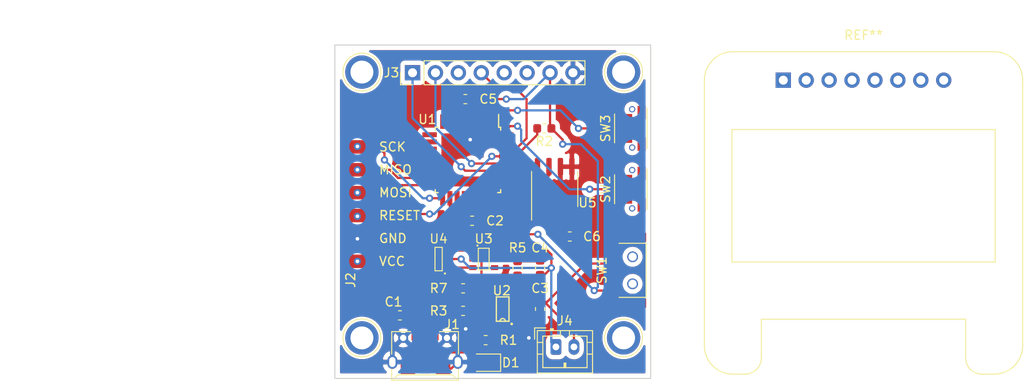
<source format=kicad_pcb>
(kicad_pcb (version 20171130) (host pcbnew 5.1.5-52549c5~84~ubuntu18.04.1)

  (general
    (thickness 1.6)
    (drawings 10)
    (tracks 215)
    (zones 0)
    (modules 29)
    (nets 50)
  )

  (page A4)
  (layers
    (0 F.Cu signal)
    (31 B.Cu signal)
    (32 B.Adhes user)
    (33 F.Adhes user)
    (34 B.Paste user)
    (35 F.Paste user)
    (36 B.SilkS user)
    (37 F.SilkS user)
    (38 B.Mask user)
    (39 F.Mask user)
    (40 Dwgs.User user)
    (41 Cmts.User user)
    (42 Eco1.User user)
    (43 Eco2.User user)
    (44 Edge.Cuts user)
    (45 Margin user)
    (46 B.CrtYd user)
    (47 F.CrtYd user)
    (48 B.Fab user)
    (49 F.Fab user)
  )

  (setup
    (last_trace_width 0.25)
    (trace_clearance 0.2)
    (zone_clearance 0.508)
    (zone_45_only no)
    (trace_min 0.2)
    (via_size 0.8)
    (via_drill 0.4)
    (via_min_size 0.4)
    (via_min_drill 0.3)
    (uvia_size 0.3)
    (uvia_drill 0.1)
    (uvias_allowed no)
    (uvia_min_size 0.2)
    (uvia_min_drill 0.1)
    (edge_width 0.05)
    (segment_width 0.2)
    (pcb_text_width 0.3)
    (pcb_text_size 1.5 1.5)
    (mod_edge_width 0.12)
    (mod_text_size 1 1)
    (mod_text_width 0.15)
    (pad_size 1.524 1.524)
    (pad_drill 0.762)
    (pad_to_mask_clearance 0.051)
    (solder_mask_min_width 0.25)
    (aux_axis_origin 0 0)
    (visible_elements FEFFFF7F)
    (pcbplotparams
      (layerselection 0x010fc_ffffffff)
      (usegerberextensions false)
      (usegerberattributes false)
      (usegerberadvancedattributes false)
      (creategerberjobfile false)
      (excludeedgelayer true)
      (linewidth 0.100000)
      (plotframeref false)
      (viasonmask false)
      (mode 1)
      (useauxorigin false)
      (hpglpennumber 1)
      (hpglpenspeed 20)
      (hpglpendiameter 15.000000)
      (psnegative false)
      (psa4output false)
      (plotreference true)
      (plotvalue true)
      (plotinvisibletext false)
      (padsonsilk false)
      (subtractmaskfromsilk false)
      (outputformat 1)
      (mirror false)
      (drillshape 1)
      (scaleselection 1)
      (outputdirectory ""))
  )

  (net 0 "")
  (net 1 GND)
  (net 2 "Net-(C1-Pad1)")
  (net 3 VCC)
  (net 4 BAT+)
  (net 5 BAT-)
  (net 6 "Net-(C4-Pad1)")
  (net 7 "Net-(D1-Pad1)")
  (net 8 "Net-(J1-Pad2)")
  (net 9 "Net-(J1-Pad4)")
  (net 10 "Net-(J1-Pad3)")
  (net 11 SCK)
  (net 12 MISO)
  (net 13 MOSI)
  (net 14 RESET)
  (net 15 "Net-(J3-Pad6)")
  (net 16 "Net-(J3-Pad5)")
  (net 17 DISP_RST)
  (net 18 "Net-(J3-Pad3)")
  (net 19 SCL)
  (net 20 SDA)
  (net 21 "Net-(R1-Pad2)")
  (net 22 "Net-(R3-Pad1)")
  (net 23 BTN1)
  (net 24 BTN2)
  (net 25 "Net-(R7-Pad1)")
  (net 26 "Net-(SW1-Pad3)")
  (net 27 "Net-(U1-Pad31)")
  (net 28 "Net-(U1-Pad26)")
  (net 29 "Net-(U1-Pad25)")
  (net 30 "Net-(U1-Pad24)")
  (net 31 "Net-(U1-Pad23)")
  (net 32 "Net-(U1-Pad22)")
  (net 33 "Net-(U1-Pad19)")
  (net 34 "Net-(U1-Pad14)")
  (net 35 "Net-(U1-Pad13)")
  (net 36 "Net-(U1-Pad12)")
  (net 37 "Net-(U1-Pad11)")
  (net 38 "Net-(U1-Pad10)")
  (net 39 "Net-(U1-Pad9)")
  (net 40 "Net-(U1-Pad8)")
  (net 41 "Net-(U1-Pad7)")
  (net 42 "Net-(U1-Pad2)")
  (net 43 "Net-(U3-Pad3)")
  (net 44 "Net-(U3-Pad1)")
  (net 45 "Net-(U3-Pad4)")
  (net 46 "Net-(U4-Pad4)")
  (net 47 "Net-(U5-Pad4)")
  (net 48 "Net-(U5-Pad3)")
  (net 49 "Net-(U5-Pad1)")

  (net_class Default "This is the default net class."
    (clearance 0.2)
    (trace_width 0.25)
    (via_dia 0.8)
    (via_drill 0.4)
    (uvia_dia 0.3)
    (uvia_drill 0.1)
    (add_net BAT+)
    (add_net BAT-)
    (add_net BTN1)
    (add_net BTN2)
    (add_net DISP_RST)
    (add_net GND)
    (add_net MISO)
    (add_net MOSI)
    (add_net "Net-(C1-Pad1)")
    (add_net "Net-(C4-Pad1)")
    (add_net "Net-(D1-Pad1)")
    (add_net "Net-(J1-Pad2)")
    (add_net "Net-(J1-Pad3)")
    (add_net "Net-(J1-Pad4)")
    (add_net "Net-(J3-Pad3)")
    (add_net "Net-(J3-Pad5)")
    (add_net "Net-(J3-Pad6)")
    (add_net "Net-(R1-Pad2)")
    (add_net "Net-(R3-Pad1)")
    (add_net "Net-(R7-Pad1)")
    (add_net "Net-(SW1-Pad3)")
    (add_net "Net-(U1-Pad10)")
    (add_net "Net-(U1-Pad11)")
    (add_net "Net-(U1-Pad12)")
    (add_net "Net-(U1-Pad13)")
    (add_net "Net-(U1-Pad14)")
    (add_net "Net-(U1-Pad19)")
    (add_net "Net-(U1-Pad2)")
    (add_net "Net-(U1-Pad22)")
    (add_net "Net-(U1-Pad23)")
    (add_net "Net-(U1-Pad24)")
    (add_net "Net-(U1-Pad25)")
    (add_net "Net-(U1-Pad26)")
    (add_net "Net-(U1-Pad31)")
    (add_net "Net-(U1-Pad7)")
    (add_net "Net-(U1-Pad8)")
    (add_net "Net-(U1-Pad9)")
    (add_net "Net-(U3-Pad1)")
    (add_net "Net-(U3-Pad3)")
    (add_net "Net-(U3-Pad4)")
    (add_net "Net-(U4-Pad4)")
    (add_net "Net-(U5-Pad1)")
    (add_net "Net-(U5-Pad3)")
    (add_net "Net-(U5-Pad4)")
    (add_net RESET)
    (add_net SCK)
    (add_net SCL)
    (add_net SDA)
    (add_net VCC)
  )

  (module pcb:SSSS811101 (layer F.Cu) (tedit 5E776A8B) (tstamp 5E77E2CB)
    (at 33 25 90)
    (path /5E7961BF)
    (fp_text reference SW1 (at 0 -3.4 90) (layer F.SilkS)
      (effects (font (size 1 1) (thickness 0.15)))
    )
    (fp_text value SSSS811101 (at 0 -4.9 90) (layer F.Fab) hide
      (effects (font (size 1 1) (thickness 0.15)))
    )
    (fp_line (start 3 1.5) (end 3 -1.5) (layer F.SilkS) (width 0.12))
    (fp_line (start -3 1.5) (end 3 1.5) (layer F.SilkS) (width 0.12))
    (fp_line (start -3 -1.5) (end -3 1.5) (layer F.SilkS) (width 0.12))
    (pad 1 smd rect (at -2.25 -1.75 90) (size 0.7 1.5) (layers F.Cu F.Paste F.Mask)
      (net 3 VCC))
    (pad 3 smd rect (at 2.25 -1.75 90) (size 0.7 1.5) (layers F.Cu F.Paste F.Mask)
      (net 26 "Net-(SW1-Pad3)"))
    (pad 2 smd rect (at 0.75 -1.75 90) (size 0.7 1.5) (layers F.Cu F.Paste F.Mask)
      (net 4 BAT+))
    (pad ~ smd rect (at 3.65 1.1 90) (size 1 0.8) (layers F.Cu F.Paste F.Mask))
    (pad ~ smd rect (at -3.65 1.1 90) (size 1 0.8) (layers F.Cu F.Paste F.Mask))
    (pad ~ smd rect (at 3.65 -1.1 90) (size 1 0.8) (layers F.Cu F.Paste F.Mask))
    (pad ~ smd rect (at -3.65 -1.1 90) (size 1 0.8) (layers F.Cu F.Paste F.Mask))
    (pad ~ thru_hole circle (at -1.5 0 90) (size 1.2 1.2) (drill 0.9) (layers *.Cu *.Mask))
    (pad ~ thru_hole circle (at 1.5 0 90) (size 1.2 1.2) (drill 0.9) (layers *.Cu *.Mask))
  )

  (module Resistor_SMD:R_0603_1608Metric (layer F.Cu) (tedit 5B301BBD) (tstamp 5E76AF89)
    (at 16.7125 32.75 180)
    (descr "Resistor SMD 0603 (1608 Metric), square (rectangular) end terminal, IPC_7351 nominal, (Body size source: http://www.tortai-tech.com/upload/download/2011102023233369053.pdf), generated with kicad-footprint-generator")
    (tags resistor)
    (path /5E7B982E)
    (attr smd)
    (fp_text reference R1 (at -2.5375 0) (layer F.SilkS)
      (effects (font (size 1 1) (thickness 0.15)))
    )
    (fp_text value 2.7K (at 0 1.43) (layer F.Fab) hide
      (effects (font (size 1 1) (thickness 0.15)))
    )
    (fp_text user %R (at 0 0) (layer F.Fab)
      (effects (font (size 0.4 0.4) (thickness 0.06)))
    )
    (fp_line (start 1.48 0.73) (end -1.48 0.73) (layer F.CrtYd) (width 0.05))
    (fp_line (start 1.48 -0.73) (end 1.48 0.73) (layer F.CrtYd) (width 0.05))
    (fp_line (start -1.48 -0.73) (end 1.48 -0.73) (layer F.CrtYd) (width 0.05))
    (fp_line (start -1.48 0.73) (end -1.48 -0.73) (layer F.CrtYd) (width 0.05))
    (fp_line (start -0.162779 0.51) (end 0.162779 0.51) (layer F.SilkS) (width 0.12))
    (fp_line (start -0.162779 -0.51) (end 0.162779 -0.51) (layer F.SilkS) (width 0.12))
    (fp_line (start 0.8 0.4) (end -0.8 0.4) (layer F.Fab) (width 0.1))
    (fp_line (start 0.8 -0.4) (end 0.8 0.4) (layer F.Fab) (width 0.1))
    (fp_line (start -0.8 -0.4) (end 0.8 -0.4) (layer F.Fab) (width 0.1))
    (fp_line (start -0.8 0.4) (end -0.8 -0.4) (layer F.Fab) (width 0.1))
    (pad 2 smd roundrect (at 0.7875 0 180) (size 0.875 0.95) (layers F.Cu F.Paste F.Mask) (roundrect_rratio 0.25)
      (net 21 "Net-(R1-Pad2)"))
    (pad 1 smd roundrect (at -0.7875 0 180) (size 0.875 0.95) (layers F.Cu F.Paste F.Mask) (roundrect_rratio 0.25)
      (net 7 "Net-(D1-Pad1)"))
    (model ${KISYS3DMOD}/Resistor_SMD.3dshapes/R_0603_1608Metric.wrl
      (at (xyz 0 0 0))
      (scale (xyz 1 1 1))
      (rotate (xyz 0 0 0))
    )
  )

  (module Connector_JST:JST_PH_B2B-PH-K_1x02_P2.00mm_Vertical (layer F.Cu) (tedit 5B7745C2) (tstamp 5E76DA5D)
    (at 24.5 33.5)
    (descr "JST PH series connector, B2B-PH-K (http://www.jst-mfg.com/product/pdf/eng/ePH.pdf), generated with kicad-footprint-generator")
    (tags "connector JST PH side entry")
    (path /5E792C70)
    (fp_text reference J4 (at 1 -2.9) (layer F.SilkS)
      (effects (font (size 1 1) (thickness 0.15)))
    )
    (fp_text value Conn_01x02_Male (at 1 4) (layer F.Fab) hide
      (effects (font (size 1 1) (thickness 0.15)))
    )
    (fp_text user %R (at 1 1.5) (layer F.Fab)
      (effects (font (size 1 1) (thickness 0.15)))
    )
    (fp_line (start 4.45 -2.2) (end -2.45 -2.2) (layer F.CrtYd) (width 0.05))
    (fp_line (start 4.45 3.3) (end 4.45 -2.2) (layer F.CrtYd) (width 0.05))
    (fp_line (start -2.45 3.3) (end 4.45 3.3) (layer F.CrtYd) (width 0.05))
    (fp_line (start -2.45 -2.2) (end -2.45 3.3) (layer F.CrtYd) (width 0.05))
    (fp_line (start 3.95 -1.7) (end -1.95 -1.7) (layer F.Fab) (width 0.1))
    (fp_line (start 3.95 2.8) (end 3.95 -1.7) (layer F.Fab) (width 0.1))
    (fp_line (start -1.95 2.8) (end 3.95 2.8) (layer F.Fab) (width 0.1))
    (fp_line (start -1.95 -1.7) (end -1.95 2.8) (layer F.Fab) (width 0.1))
    (fp_line (start -2.36 -2.11) (end -2.36 -0.86) (layer F.Fab) (width 0.1))
    (fp_line (start -1.11 -2.11) (end -2.36 -2.11) (layer F.Fab) (width 0.1))
    (fp_line (start -2.36 -2.11) (end -2.36 -0.86) (layer F.SilkS) (width 0.12))
    (fp_line (start -1.11 -2.11) (end -2.36 -2.11) (layer F.SilkS) (width 0.12))
    (fp_line (start 1 2.3) (end 1 1.8) (layer F.SilkS) (width 0.12))
    (fp_line (start 1.1 1.8) (end 1.1 2.3) (layer F.SilkS) (width 0.12))
    (fp_line (start 0.9 1.8) (end 1.1 1.8) (layer F.SilkS) (width 0.12))
    (fp_line (start 0.9 2.3) (end 0.9 1.8) (layer F.SilkS) (width 0.12))
    (fp_line (start 4.06 0.8) (end 3.45 0.8) (layer F.SilkS) (width 0.12))
    (fp_line (start 4.06 -0.5) (end 3.45 -0.5) (layer F.SilkS) (width 0.12))
    (fp_line (start -2.06 0.8) (end -1.45 0.8) (layer F.SilkS) (width 0.12))
    (fp_line (start -2.06 -0.5) (end -1.45 -0.5) (layer F.SilkS) (width 0.12))
    (fp_line (start 1.5 -1.2) (end 1.5 -1.81) (layer F.SilkS) (width 0.12))
    (fp_line (start 3.45 -1.2) (end 1.5 -1.2) (layer F.SilkS) (width 0.12))
    (fp_line (start 3.45 2.3) (end 3.45 -1.2) (layer F.SilkS) (width 0.12))
    (fp_line (start -1.45 2.3) (end 3.45 2.3) (layer F.SilkS) (width 0.12))
    (fp_line (start -1.45 -1.2) (end -1.45 2.3) (layer F.SilkS) (width 0.12))
    (fp_line (start 0.5 -1.2) (end -1.45 -1.2) (layer F.SilkS) (width 0.12))
    (fp_line (start 0.5 -1.81) (end 0.5 -1.2) (layer F.SilkS) (width 0.12))
    (fp_line (start -0.3 -1.91) (end -0.6 -1.91) (layer F.SilkS) (width 0.12))
    (fp_line (start -0.6 -2.01) (end -0.6 -1.81) (layer F.SilkS) (width 0.12))
    (fp_line (start -0.3 -2.01) (end -0.6 -2.01) (layer F.SilkS) (width 0.12))
    (fp_line (start -0.3 -1.81) (end -0.3 -2.01) (layer F.SilkS) (width 0.12))
    (fp_line (start 4.06 -1.81) (end -2.06 -1.81) (layer F.SilkS) (width 0.12))
    (fp_line (start 4.06 2.91) (end 4.06 -1.81) (layer F.SilkS) (width 0.12))
    (fp_line (start -2.06 2.91) (end 4.06 2.91) (layer F.SilkS) (width 0.12))
    (fp_line (start -2.06 -1.81) (end -2.06 2.91) (layer F.SilkS) (width 0.12))
    (pad 2 thru_hole oval (at 2 0) (size 1.2 1.75) (drill 0.75) (layers *.Cu *.Mask)
      (net 4 BAT+))
    (pad 1 thru_hole roundrect (at 0 0) (size 1.2 1.75) (drill 0.75) (layers *.Cu *.Mask) (roundrect_rratio 0.208333)
      (net 5 BAT-))
    (model ${KISYS3DMOD}/Connector_JST.3dshapes/JST_PH_B2B-PH-K_1x02_P2.00mm_Vertical.wrl
      (at (xyz 0 0 0))
      (scale (xyz 1 1 1))
      (rotate (xyz 0 0 0))
    )
  )

  (module pcb:MOUNTING_HOLE (layer F.Cu) (tedit 5E75EF1F) (tstamp 5E76A685)
    (at 32 32.5)
    (fp_text reference REF** (at 0 3.2) (layer F.SilkS) hide
      (effects (font (size 1 1) (thickness 0.15)))
    )
    (fp_text value MOUNTING_HOLE (at 0 -3.1) (layer F.Fab) hide
      (effects (font (size 1 1) (thickness 0.15)))
    )
    (fp_circle (center 0 0) (end 2.1 0) (layer F.SilkS) (width 0.12))
    (pad ~ thru_hole circle (at 0 0) (size 3.7 3.7) (drill 2.54) (layers *.Cu *.Mask))
  )

  (module pcb:MOUNTING_HOLE (layer F.Cu) (tedit 5E75EF1F) (tstamp 5E76A675)
    (at 3 32.5)
    (fp_text reference REF** (at 0 3.2) (layer F.SilkS) hide
      (effects (font (size 1 1) (thickness 0.15)))
    )
    (fp_text value MOUNTING_HOLE (at 0 -3.1) (layer F.Fab) hide
      (effects (font (size 1 1) (thickness 0.15)))
    )
    (fp_circle (center 0 0) (end 2.1 0) (layer F.SilkS) (width 0.12))
    (pad ~ thru_hole circle (at 0 0) (size 3.7 3.7) (drill 2.54) (layers *.Cu *.Mask))
  )

  (module pcb:MOUNTING_HOLE (layer F.Cu) (tedit 5E75EF1F) (tstamp 5E76A665)
    (at 32 3)
    (fp_text reference REF** (at 0 3.2) (layer F.SilkS) hide
      (effects (font (size 1 1) (thickness 0.15)))
    )
    (fp_text value MOUNTING_HOLE (at 0 -3.1) (layer F.Fab) hide
      (effects (font (size 1 1) (thickness 0.15)))
    )
    (fp_circle (center 0 0) (end 2.1 0) (layer F.SilkS) (width 0.12))
    (pad ~ thru_hole circle (at 0 0) (size 3.7 3.7) (drill 2.54) (layers *.Cu *.Mask))
  )

  (module pcb:MOUNTING_HOLE (layer F.Cu) (tedit 5E75EF1F) (tstamp 5E76A3A4)
    (at 3 3)
    (fp_text reference REF** (at 0 3.2) (layer F.SilkS) hide
      (effects (font (size 1 1) (thickness 0.15)))
    )
    (fp_text value MOUNTING_HOLE (at 0 -3.1) (layer F.Fab) hide
      (effects (font (size 1 1) (thickness 0.15)))
    )
    (fp_circle (center 0 0) (end 2.1 0) (layer F.SilkS) (width 0.12))
    (pad ~ thru_hole circle (at 0 0) (size 3.7 3.7) (drill 2.54) (layers *.Cu *.Mask))
  )

  (module Display:Adafruit_SSD1306_No_Mounting_Holes (layer F.Cu) (tedit 5A8AA7E1) (tstamp 5E78032D)
    (at 49.7 3.9)
    (descr "Adafruit SSD1306 OLED 1.3 inch 128x64 I2C & SPI https://learn.adafruit.com/monochrome-oled-breakouts/downloads")
    (tags "Adafruit SSD1306 OLED 1.3 inch 128x64 I2C & SPI ")
    (fp_text reference REF** (at 8.89 -5) (layer F.SilkS)
      (effects (font (size 1 1) (thickness 0.15)))
    )
    (fp_text value Adafruit_SSD1306_No_Mounting_Holes (at 8.89 30) (layer F.Fab)
      (effects (font (size 1 1) (thickness 0.15)))
    )
    (fp_line (start -2.29 26.68) (end -2.29 30.82) (layer F.CrtYd) (width 0.05))
    (fp_arc (start -4.24 30.82) (end -2.29 30.82) (angle 90) (layer F.CrtYd) (width 0.05))
    (fp_line (start 22.02 32.77) (end 23.37 32.77) (layer F.CrtYd) (width 0.05))
    (fp_arc (start -5.59 29.47) (end -5.59 32.77) (angle 90) (layer F.CrtYd) (width 0.05))
    (fp_line (start -8.89 0) (end -8.89 29.47) (layer F.CrtYd) (width 0.05))
    (fp_arc (start -5.59 0) (end -5.59 -3.3) (angle -90) (layer F.CrtYd) (width 0.05))
    (fp_arc (start 23.37 29.47) (end 23.37 32.77) (angle -90) (layer F.CrtYd) (width 0.05))
    (fp_arc (start 23.37 0) (end 23.37 -3.3) (angle 90) (layer F.CrtYd) (width 0.05))
    (fp_line (start 26.67 0) (end 26.67 29.47) (layer F.CrtYd) (width 0.05))
    (fp_line (start -2.29 26.68) (end 20.07 26.68) (layer F.CrtYd) (width 0.05))
    (fp_line (start -4.24 32.77) (end -5.59 32.77) (layer F.CrtYd) (width 0.05))
    (fp_line (start 23.37 -3.3) (end -5.59 -3.3) (layer F.CrtYd) (width 0.05))
    (fp_line (start 20.07 26.68) (end 20.07 30.82) (layer F.CrtYd) (width 0.05))
    (fp_arc (start 22.02 30.82) (end 20.07 30.82) (angle -90) (layer F.CrtYd) (width 0.05))
    (fp_line (start 0 -2.268) (end 0.78 -3.048) (layer F.Fab) (width 0.1))
    (fp_line (start -2.54 26.416) (end 20.32 26.416) (layer F.Fab) (width 0.1))
    (fp_line (start 20.32 26.416) (end 20.32 30.814) (layer F.Fab) (width 0.1))
    (fp_arc (start 22.018 30.814) (end 20.32 30.812) (angle -90) (layer F.Fab) (width 0.1))
    (fp_line (start 22.018 32.512) (end 23.37 32.512) (layer F.Fab) (width 0.1))
    (fp_arc (start 23.368 29.464) (end 26.416 29.464) (angle 90) (layer F.Fab) (width 0.1))
    (fp_line (start 23.368 -3.048) (end -5.588 -3.048) (layer F.Fab) (width 0.1))
    (fp_arc (start 23.368 0) (end 23.368 -3.048) (angle 90) (layer F.Fab) (width 0.1))
    (fp_line (start -5.698 5.478) (end 23.478 5.478) (layer F.SilkS) (width 0.12))
    (fp_line (start 23.478 5.478) (end 23.478 20.176) (layer F.SilkS) (width 0.12))
    (fp_line (start -5.698 5.478) (end -5.698 20.176) (layer F.SilkS) (width 0.12))
    (fp_line (start -2.43 26.526) (end -2.43 30.814) (layer F.SilkS) (width 0.12))
    (fp_arc (start -4.238 30.814) (end -2.43 30.812) (angle 90) (layer F.SilkS) (width 0.12))
    (fp_line (start -4.238 32.622) (end -5.59 32.622) (layer F.SilkS) (width 0.12))
    (fp_arc (start -5.588 29.464) (end -8.746 29.464) (angle -90) (layer F.SilkS) (width 0.12))
    (fp_line (start -8.746 0) (end -8.746 29.464) (layer F.SilkS) (width 0.12))
    (fp_arc (start -5.588 0) (end -5.588 -3.158) (angle -90) (layer F.SilkS) (width 0.12))
    (fp_line (start 23.368 -3.158) (end -5.588 -3.158) (layer F.SilkS) (width 0.12))
    (fp_arc (start 23.368 0) (end 23.368 -3.158) (angle 90) (layer F.SilkS) (width 0.12))
    (fp_line (start 20.21 26.526) (end 20.21 30.814) (layer F.SilkS) (width 0.12))
    (fp_arc (start 22.018 30.814) (end 20.21 30.812) (angle -90) (layer F.SilkS) (width 0.12))
    (fp_arc (start 23.368 29.464) (end 26.526 29.464) (angle 90) (layer F.SilkS) (width 0.12))
    (fp_line (start 26.416 0) (end 26.416 29.464) (layer F.Fab) (width 0.1))
    (fp_line (start -5.588 20.066) (end 23.368 20.066) (layer F.Fab) (width 0.1))
    (fp_line (start 23.368 5.588) (end 23.368 20.066) (layer F.Fab) (width 0.1))
    (fp_line (start -4.238 32.512) (end -5.59 32.512) (layer F.Fab) (width 0.1))
    (fp_arc (start -4.238 30.814) (end -2.54 30.812) (angle 90) (layer F.Fab) (width 0.1))
    (fp_line (start -2.54 26.416) (end -2.54 30.814) (layer F.Fab) (width 0.1))
    (fp_arc (start -5.588 29.464) (end -8.636 29.462) (angle -90) (layer F.Fab) (width 0.1))
    (fp_line (start -8.636 0) (end -8.636 29.464) (layer F.Fab) (width 0.1))
    (fp_arc (start -5.588 0) (end -5.59 -3.048) (angle -90) (layer F.Fab) (width 0.1))
    (fp_line (start 26.526 0) (end 26.526 29.464) (layer F.SilkS) (width 0.12))
    (fp_line (start -2.43 26.526) (end 20.21 26.526) (layer F.SilkS) (width 0.12))
    (fp_line (start 22.018 32.622) (end 23.37 32.622) (layer F.SilkS) (width 0.12))
    (fp_line (start -5.588 5.588) (end -5.588 20.066) (layer F.Fab) (width 0.1))
    (fp_line (start -5.588 5.588) (end 23.368 5.588) (layer F.Fab) (width 0.1))
    (fp_text user %R (at 8.89 14.732) (layer F.Fab)
      (effects (font (size 1 1) (thickness 0.15)))
    )
    (fp_line (start -5.698 20.176) (end 23.478 20.176) (layer F.SilkS) (width 0.12))
    (fp_line (start -0.78 -3.048) (end 0 -2.268) (layer F.Fab) (width 0.1))
    (pad 8 thru_hole circle (at 17.78 0) (size 1.7 1.7) (drill 1) (layers *.Cu *.Mask))
    (pad 7 thru_hole circle (at 15.24 0) (size 1.7 1.7) (drill 1) (layers *.Cu *.Mask))
    (pad 6 thru_hole circle (at 12.7 0) (size 1.7 1.7) (drill 1) (layers *.Cu *.Mask))
    (pad 5 thru_hole circle (at 10.16 0) (size 1.7 1.7) (drill 1) (layers *.Cu *.Mask))
    (pad 4 thru_hole circle (at 7.62 0) (size 1.7 1.7) (drill 1) (layers *.Cu *.Mask))
    (pad 3 thru_hole circle (at 5.08 0) (size 1.7 1.7) (drill 1) (layers *.Cu *.Mask))
    (pad 2 thru_hole circle (at 2.54 0) (size 1.7 1.7) (drill 1) (layers *.Cu *.Mask))
    (pad 1 thru_hole rect (at 0 0) (size 1.7 1.7) (drill 1) (layers *.Cu *.Mask))
    (model ${KISYS3DMOD}/Display.3dshapes/Adafruit_SSD1306.wrl
      (at (xyz 0 0 0))
      (scale (xyz 1 1 1))
      (rotate (xyz 0 0 0))
    )
  )

  (module pcb:CONN_AVR_ISP_SMD (layer F.Cu) (tedit 5E75E8F5) (tstamp 5E768E14)
    (at 1 17.65 90)
    (path /5E658CA1)
    (fp_text reference J2 (at -8.44 0.75 90) (layer F.SilkS)
      (effects (font (size 1 1) (thickness 0.15)))
    )
    (fp_text value "AVR ISP connector" (at 0 -2.54 90) (layer F.Fab) hide
      (effects (font (size 1 1) (thickness 0.15)))
    )
    (fp_text user SCK (at 6.35 3.81) (layer F.SilkS)
      (effects (font (size 1 1) (thickness 0.15)) (justify left))
    )
    (fp_text user MISO (at 3.81 3.81) (layer F.SilkS)
      (effects (font (size 1 1) (thickness 0.15)) (justify left))
    )
    (fp_text user MOSI (at 1.27 3.81) (layer F.SilkS)
      (effects (font (size 1 1) (thickness 0.15)) (justify left))
    )
    (fp_text user RESET (at -1.27 3.81) (layer F.SilkS)
      (effects (font (size 1 1) (thickness 0.15)) (justify left))
    )
    (fp_text user GND (at -3.81 3.81) (layer F.SilkS)
      (effects (font (size 1 1) (thickness 0.15)) (justify left))
    )
    (fp_text user VCC (at -6.35 3.81) (layer F.SilkS)
      (effects (font (size 1 1) (thickness 0.15)) (justify left))
    )
    (pad 6 smd rect (at 6.35 1.5 90) (size 1.5 3) (layers F.Cu F.Paste F.Mask)
      (net 11 SCK))
    (pad 5 smd rect (at 3.81 1.5 90) (size 1.5 3) (layers F.Cu F.Paste F.Mask)
      (net 12 MISO))
    (pad 4 smd rect (at 1.27 1.5 90) (size 1.5 3) (layers F.Cu F.Paste F.Mask)
      (net 13 MOSI))
    (pad 3 smd rect (at -1.27 1.5 90) (size 1.5 3) (layers F.Cu F.Paste F.Mask)
      (net 14 RESET))
    (pad 2 smd rect (at -3.81 1.5 90) (size 1.5 3) (layers F.Cu F.Paste F.Mask)
      (net 1 GND))
    (pad 1 smd rect (at -6.35 1.5 90) (size 1.5 3) (layers F.Cu F.Paste F.Mask)
      (net 3 VCC))
  )

  (module pcb:USB_B_micro (layer F.Cu) (tedit 5E75EB14) (tstamp 5E768E04)
    (at 10 32.5 270)
    (path /5E652A6D)
    (fp_text reference J1 (at -1.5 -3 180) (layer F.SilkS)
      (effects (font (size 1 1) (thickness 0.15)))
    )
    (fp_text value USB_B_Micro (at 2.1 -5.2 90) (layer F.Fab) hide
      (effects (font (size 1 1) (thickness 0.15)))
    )
    (fp_line (start 4.1 -3) (end 4.7 -3.7) (layer F.SilkS) (width 0.12))
    (fp_line (start 4.1 3) (end 4.1 -3) (layer F.SilkS) (width 0.12))
    (fp_line (start 4.7 3.7) (end 4.1 3) (layer F.SilkS) (width 0.12))
    (fp_line (start -0.7 3.7) (end -0.7 1.6) (layer F.SilkS) (width 0.12))
    (fp_line (start 1.8 3.7) (end -0.7 3.7) (layer F.SilkS) (width 0.12))
    (fp_line (start 4.7 3.7) (end 3.5 3.7) (layer F.SilkS) (width 0.12))
    (fp_line (start 4.7 -3.7) (end 4.7 3.7) (layer F.SilkS) (width 0.12))
    (fp_line (start 3.5 -3.7) (end 4.7 -3.7) (layer F.SilkS) (width 0.12))
    (fp_line (start -0.7 -3.7) (end 1.8 -3.7) (layer F.SilkS) (width 0.12))
    (fp_line (start -0.7 -1.6) (end -0.7 -3.7) (layer F.SilkS) (width 0.12))
    (fp_line (start 4.8 -3.8) (end -0.8 -3.8) (layer F.Fab) (width 0.12))
    (fp_line (start 4.8 3.8) (end 4.8 -3.8) (layer F.Fab) (width 0.12))
    (fp_line (start -0.8 3.8) (end 4.8 3.8) (layer F.Fab) (width 0.12))
    (fp_line (start -0.8 -3.8) (end -0.8 3.8) (layer F.Fab) (width 0.12))
    (pad 6 smd rect (at 3.4 -2 270) (size 1.2 1.6) (layers F.Cu F.Paste F.Mask)
      (net 1 GND))
    (pad 6 smd rect (at 3.4 1.9 270) (size 1.2 1.6) (layers F.Cu F.Paste F.Mask)
      (net 1 GND))
    (pad 5 smd rect (at -0.52 -1.3 270) (size 1.6 0.4) (layers F.Cu F.Paste F.Mask)
      (net 1 GND))
    (pad 1 smd rect (at -0.52 1.3 270) (size 1.6 0.4) (layers F.Cu F.Paste F.Mask)
      (net 2 "Net-(C1-Pad1)"))
    (pad 2 smd rect (at -0.52 0.65 270) (size 1.6 0.4) (layers F.Cu F.Paste F.Mask)
      (net 8 "Net-(J1-Pad2)"))
    (pad 4 smd rect (at -0.52 -0.65 270) (size 1.6 0.4) (layers F.Cu F.Paste F.Mask)
      (net 9 "Net-(J1-Pad4)"))
    (pad 3 smd rect (at -0.52 0 270) (size 1.6 0.4) (layers F.Cu F.Paste F.Mask)
      (net 10 "Net-(J1-Pad3)"))
    (pad 6 thru_hole oval (at 2.68 -3.625 270) (size 1.5 1.1) (drill oval 1.1 0.7) (layers *.Cu *.Mask)
      (net 1 GND))
    (pad 6 thru_hole oval (at 2.68 3.625 270) (size 1.5 1.1) (drill oval 1.1 0.7) (layers *.Cu *.Mask)
      (net 1 GND))
    (pad 6 thru_hole circle (at 0 -2.425 270) (size 1.1 1.1) (drill 0.7) (layers *.Cu *.Mask)
      (net 1 GND))
    (pad 6 thru_hole circle (at 0 2.425 270) (size 1.1 1.1) (drill 0.7) (layers *.Cu *.Mask)
      (net 1 GND))
  )

  (module Capacitor_SMD:C_0603_1608Metric (layer F.Cu) (tedit 5B301BBE) (tstamp 5E77EF0D)
    (at 26.0375 21.25)
    (descr "Capacitor SMD 0603 (1608 Metric), square (rectangular) end terminal, IPC_7351 nominal, (Body size source: http://www.tortai-tech.com/upload/download/2011102023233369053.pdf), generated with kicad-footprint-generator")
    (tags capacitor)
    (path /5E760DB3)
    (attr smd)
    (fp_text reference C6 (at 2.4625 0) (layer F.SilkS)
      (effects (font (size 1 1) (thickness 0.15)))
    )
    (fp_text value 100n (at 0 1.43) (layer F.Fab) hide
      (effects (font (size 1 1) (thickness 0.15)))
    )
    (fp_text user %R (at 0 0) (layer F.Fab)
      (effects (font (size 0.4 0.4) (thickness 0.06)))
    )
    (fp_line (start 1.48 0.73) (end -1.48 0.73) (layer F.CrtYd) (width 0.05))
    (fp_line (start 1.48 -0.73) (end 1.48 0.73) (layer F.CrtYd) (width 0.05))
    (fp_line (start -1.48 -0.73) (end 1.48 -0.73) (layer F.CrtYd) (width 0.05))
    (fp_line (start -1.48 0.73) (end -1.48 -0.73) (layer F.CrtYd) (width 0.05))
    (fp_line (start -0.162779 0.51) (end 0.162779 0.51) (layer F.SilkS) (width 0.12))
    (fp_line (start -0.162779 -0.51) (end 0.162779 -0.51) (layer F.SilkS) (width 0.12))
    (fp_line (start 0.8 0.4) (end -0.8 0.4) (layer F.Fab) (width 0.1))
    (fp_line (start 0.8 -0.4) (end 0.8 0.4) (layer F.Fab) (width 0.1))
    (fp_line (start -0.8 -0.4) (end 0.8 -0.4) (layer F.Fab) (width 0.1))
    (fp_line (start -0.8 0.4) (end -0.8 -0.4) (layer F.Fab) (width 0.1))
    (pad 2 smd roundrect (at 0.7875 0) (size 0.875 0.95) (layers F.Cu F.Paste F.Mask) (roundrect_rratio 0.25)
      (net 1 GND))
    (pad 1 smd roundrect (at -0.7875 0) (size 0.875 0.95) (layers F.Cu F.Paste F.Mask) (roundrect_rratio 0.25)
      (net 4 BAT+))
    (model ${KISYS3DMOD}/Capacitor_SMD.3dshapes/C_0603_1608Metric.wrl
      (at (xyz 0 0 0))
      (scale (xyz 1 1 1))
      (rotate (xyz 0 0 0))
    )
  )

  (module Capacitor_SMD:C_0603_1608Metric (layer F.Cu) (tedit 5B301BBE) (tstamp 5E768DB2)
    (at 14.4625 6 180)
    (descr "Capacitor SMD 0603 (1608 Metric), square (rectangular) end terminal, IPC_7351 nominal, (Body size source: http://www.tortai-tech.com/upload/download/2011102023233369053.pdf), generated with kicad-footprint-generator")
    (tags capacitor)
    (path /5E7351D4)
    (attr smd)
    (fp_text reference C5 (at -2.5375 0) (layer F.SilkS)
      (effects (font (size 1 1) (thickness 0.15)))
    )
    (fp_text value 100n (at 0 1.43) (layer F.Fab) hide
      (effects (font (size 1 1) (thickness 0.15)))
    )
    (fp_text user %R (at 0 0) (layer F.Fab)
      (effects (font (size 0.4 0.4) (thickness 0.06)))
    )
    (fp_line (start 1.48 0.73) (end -1.48 0.73) (layer F.CrtYd) (width 0.05))
    (fp_line (start 1.48 -0.73) (end 1.48 0.73) (layer F.CrtYd) (width 0.05))
    (fp_line (start -1.48 -0.73) (end 1.48 -0.73) (layer F.CrtYd) (width 0.05))
    (fp_line (start -1.48 0.73) (end -1.48 -0.73) (layer F.CrtYd) (width 0.05))
    (fp_line (start -0.162779 0.51) (end 0.162779 0.51) (layer F.SilkS) (width 0.12))
    (fp_line (start -0.162779 -0.51) (end 0.162779 -0.51) (layer F.SilkS) (width 0.12))
    (fp_line (start 0.8 0.4) (end -0.8 0.4) (layer F.Fab) (width 0.1))
    (fp_line (start 0.8 -0.4) (end 0.8 0.4) (layer F.Fab) (width 0.1))
    (fp_line (start -0.8 -0.4) (end 0.8 -0.4) (layer F.Fab) (width 0.1))
    (fp_line (start -0.8 0.4) (end -0.8 -0.4) (layer F.Fab) (width 0.1))
    (pad 2 smd roundrect (at 0.7875 0 180) (size 0.875 0.95) (layers F.Cu F.Paste F.Mask) (roundrect_rratio 0.25)
      (net 1 GND))
    (pad 1 smd roundrect (at -0.7875 0 180) (size 0.875 0.95) (layers F.Cu F.Paste F.Mask) (roundrect_rratio 0.25)
      (net 3 VCC))
    (model ${KISYS3DMOD}/Capacitor_SMD.3dshapes/C_0603_1608Metric.wrl
      (at (xyz 0 0 0))
      (scale (xyz 1 1 1))
      (rotate (xyz 0 0 0))
    )
  )

  (module Package_SO:SOIC-8_3.9x4.9mm_P1.27mm (layer F.Cu) (tedit 5D9F72B1) (tstamp 5E77E577)
    (at 24.365 15.975 90)
    (descr "SOIC, 8 Pin (JEDEC MS-012AA, https://www.analog.com/media/en/package-pcb-resources/package/pkg_pdf/soic_narrow-r/r_8.pdf), generated with kicad-footprint-generator ipc_gullwing_generator.py")
    (tags "SOIC SO")
    (path /5E64F04B)
    (attr smd)
    (fp_text reference U5 (at -1.525 3.635) (layer F.SilkS)
      (effects (font (size 1 1) (thickness 0.15)))
    )
    (fp_text value DS3231MZ (at 0 3.4 90) (layer F.Fab) hide
      (effects (font (size 1 1) (thickness 0.15)))
    )
    (fp_text user %R (at 0 0 90) (layer F.Fab)
      (effects (font (size 0.98 0.98) (thickness 0.15)))
    )
    (fp_line (start 3.7 -2.7) (end -3.7 -2.7) (layer F.CrtYd) (width 0.05))
    (fp_line (start 3.7 2.7) (end 3.7 -2.7) (layer F.CrtYd) (width 0.05))
    (fp_line (start -3.7 2.7) (end 3.7 2.7) (layer F.CrtYd) (width 0.05))
    (fp_line (start -3.7 -2.7) (end -3.7 2.7) (layer F.CrtYd) (width 0.05))
    (fp_line (start -1.95 -1.475) (end -0.975 -2.45) (layer F.Fab) (width 0.1))
    (fp_line (start -1.95 2.45) (end -1.95 -1.475) (layer F.Fab) (width 0.1))
    (fp_line (start 1.95 2.45) (end -1.95 2.45) (layer F.Fab) (width 0.1))
    (fp_line (start 1.95 -2.45) (end 1.95 2.45) (layer F.Fab) (width 0.1))
    (fp_line (start -0.975 -2.45) (end 1.95 -2.45) (layer F.Fab) (width 0.1))
    (fp_line (start 0 -2.56) (end -3.45 -2.56) (layer F.SilkS) (width 0.12))
    (fp_line (start 0 -2.56) (end 1.95 -2.56) (layer F.SilkS) (width 0.12))
    (fp_line (start 0 2.56) (end -1.95 2.56) (layer F.SilkS) (width 0.12))
    (fp_line (start 0 2.56) (end 1.95 2.56) (layer F.SilkS) (width 0.12))
    (pad 8 smd roundrect (at 2.475 -1.905 90) (size 1.95 0.6) (layers F.Cu F.Paste F.Mask) (roundrect_rratio 0.25)
      (net 19 SCL))
    (pad 7 smd roundrect (at 2.475 -0.635 90) (size 1.95 0.6) (layers F.Cu F.Paste F.Mask) (roundrect_rratio 0.25)
      (net 20 SDA))
    (pad 6 smd roundrect (at 2.475 0.635 90) (size 1.95 0.6) (layers F.Cu F.Paste F.Mask) (roundrect_rratio 0.25)
      (net 1 GND))
    (pad 5 smd roundrect (at 2.475 1.905 90) (size 1.95 0.6) (layers F.Cu F.Paste F.Mask) (roundrect_rratio 0.25)
      (net 1 GND))
    (pad 4 smd roundrect (at -2.475 1.905 90) (size 1.95 0.6) (layers F.Cu F.Paste F.Mask) (roundrect_rratio 0.25)
      (net 47 "Net-(U5-Pad4)"))
    (pad 3 smd roundrect (at -2.475 0.635 90) (size 1.95 0.6) (layers F.Cu F.Paste F.Mask) (roundrect_rratio 0.25)
      (net 48 "Net-(U5-Pad3)"))
    (pad 2 smd roundrect (at -2.475 -0.635 90) (size 1.95 0.6) (layers F.Cu F.Paste F.Mask) (roundrect_rratio 0.25)
      (net 4 BAT+))
    (pad 1 smd roundrect (at -2.475 -1.905 90) (size 1.95 0.6) (layers F.Cu F.Paste F.Mask) (roundrect_rratio 0.25)
      (net 49 "Net-(U5-Pad1)"))
    (model ${KISYS3DMOD}/Package_SO.3dshapes/SOIC-8_3.9x4.9mm_P1.27mm.wrl
      (at (xyz 0 0 0))
      (scale (xyz 1 1 1))
      (rotate (xyz 0 0 0))
    )
  )

  (module pcb:DMN2053UVT_TSOT-26 (layer F.Cu) (tedit 5E710722) (tstamp 5E77E7AF)
    (at 11.5 23.75 90)
    (path /5E6E74E6)
    (fp_text reference U4 (at 2.25 0) (layer F.SilkS)
      (effects (font (size 1 1) (thickness 0.14)))
    )
    (fp_text value DMN2053UVT (at 0 -3.3 90) (layer F.Fab) hide
      (effects (font (size 1 1) (thickness 0.15)))
    )
    (fp_circle (center -1.6 0.7) (end -1.54 0.7) (layer F.SilkS) (width 0.12))
    (fp_line (start 1.3 -0.4) (end -1.3 -0.4) (layer F.SilkS) (width 0.12))
    (fp_line (start 1.3 0.4) (end 1.3 -0.4) (layer F.SilkS) (width 0.12))
    (fp_line (start -1.3 0.4) (end 1.3 0.4) (layer F.SilkS) (width 0.12))
    (fp_line (start -1.3 -0.4) (end -1.3 0.4) (layer F.SilkS) (width 0.12))
    (pad 4 smd rect (at 0.95 -1.1 90) (size 0.7 1) (layers F.Cu F.Paste F.Mask)
      (net 46 "Net-(U4-Pad4)"))
    (pad 5 smd rect (at 0 -1.1 90) (size 0.7 1) (layers F.Cu F.Paste F.Mask)
      (net 1 GND))
    (pad 6 smd rect (at -0.95 -1.1 90) (size 0.7 1) (layers F.Cu F.Paste F.Mask)
      (net 46 "Net-(U4-Pad4)"))
    (pad 1 smd rect (at -0.95 1.1 90) (size 0.7 1) (layers F.Cu F.Paste F.Mask)
      (net 43 "Net-(U3-Pad3)"))
    (pad 3 smd rect (at 0.95 1.1 90) (size 0.7 1) (layers F.Cu F.Paste F.Mask)
      (net 44 "Net-(U3-Pad1)"))
    (pad 2 smd rect (at 0 1.1 90) (size 0.7 1) (layers F.Cu F.Paste F.Mask)
      (net 5 BAT-))
  )

  (module pcb:AP9101C_SOT-25 (layer F.Cu) (tedit 5E707994) (tstamp 5E77E7D9)
    (at 16.5 23.75 270)
    (path /5E6BF612)
    (fp_text reference U3 (at -2.25 0) (layer F.SilkS)
      (effects (font (size 1 1) (thickness 0.15)))
    )
    (fp_text value AP9101CK6 (at 0 -4.9 90) (layer F.Fab) hide
      (effects (font (size 1 1) (thickness 0.15)))
    )
    (fp_circle (center -1.5 0.7) (end -1.44 0.7) (layer F.SilkS) (width 0.12))
    (fp_line (start -1.2 0.6) (end -1.2 -0.6) (layer F.SilkS) (width 0.12))
    (fp_line (start 1.2 0.6) (end -1.2 0.6) (layer F.SilkS) (width 0.12))
    (fp_line (start 1.2 -0.6) (end 1.2 0.6) (layer F.SilkS) (width 0.12))
    (fp_line (start -1.2 -0.6) (end 1.2 -0.6) (layer F.SilkS) (width 0.12))
    (pad 2 smd rect (at 0 1.2 270) (size 0.55 0.8) (layers F.Cu F.Paste F.Mask)
      (net 25 "Net-(R7-Pad1)"))
    (pad 3 smd rect (at 0.95 1.2 270) (size 0.55 0.8) (layers F.Cu F.Paste F.Mask)
      (net 43 "Net-(U3-Pad3)"))
    (pad 1 smd rect (at -0.95 1.2 270) (size 0.55 0.8) (layers F.Cu F.Paste F.Mask)
      (net 44 "Net-(U3-Pad1)"))
    (pad 6 smd rect (at -0.95 -1.2 270) (size 0.55 0.8) (layers F.Cu F.Paste F.Mask)
      (net 5 BAT-))
    (pad 4 smd rect (at 0.95 -1.2 270) (size 0.55 0.8) (layers F.Cu F.Paste F.Mask)
      (net 45 "Net-(U3-Pad4)"))
    (pad 5 smd rect (at 0 -1.2 270) (size 0.55 0.8) (layers F.Cu F.Paste F.Mask)
      (net 6 "Net-(C4-Pad1)"))
  )

  (module pcb:MCP73831_SOT-23 (layer F.Cu) (tedit 5E7105A4) (tstamp 5E77E803)
    (at 20 30.25 90)
    (path /5E726016)
    (fp_text reference U2 (at 3 -1.5 180) (layer F.SilkS)
      (effects (font (size 1 1) (thickness 0.15)))
    )
    (fp_text value MCP73831-2-OT (at 0 -5.1 90) (layer F.Fab) hide
      (effects (font (size 1 1) (thickness 0.15)))
    )
    (fp_arc (start -0.4 -1.4) (end -0.4 -1.7) (angle 180) (layer F.SilkS) (width 0.15))
    (fp_circle (center -0.7 -0.4) (end -0.625 -0.4) (layer F.SilkS) (width 0.15))
    (fp_line (start 2.3 -2.1) (end -0.4 -2.1) (layer F.SilkS) (width 0.15))
    (fp_line (start 2.3 -0.7) (end 2.3 -2.1) (layer F.SilkS) (width 0.15))
    (fp_line (start -0.4 -0.7) (end 2.3 -0.7) (layer F.SilkS) (width 0.15))
    (fp_line (start -0.4 -2.1) (end -0.4 -0.7) (layer F.SilkS) (width 0.15))
    (pad 4 smd rect (at 1.9 -2.8 90) (size 0.6 1.1) (layers F.Cu F.Paste F.Mask)
      (net 2 "Net-(C1-Pad1)"))
    (pad 5 smd rect (at 0 -2.8 90) (size 0.6 1.1) (layers F.Cu F.Paste F.Mask)
      (net 22 "Net-(R3-Pad1)"))
    (pad 3 smd rect (at 1.9 0 90) (size 0.6 1.1) (layers F.Cu F.Paste F.Mask)
      (net 4 BAT+))
    (pad 2 smd rect (at 0.95 0 90) (size 0.6 1.1) (layers F.Cu F.Paste F.Mask)
      (net 1 GND))
    (pad 1 smd rect (at 0 0 90) (size 0.6 1.1) (layers F.Cu F.Paste F.Mask)
      (net 21 "Net-(R1-Pad2)"))
  )

  (module Package_QFP:TQFP-32_7x7mm_P0.8mm (layer F.Cu) (tedit 5A02F146) (tstamp 5E77CA5D)
    (at 14.75 12.75 270)
    (descr "32-Lead Plastic Thin Quad Flatpack (PT) - 7x7x1.0 mm Body, 2.00 mm [TQFP] (see Microchip Packaging Specification 00000049BS.pdf)")
    (tags "QFP 0.8")
    (path /5E656D98)
    (attr smd)
    (fp_text reference U1 (at -4.5 4.5 180) (layer F.SilkS)
      (effects (font (size 1 1) (thickness 0.15)))
    )
    (fp_text value ATmega328P-AU (at 0 6.05 90) (layer F.Fab) hide
      (effects (font (size 1 1) (thickness 0.15)))
    )
    (fp_line (start -3.625 -3.4) (end -5.05 -3.4) (layer F.SilkS) (width 0.15))
    (fp_line (start 3.625 -3.625) (end 3.3 -3.625) (layer F.SilkS) (width 0.15))
    (fp_line (start 3.625 3.625) (end 3.3 3.625) (layer F.SilkS) (width 0.15))
    (fp_line (start -3.625 3.625) (end -3.3 3.625) (layer F.SilkS) (width 0.15))
    (fp_line (start -3.625 -3.625) (end -3.3 -3.625) (layer F.SilkS) (width 0.15))
    (fp_line (start -3.625 3.625) (end -3.625 3.3) (layer F.SilkS) (width 0.15))
    (fp_line (start 3.625 3.625) (end 3.625 3.3) (layer F.SilkS) (width 0.15))
    (fp_line (start 3.625 -3.625) (end 3.625 -3.3) (layer F.SilkS) (width 0.15))
    (fp_line (start -3.625 -3.625) (end -3.625 -3.4) (layer F.SilkS) (width 0.15))
    (fp_line (start -5.3 5.3) (end 5.3 5.3) (layer F.CrtYd) (width 0.05))
    (fp_line (start -5.3 -5.3) (end 5.3 -5.3) (layer F.CrtYd) (width 0.05))
    (fp_line (start 5.3 -5.3) (end 5.3 5.3) (layer F.CrtYd) (width 0.05))
    (fp_line (start -5.3 -5.3) (end -5.3 5.3) (layer F.CrtYd) (width 0.05))
    (fp_line (start -3.5 -2.5) (end -2.5 -3.5) (layer F.Fab) (width 0.15))
    (fp_line (start -3.5 3.5) (end -3.5 -2.5) (layer F.Fab) (width 0.15))
    (fp_line (start 3.5 3.5) (end -3.5 3.5) (layer F.Fab) (width 0.15))
    (fp_line (start 3.5 -3.5) (end 3.5 3.5) (layer F.Fab) (width 0.15))
    (fp_line (start -2.5 -3.5) (end 3.5 -3.5) (layer F.Fab) (width 0.15))
    (fp_text user %R (at 0 0 270) (layer F.Fab)
      (effects (font (size 1 1) (thickness 0.15)))
    )
    (pad 32 smd rect (at -2.8 -4.25) (size 1.6 0.55) (layers F.Cu F.Paste F.Mask)
      (net 23 BTN1))
    (pad 31 smd rect (at -2 -4.25) (size 1.6 0.55) (layers F.Cu F.Paste F.Mask)
      (net 27 "Net-(U1-Pad31)"))
    (pad 30 smd rect (at -1.2 -4.25) (size 1.6 0.55) (layers F.Cu F.Paste F.Mask)
      (net 17 DISP_RST))
    (pad 29 smd rect (at -0.4 -4.25) (size 1.6 0.55) (layers F.Cu F.Paste F.Mask)
      (net 14 RESET))
    (pad 28 smd rect (at 0.4 -4.25) (size 1.6 0.55) (layers F.Cu F.Paste F.Mask)
      (net 19 SCL))
    (pad 27 smd rect (at 1.2 -4.25) (size 1.6 0.55) (layers F.Cu F.Paste F.Mask)
      (net 20 SDA))
    (pad 26 smd rect (at 2 -4.25) (size 1.6 0.55) (layers F.Cu F.Paste F.Mask)
      (net 28 "Net-(U1-Pad26)"))
    (pad 25 smd rect (at 2.8 -4.25) (size 1.6 0.55) (layers F.Cu F.Paste F.Mask)
      (net 29 "Net-(U1-Pad25)"))
    (pad 24 smd rect (at 4.25 -2.8 270) (size 1.6 0.55) (layers F.Cu F.Paste F.Mask)
      (net 30 "Net-(U1-Pad24)"))
    (pad 23 smd rect (at 4.25 -2 270) (size 1.6 0.55) (layers F.Cu F.Paste F.Mask)
      (net 31 "Net-(U1-Pad23)"))
    (pad 22 smd rect (at 4.25 -1.2 270) (size 1.6 0.55) (layers F.Cu F.Paste F.Mask)
      (net 32 "Net-(U1-Pad22)"))
    (pad 21 smd rect (at 4.25 -0.4 270) (size 1.6 0.55) (layers F.Cu F.Paste F.Mask)
      (net 1 GND))
    (pad 20 smd rect (at 4.25 0.4 270) (size 1.6 0.55) (layers F.Cu F.Paste F.Mask)
      (net 3 VCC))
    (pad 19 smd rect (at 4.25 1.2 270) (size 1.6 0.55) (layers F.Cu F.Paste F.Mask)
      (net 33 "Net-(U1-Pad19)"))
    (pad 18 smd rect (at 4.25 2 270) (size 1.6 0.55) (layers F.Cu F.Paste F.Mask)
      (net 3 VCC))
    (pad 17 smd rect (at 4.25 2.8 270) (size 1.6 0.55) (layers F.Cu F.Paste F.Mask)
      (net 11 SCK))
    (pad 16 smd rect (at 2.8 4.25) (size 1.6 0.55) (layers F.Cu F.Paste F.Mask)
      (net 13 MOSI))
    (pad 15 smd rect (at 2 4.25) (size 1.6 0.55) (layers F.Cu F.Paste F.Mask)
      (net 12 MISO))
    (pad 14 smd rect (at 1.2 4.25) (size 1.6 0.55) (layers F.Cu F.Paste F.Mask)
      (net 34 "Net-(U1-Pad14)"))
    (pad 13 smd rect (at 0.4 4.25) (size 1.6 0.55) (layers F.Cu F.Paste F.Mask)
      (net 35 "Net-(U1-Pad13)"))
    (pad 12 smd rect (at -0.4 4.25) (size 1.6 0.55) (layers F.Cu F.Paste F.Mask)
      (net 36 "Net-(U1-Pad12)"))
    (pad 11 smd rect (at -1.2 4.25) (size 1.6 0.55) (layers F.Cu F.Paste F.Mask)
      (net 37 "Net-(U1-Pad11)"))
    (pad 10 smd rect (at -2 4.25) (size 1.6 0.55) (layers F.Cu F.Paste F.Mask)
      (net 38 "Net-(U1-Pad10)"))
    (pad 9 smd rect (at -2.8 4.25) (size 1.6 0.55) (layers F.Cu F.Paste F.Mask)
      (net 39 "Net-(U1-Pad9)"))
    (pad 8 smd rect (at -4.25 2.8 270) (size 1.6 0.55) (layers F.Cu F.Paste F.Mask)
      (net 40 "Net-(U1-Pad8)"))
    (pad 7 smd rect (at -4.25 2 270) (size 1.6 0.55) (layers F.Cu F.Paste F.Mask)
      (net 41 "Net-(U1-Pad7)"))
    (pad 6 smd rect (at -4.25 1.2 270) (size 1.6 0.55) (layers F.Cu F.Paste F.Mask)
      (net 3 VCC))
    (pad 5 smd rect (at -4.25 0.4 270) (size 1.6 0.55) (layers F.Cu F.Paste F.Mask)
      (net 1 GND))
    (pad 4 smd rect (at -4.25 -0.4 270) (size 1.6 0.55) (layers F.Cu F.Paste F.Mask)
      (net 3 VCC))
    (pad 3 smd rect (at -4.25 -1.2 270) (size 1.6 0.55) (layers F.Cu F.Paste F.Mask)
      (net 1 GND))
    (pad 2 smd rect (at -4.25 -2 270) (size 1.6 0.55) (layers F.Cu F.Paste F.Mask)
      (net 42 "Net-(U1-Pad2)"))
    (pad 1 smd rect (at -4.25 -2.8 270) (size 1.6 0.55) (layers F.Cu F.Paste F.Mask)
      (net 24 BTN2))
    (model ${KISYS3DMOD}/Package_QFP.3dshapes/TQFP-32_7x7mm_P0.8mm.wrl
      (at (xyz 0 0 0))
      (scale (xyz 1 1 1))
      (rotate (xyz 0 0 0))
    )
  )

  (module pcb:TL3340_SMT (layer F.Cu) (tedit 5E71028C) (tstamp 5E7178AD)
    (at 34 9.25 90)
    (path /5E7385FA)
    (fp_text reference SW3 (at 0 -4 90) (layer F.SilkS)
      (effects (font (size 1 1) (thickness 0.15)))
    )
    (fp_text value SW_DIP_x01 (at 0 -5.4 90) (layer F.Fab) hide
      (effects (font (size 1 1) (thickness 0.15)))
    )
    (fp_line (start -1.6 -3) (end 1.6 -3) (layer F.SilkS) (width 0.12))
    (fp_line (start -2.25 0.6) (end 2.25 0.6) (layer F.SilkS) (width 0.12))
    (pad ~ thru_hole circle (at -2.125 -1.05 90) (size 0.7 0.7) (drill 0.45) (layers *.Cu *.Mask))
    (pad ~ thru_hole circle (at 2.125 -1.05 90) (size 0.7 0.7) (drill 0.45) (layers *.Cu *.Mask))
    (pad 2 smd rect (at 1.225 -1.95 90) (size 0.75 1.8) (layers F.Cu F.Paste F.Mask)
      (net 1 GND))
    (pad 1 smd rect (at 0 -1.95 90) (size 0.6 1.8) (layers F.Cu F.Paste F.Mask)
      (net 24 BTN2))
    (pad 2 smd rect (at -1.225 -1.95 90) (size 0.75 1.8) (layers F.Cu F.Paste F.Mask)
      (net 1 GND))
    (pad ~ smd rect (at 1.75 0 90) (size 1.5 0.9) (layers F.Cu F.Paste F.Mask))
    (pad ~ smd rect (at -1.75 0 90) (size 1.5 0.9) (layers F.Cu F.Paste F.Mask))
  )

  (module pcb:TL3340_SMT (layer F.Cu) (tedit 5E71028C) (tstamp 5E7178A0)
    (at 34 16 90)
    (path /5E72AEEF)
    (fp_text reference SW2 (at 0 -4 90) (layer F.SilkS)
      (effects (font (size 1 1) (thickness 0.15)))
    )
    (fp_text value SW_DIP_x01 (at 0 -5.4 90) (layer F.Fab) hide
      (effects (font (size 1 1) (thickness 0.15)))
    )
    (fp_line (start -1.6 -3) (end 1.6 -3) (layer F.SilkS) (width 0.12))
    (fp_line (start -2.25 0.6) (end 2.25 0.6) (layer F.SilkS) (width 0.12))
    (pad ~ thru_hole circle (at -2.125 -1.05 90) (size 0.7 0.7) (drill 0.45) (layers *.Cu *.Mask))
    (pad ~ thru_hole circle (at 2.125 -1.05 90) (size 0.7 0.7) (drill 0.45) (layers *.Cu *.Mask))
    (pad 2 smd rect (at 1.225 -1.95 90) (size 0.75 1.8) (layers F.Cu F.Paste F.Mask)
      (net 1 GND))
    (pad 1 smd rect (at 0 -1.95 90) (size 0.6 1.8) (layers F.Cu F.Paste F.Mask)
      (net 23 BTN1))
    (pad 2 smd rect (at -1.225 -1.95 90) (size 0.75 1.8) (layers F.Cu F.Paste F.Mask)
      (net 1 GND))
    (pad ~ smd rect (at 1.75 0 90) (size 1.5 0.9) (layers F.Cu F.Paste F.Mask))
    (pad ~ smd rect (at -1.75 0 90) (size 1.5 0.9) (layers F.Cu F.Paste F.Mask))
  )

  (module Resistor_SMD:R_0603_1608Metric (layer F.Cu) (tedit 5B301BBD) (tstamp 5E77E751)
    (at 14.2125 27 180)
    (descr "Resistor SMD 0603 (1608 Metric), square (rectangular) end terminal, IPC_7351 nominal, (Body size source: http://www.tortai-tech.com/upload/download/2011102023233369053.pdf), generated with kicad-footprint-generator")
    (tags resistor)
    (path /5E7BA513)
    (attr smd)
    (fp_text reference R7 (at 2.7125 0) (layer F.SilkS)
      (effects (font (size 1 1) (thickness 0.15)))
    )
    (fp_text value 2.7K (at 0 1.43) (layer F.Fab) hide
      (effects (font (size 1 1) (thickness 0.15)))
    )
    (fp_text user %R (at 0 0) (layer F.Fab)
      (effects (font (size 0.4 0.4) (thickness 0.06)))
    )
    (fp_line (start 1.48 0.73) (end -1.48 0.73) (layer F.CrtYd) (width 0.05))
    (fp_line (start 1.48 -0.73) (end 1.48 0.73) (layer F.CrtYd) (width 0.05))
    (fp_line (start -1.48 -0.73) (end 1.48 -0.73) (layer F.CrtYd) (width 0.05))
    (fp_line (start -1.48 0.73) (end -1.48 -0.73) (layer F.CrtYd) (width 0.05))
    (fp_line (start -0.162779 0.51) (end 0.162779 0.51) (layer F.SilkS) (width 0.12))
    (fp_line (start -0.162779 -0.51) (end 0.162779 -0.51) (layer F.SilkS) (width 0.12))
    (fp_line (start 0.8 0.4) (end -0.8 0.4) (layer F.Fab) (width 0.1))
    (fp_line (start 0.8 -0.4) (end 0.8 0.4) (layer F.Fab) (width 0.1))
    (fp_line (start -0.8 -0.4) (end 0.8 -0.4) (layer F.Fab) (width 0.1))
    (fp_line (start -0.8 0.4) (end -0.8 -0.4) (layer F.Fab) (width 0.1))
    (pad 2 smd roundrect (at 0.7875 0 180) (size 0.875 0.95) (layers F.Cu F.Paste F.Mask) (roundrect_rratio 0.25)
      (net 1 GND))
    (pad 1 smd roundrect (at -0.7875 0 180) (size 0.875 0.95) (layers F.Cu F.Paste F.Mask) (roundrect_rratio 0.25)
      (net 25 "Net-(R7-Pad1)"))
    (model ${KISYS3DMOD}/Resistor_SMD.3dshapes/R_0603_1608Metric.wrl
      (at (xyz 0 0 0))
      (scale (xyz 1 1 1))
      (rotate (xyz 0 0 0))
    )
  )

  (module Resistor_SMD:R_0603_1608Metric (layer F.Cu) (tedit 5B301BBD) (tstamp 5E77E82F)
    (at 20.25 24.7875 90)
    (descr "Resistor SMD 0603 (1608 Metric), square (rectangular) end terminal, IPC_7351 nominal, (Body size source: http://www.tortai-tech.com/upload/download/2011102023233369053.pdf), generated with kicad-footprint-generator")
    (tags resistor)
    (path /5E6D3C42)
    (attr smd)
    (fp_text reference R5 (at 2.2875 0 180) (layer F.SilkS)
      (effects (font (size 1 1) (thickness 0.15)))
    )
    (fp_text value 330 (at 0 1.43 90) (layer F.Fab) hide
      (effects (font (size 1 1) (thickness 0.15)))
    )
    (fp_text user %R (at 0 0 90) (layer F.Fab)
      (effects (font (size 0.4 0.4) (thickness 0.06)))
    )
    (fp_line (start 1.48 0.73) (end -1.48 0.73) (layer F.CrtYd) (width 0.05))
    (fp_line (start 1.48 -0.73) (end 1.48 0.73) (layer F.CrtYd) (width 0.05))
    (fp_line (start -1.48 -0.73) (end 1.48 -0.73) (layer F.CrtYd) (width 0.05))
    (fp_line (start -1.48 0.73) (end -1.48 -0.73) (layer F.CrtYd) (width 0.05))
    (fp_line (start -0.162779 0.51) (end 0.162779 0.51) (layer F.SilkS) (width 0.12))
    (fp_line (start -0.162779 -0.51) (end 0.162779 -0.51) (layer F.SilkS) (width 0.12))
    (fp_line (start 0.8 0.4) (end -0.8 0.4) (layer F.Fab) (width 0.1))
    (fp_line (start 0.8 -0.4) (end 0.8 0.4) (layer F.Fab) (width 0.1))
    (fp_line (start -0.8 -0.4) (end 0.8 -0.4) (layer F.Fab) (width 0.1))
    (fp_line (start -0.8 0.4) (end -0.8 -0.4) (layer F.Fab) (width 0.1))
    (pad 2 smd roundrect (at 0.7875 0 90) (size 0.875 0.95) (layers F.Cu F.Paste F.Mask) (roundrect_rratio 0.25)
      (net 6 "Net-(C4-Pad1)"))
    (pad 1 smd roundrect (at -0.7875 0 90) (size 0.875 0.95) (layers F.Cu F.Paste F.Mask) (roundrect_rratio 0.25)
      (net 4 BAT+))
    (model ${KISYS3DMOD}/Resistor_SMD.3dshapes/R_0603_1608Metric.wrl
      (at (xyz 0 0 0))
      (scale (xyz 1 1 1))
      (rotate (xyz 0 0 0))
    )
  )

  (module Resistor_SMD:R_0603_1608Metric (layer F.Cu) (tedit 5B301BBD) (tstamp 5E77E721)
    (at 14.2125 29.5 180)
    (descr "Resistor SMD 0603 (1608 Metric), square (rectangular) end terminal, IPC_7351 nominal, (Body size source: http://www.tortai-tech.com/upload/download/2011102023233369053.pdf), generated with kicad-footprint-generator")
    (tags resistor)
    (path /5E6848DD)
    (attr smd)
    (fp_text reference R3 (at 2.7125 0) (layer F.SilkS)
      (effects (font (size 1 1) (thickness 0.15)))
    )
    (fp_text value 10K (at 0 1.43) (layer F.Fab) hide
      (effects (font (size 1 1) (thickness 0.15)))
    )
    (fp_text user %R (at 0 0) (layer F.Fab)
      (effects (font (size 0.4 0.4) (thickness 0.06)))
    )
    (fp_line (start 1.48 0.73) (end -1.48 0.73) (layer F.CrtYd) (width 0.05))
    (fp_line (start 1.48 -0.73) (end 1.48 0.73) (layer F.CrtYd) (width 0.05))
    (fp_line (start -1.48 -0.73) (end 1.48 -0.73) (layer F.CrtYd) (width 0.05))
    (fp_line (start -1.48 0.73) (end -1.48 -0.73) (layer F.CrtYd) (width 0.05))
    (fp_line (start -0.162779 0.51) (end 0.162779 0.51) (layer F.SilkS) (width 0.12))
    (fp_line (start -0.162779 -0.51) (end 0.162779 -0.51) (layer F.SilkS) (width 0.12))
    (fp_line (start 0.8 0.4) (end -0.8 0.4) (layer F.Fab) (width 0.1))
    (fp_line (start 0.8 -0.4) (end 0.8 0.4) (layer F.Fab) (width 0.1))
    (fp_line (start -0.8 -0.4) (end 0.8 -0.4) (layer F.Fab) (width 0.1))
    (fp_line (start -0.8 0.4) (end -0.8 -0.4) (layer F.Fab) (width 0.1))
    (pad 2 smd roundrect (at 0.7875 0 180) (size 0.875 0.95) (layers F.Cu F.Paste F.Mask) (roundrect_rratio 0.25)
      (net 1 GND))
    (pad 1 smd roundrect (at -0.7875 0 180) (size 0.875 0.95) (layers F.Cu F.Paste F.Mask) (roundrect_rratio 0.25)
      (net 22 "Net-(R3-Pad1)"))
    (model ${KISYS3DMOD}/Resistor_SMD.3dshapes/R_0603_1608Metric.wrl
      (at (xyz 0 0 0))
      (scale (xyz 1 1 1))
      (rotate (xyz 0 0 0))
    )
  )

  (module Resistor_SMD:R_0603_1608Metric (layer F.Cu) (tedit 5B301BBD) (tstamp 5E717835)
    (at 23.2125 9.25 180)
    (descr "Resistor SMD 0603 (1608 Metric), square (rectangular) end terminal, IPC_7351 nominal, (Body size source: http://www.tortai-tech.com/upload/download/2011102023233369053.pdf), generated with kicad-footprint-generator")
    (tags resistor)
    (path /5E6E5F14)
    (attr smd)
    (fp_text reference R2 (at 0 -1.43) (layer F.SilkS)
      (effects (font (size 1 1) (thickness 0.15)))
    )
    (fp_text value 10K (at 0 1.43) (layer F.Fab) hide
      (effects (font (size 1 1) (thickness 0.15)))
    )
    (fp_text user %R (at 0 0) (layer F.Fab)
      (effects (font (size 0.4 0.4) (thickness 0.06)))
    )
    (fp_line (start 1.48 0.73) (end -1.48 0.73) (layer F.CrtYd) (width 0.05))
    (fp_line (start 1.48 -0.73) (end 1.48 0.73) (layer F.CrtYd) (width 0.05))
    (fp_line (start -1.48 -0.73) (end 1.48 -0.73) (layer F.CrtYd) (width 0.05))
    (fp_line (start -1.48 0.73) (end -1.48 -0.73) (layer F.CrtYd) (width 0.05))
    (fp_line (start -0.162779 0.51) (end 0.162779 0.51) (layer F.SilkS) (width 0.12))
    (fp_line (start -0.162779 -0.51) (end 0.162779 -0.51) (layer F.SilkS) (width 0.12))
    (fp_line (start 0.8 0.4) (end -0.8 0.4) (layer F.Fab) (width 0.1))
    (fp_line (start 0.8 -0.4) (end 0.8 0.4) (layer F.Fab) (width 0.1))
    (fp_line (start -0.8 -0.4) (end 0.8 -0.4) (layer F.Fab) (width 0.1))
    (fp_line (start -0.8 0.4) (end -0.8 -0.4) (layer F.Fab) (width 0.1))
    (pad 2 smd roundrect (at 0.7875 0 180) (size 0.875 0.95) (layers F.Cu F.Paste F.Mask) (roundrect_rratio 0.25)
      (net 14 RESET))
    (pad 1 smd roundrect (at -0.7875 0 180) (size 0.875 0.95) (layers F.Cu F.Paste F.Mask) (roundrect_rratio 0.25)
      (net 3 VCC))
    (model ${KISYS3DMOD}/Resistor_SMD.3dshapes/R_0603_1608Metric.wrl
      (at (xyz 0 0 0))
      (scale (xyz 1 1 1))
      (rotate (xyz 0 0 0))
    )
  )

  (module Connector_PinHeader_2.54mm:PinHeader_1x08_P2.54mm_Vertical (layer F.Cu) (tedit 59FED5CC) (tstamp 5E76AC56)
    (at 8.61 3.075 90)
    (descr "Through hole straight pin header, 1x08, 2.54mm pitch, single row")
    (tags "Through hole pin header THT 1x08 2.54mm single row")
    (path /5E7C51B2)
    (fp_text reference J3 (at 0 -2.33 180) (layer F.SilkS)
      (effects (font (size 1 1) (thickness 0.15)))
    )
    (fp_text value "Display connector" (at 2.5 10 180) (layer F.Fab)
      (effects (font (size 1 1) (thickness 0.15)))
    )
    (fp_text user %R (at 0 8.89) (layer F.Fab)
      (effects (font (size 1 1) (thickness 0.15)))
    )
    (fp_line (start 1.8 -1.8) (end -1.8 -1.8) (layer F.CrtYd) (width 0.05))
    (fp_line (start 1.8 19.55) (end 1.8 -1.8) (layer F.CrtYd) (width 0.05))
    (fp_line (start -1.8 19.55) (end 1.8 19.55) (layer F.CrtYd) (width 0.05))
    (fp_line (start -1.8 -1.8) (end -1.8 19.55) (layer F.CrtYd) (width 0.05))
    (fp_line (start -1.33 -1.33) (end 0 -1.33) (layer F.SilkS) (width 0.12))
    (fp_line (start -1.33 0) (end -1.33 -1.33) (layer F.SilkS) (width 0.12))
    (fp_line (start -1.33 1.27) (end 1.33 1.27) (layer F.SilkS) (width 0.12))
    (fp_line (start 1.33 1.27) (end 1.33 19.11) (layer F.SilkS) (width 0.12))
    (fp_line (start -1.33 1.27) (end -1.33 19.11) (layer F.SilkS) (width 0.12))
    (fp_line (start -1.33 19.11) (end 1.33 19.11) (layer F.SilkS) (width 0.12))
    (fp_line (start -1.27 -0.635) (end -0.635 -1.27) (layer F.Fab) (width 0.1))
    (fp_line (start -1.27 19.05) (end -1.27 -0.635) (layer F.Fab) (width 0.1))
    (fp_line (start 1.27 19.05) (end -1.27 19.05) (layer F.Fab) (width 0.1))
    (fp_line (start 1.27 -1.27) (end 1.27 19.05) (layer F.Fab) (width 0.1))
    (fp_line (start -0.635 -1.27) (end 1.27 -1.27) (layer F.Fab) (width 0.1))
    (pad 8 thru_hole oval (at 0 17.78 90) (size 1.7 1.7) (drill 1) (layers *.Cu *.Mask)
      (net 1 GND))
    (pad 7 thru_hole oval (at 0 15.24 90) (size 1.7 1.7) (drill 1) (layers *.Cu *.Mask)
      (net 3 VCC))
    (pad 6 thru_hole oval (at 0 12.7 90) (size 1.7 1.7) (drill 1) (layers *.Cu *.Mask)
      (net 15 "Net-(J3-Pad6)"))
    (pad 5 thru_hole oval (at 0 10.16 90) (size 1.7 1.7) (drill 1) (layers *.Cu *.Mask)
      (net 16 "Net-(J3-Pad5)"))
    (pad 4 thru_hole oval (at 0 7.62 90) (size 1.7 1.7) (drill 1) (layers *.Cu *.Mask)
      (net 17 DISP_RST))
    (pad 3 thru_hole oval (at 0 5.08 90) (size 1.7 1.7) (drill 1) (layers *.Cu *.Mask)
      (net 18 "Net-(J3-Pad3)"))
    (pad 2 thru_hole oval (at 0 2.54 90) (size 1.7 1.7) (drill 1) (layers *.Cu *.Mask)
      (net 19 SCL))
    (pad 1 thru_hole rect (at 0 0 90) (size 1.7 1.7) (drill 1) (layers *.Cu *.Mask)
      (net 20 SDA))
    (model ${KISYS3DMOD}/Connector_PinHeader_2.54mm.3dshapes/PinHeader_1x08_P2.54mm_Vertical.wrl
      (at (xyz 0 0 0))
      (scale (xyz 1 1 1))
      (rotate (xyz 0 0 0))
    )
  )

  (module LED_SMD:LED_0805_2012Metric (layer F.Cu) (tedit 5B36C52C) (tstamp 5E7177D7)
    (at 16.6875 35.25 180)
    (descr "LED SMD 0805 (2012 Metric), square (rectangular) end terminal, IPC_7351 nominal, (Body size source: https://docs.google.com/spreadsheets/d/1BsfQQcO9C6DZCsRaXUlFlo91Tg2WpOkGARC1WS5S8t0/edit?usp=sharing), generated with kicad-footprint-generator")
    (tags diode)
    (path /5E65E280)
    (attr smd)
    (fp_text reference D1 (at -2.8125 0) (layer F.SilkS)
      (effects (font (size 1 1) (thickness 0.15)))
    )
    (fp_text value LED (at 0 1.65) (layer F.Fab) hide
      (effects (font (size 1 1) (thickness 0.15)))
    )
    (fp_text user %R (at 0 0) (layer F.Fab)
      (effects (font (size 0.5 0.5) (thickness 0.08)))
    )
    (fp_line (start 1.68 0.95) (end -1.68 0.95) (layer F.CrtYd) (width 0.05))
    (fp_line (start 1.68 -0.95) (end 1.68 0.95) (layer F.CrtYd) (width 0.05))
    (fp_line (start -1.68 -0.95) (end 1.68 -0.95) (layer F.CrtYd) (width 0.05))
    (fp_line (start -1.68 0.95) (end -1.68 -0.95) (layer F.CrtYd) (width 0.05))
    (fp_line (start -1.685 0.96) (end 1 0.96) (layer F.SilkS) (width 0.12))
    (fp_line (start -1.685 -0.96) (end -1.685 0.96) (layer F.SilkS) (width 0.12))
    (fp_line (start 1 -0.96) (end -1.685 -0.96) (layer F.SilkS) (width 0.12))
    (fp_line (start 1 0.6) (end 1 -0.6) (layer F.Fab) (width 0.1))
    (fp_line (start -1 0.6) (end 1 0.6) (layer F.Fab) (width 0.1))
    (fp_line (start -1 -0.3) (end -1 0.6) (layer F.Fab) (width 0.1))
    (fp_line (start -0.7 -0.6) (end -1 -0.3) (layer F.Fab) (width 0.1))
    (fp_line (start 1 -0.6) (end -0.7 -0.6) (layer F.Fab) (width 0.1))
    (pad 2 smd roundrect (at 0.9375 0 180) (size 0.975 1.4) (layers F.Cu F.Paste F.Mask) (roundrect_rratio 0.25)
      (net 2 "Net-(C1-Pad1)"))
    (pad 1 smd roundrect (at -0.9375 0 180) (size 0.975 1.4) (layers F.Cu F.Paste F.Mask) (roundrect_rratio 0.25)
      (net 7 "Net-(D1-Pad1)"))
    (model ${KISYS3DMOD}/LED_SMD.3dshapes/LED_0805_2012Metric.wrl
      (at (xyz 0 0 0))
      (scale (xyz 1 1 1))
      (rotate (xyz 0 0 0))
    )
  )

  (module Capacitor_SMD:C_0603_1608Metric (layer F.Cu) (tedit 5B301BBE) (tstamp 5E77E6F1)
    (at 22.75 24.7125 270)
    (descr "Capacitor SMD 0603 (1608 Metric), square (rectangular) end terminal, IPC_7351 nominal, (Body size source: http://www.tortai-tech.com/upload/download/2011102023233369053.pdf), generated with kicad-footprint-generator")
    (tags capacitor)
    (path /5E6D9E03)
    (attr smd)
    (fp_text reference C4 (at -2.2125 0 180) (layer F.SilkS)
      (effects (font (size 1 1) (thickness 0.15)))
    )
    (fp_text value 100n (at 0 1.43 90) (layer F.Fab) hide
      (effects (font (size 1 1) (thickness 0.15)))
    )
    (fp_text user %R (at 0 0 90) (layer F.Fab)
      (effects (font (size 0.4 0.4) (thickness 0.06)))
    )
    (fp_line (start 1.48 0.73) (end -1.48 0.73) (layer F.CrtYd) (width 0.05))
    (fp_line (start 1.48 -0.73) (end 1.48 0.73) (layer F.CrtYd) (width 0.05))
    (fp_line (start -1.48 -0.73) (end 1.48 -0.73) (layer F.CrtYd) (width 0.05))
    (fp_line (start -1.48 0.73) (end -1.48 -0.73) (layer F.CrtYd) (width 0.05))
    (fp_line (start -0.162779 0.51) (end 0.162779 0.51) (layer F.SilkS) (width 0.12))
    (fp_line (start -0.162779 -0.51) (end 0.162779 -0.51) (layer F.SilkS) (width 0.12))
    (fp_line (start 0.8 0.4) (end -0.8 0.4) (layer F.Fab) (width 0.1))
    (fp_line (start 0.8 -0.4) (end 0.8 0.4) (layer F.Fab) (width 0.1))
    (fp_line (start -0.8 -0.4) (end 0.8 -0.4) (layer F.Fab) (width 0.1))
    (fp_line (start -0.8 0.4) (end -0.8 -0.4) (layer F.Fab) (width 0.1))
    (pad 2 smd roundrect (at 0.7875 0 270) (size 0.875 0.95) (layers F.Cu F.Paste F.Mask) (roundrect_rratio 0.25)
      (net 5 BAT-))
    (pad 1 smd roundrect (at -0.7875 0 270) (size 0.875 0.95) (layers F.Cu F.Paste F.Mask) (roundrect_rratio 0.25)
      (net 6 "Net-(C4-Pad1)"))
    (model ${KISYS3DMOD}/Capacitor_SMD.3dshapes/C_0603_1608Metric.wrl
      (at (xyz 0 0 0))
      (scale (xyz 1 1 1))
      (rotate (xyz 0 0 0))
    )
  )

  (module Capacitor_SMD:C_0603_1608Metric (layer F.Cu) (tedit 5B301BBE) (tstamp 5E77E781)
    (at 22.75 29.2875 270)
    (descr "Capacitor SMD 0603 (1608 Metric), square (rectangular) end terminal, IPC_7351 nominal, (Body size source: http://www.tortai-tech.com/upload/download/2011102023233369053.pdf), generated with kicad-footprint-generator")
    (tags capacitor)
    (path /5E68602E)
    (attr smd)
    (fp_text reference C3 (at -2.2875 0 180) (layer F.SilkS)
      (effects (font (size 1 1) (thickness 0.15)))
    )
    (fp_text value 4.7u (at 0 1.43 90) (layer F.Fab) hide
      (effects (font (size 1 1) (thickness 0.15)))
    )
    (fp_text user %R (at 0 0 90) (layer F.Fab)
      (effects (font (size 0.4 0.4) (thickness 0.06)))
    )
    (fp_line (start 1.48 0.73) (end -1.48 0.73) (layer F.CrtYd) (width 0.05))
    (fp_line (start 1.48 -0.73) (end 1.48 0.73) (layer F.CrtYd) (width 0.05))
    (fp_line (start -1.48 -0.73) (end 1.48 -0.73) (layer F.CrtYd) (width 0.05))
    (fp_line (start -1.48 0.73) (end -1.48 -0.73) (layer F.CrtYd) (width 0.05))
    (fp_line (start -0.162779 0.51) (end 0.162779 0.51) (layer F.SilkS) (width 0.12))
    (fp_line (start -0.162779 -0.51) (end 0.162779 -0.51) (layer F.SilkS) (width 0.12))
    (fp_line (start 0.8 0.4) (end -0.8 0.4) (layer F.Fab) (width 0.1))
    (fp_line (start 0.8 -0.4) (end 0.8 0.4) (layer F.Fab) (width 0.1))
    (fp_line (start -0.8 -0.4) (end 0.8 -0.4) (layer F.Fab) (width 0.1))
    (fp_line (start -0.8 0.4) (end -0.8 -0.4) (layer F.Fab) (width 0.1))
    (pad 2 smd roundrect (at 0.7875 0 270) (size 0.875 0.95) (layers F.Cu F.Paste F.Mask) (roundrect_rratio 0.25)
      (net 1 GND))
    (pad 1 smd roundrect (at -0.7875 0 270) (size 0.875 0.95) (layers F.Cu F.Paste F.Mask) (roundrect_rratio 0.25)
      (net 4 BAT+))
    (model ${KISYS3DMOD}/Capacitor_SMD.3dshapes/C_0603_1608Metric.wrl
      (at (xyz 0 0 0))
      (scale (xyz 1 1 1))
      (rotate (xyz 0 0 0))
    )
  )

  (module Capacitor_SMD:C_0603_1608Metric (layer F.Cu) (tedit 5B301BBE) (tstamp 5E717BD8)
    (at 15.2125 19.5)
    (descr "Capacitor SMD 0603 (1608 Metric), square (rectangular) end terminal, IPC_7351 nominal, (Body size source: http://www.tortai-tech.com/upload/download/2011102023233369053.pdf), generated with kicad-footprint-generator")
    (tags capacitor)
    (path /5E6F68F4)
    (attr smd)
    (fp_text reference C2 (at 2.5375 0) (layer F.SilkS)
      (effects (font (size 1 1) (thickness 0.15)))
    )
    (fp_text value 100n (at 0 1.43) (layer F.Fab) hide
      (effects (font (size 1 1) (thickness 0.15)))
    )
    (fp_text user %R (at 0 0) (layer F.Fab)
      (effects (font (size 0.4 0.4) (thickness 0.06)))
    )
    (fp_line (start 1.48 0.73) (end -1.48 0.73) (layer F.CrtYd) (width 0.05))
    (fp_line (start 1.48 -0.73) (end 1.48 0.73) (layer F.CrtYd) (width 0.05))
    (fp_line (start -1.48 -0.73) (end 1.48 -0.73) (layer F.CrtYd) (width 0.05))
    (fp_line (start -1.48 0.73) (end -1.48 -0.73) (layer F.CrtYd) (width 0.05))
    (fp_line (start -0.162779 0.51) (end 0.162779 0.51) (layer F.SilkS) (width 0.12))
    (fp_line (start -0.162779 -0.51) (end 0.162779 -0.51) (layer F.SilkS) (width 0.12))
    (fp_line (start 0.8 0.4) (end -0.8 0.4) (layer F.Fab) (width 0.1))
    (fp_line (start 0.8 -0.4) (end 0.8 0.4) (layer F.Fab) (width 0.1))
    (fp_line (start -0.8 -0.4) (end 0.8 -0.4) (layer F.Fab) (width 0.1))
    (fp_line (start -0.8 0.4) (end -0.8 -0.4) (layer F.Fab) (width 0.1))
    (pad 2 smd roundrect (at 0.7875 0) (size 0.875 0.95) (layers F.Cu F.Paste F.Mask) (roundrect_rratio 0.25)
      (net 1 GND))
    (pad 1 smd roundrect (at -0.7875 0) (size 0.875 0.95) (layers F.Cu F.Paste F.Mask) (roundrect_rratio 0.25)
      (net 3 VCC))
    (model ${KISYS3DMOD}/Capacitor_SMD.3dshapes/C_0603_1608Metric.wrl
      (at (xyz 0 0 0))
      (scale (xyz 1 1 1))
      (rotate (xyz 0 0 0))
    )
  )

  (module Capacitor_SMD:C_0603_1608Metric (layer F.Cu) (tedit 5B301BBE) (tstamp 5E717791)
    (at 7.2125 30 180)
    (descr "Capacitor SMD 0603 (1608 Metric), square (rectangular) end terminal, IPC_7351 nominal, (Body size source: http://www.tortai-tech.com/upload/download/2011102023233369053.pdf), generated with kicad-footprint-generator")
    (tags capacitor)
    (path /5E7055BB)
    (attr smd)
    (fp_text reference C1 (at 0.7125 1.5) (layer F.SilkS)
      (effects (font (size 1 1) (thickness 0.15)))
    )
    (fp_text value 4.7u (at 0 1.43) (layer F.Fab) hide
      (effects (font (size 1 1) (thickness 0.15)))
    )
    (fp_text user %R (at 0 0) (layer F.Fab)
      (effects (font (size 0.4 0.4) (thickness 0.06)))
    )
    (fp_line (start 1.48 0.73) (end -1.48 0.73) (layer F.CrtYd) (width 0.05))
    (fp_line (start 1.48 -0.73) (end 1.48 0.73) (layer F.CrtYd) (width 0.05))
    (fp_line (start -1.48 -0.73) (end 1.48 -0.73) (layer F.CrtYd) (width 0.05))
    (fp_line (start -1.48 0.73) (end -1.48 -0.73) (layer F.CrtYd) (width 0.05))
    (fp_line (start -0.162779 0.51) (end 0.162779 0.51) (layer F.SilkS) (width 0.12))
    (fp_line (start -0.162779 -0.51) (end 0.162779 -0.51) (layer F.SilkS) (width 0.12))
    (fp_line (start 0.8 0.4) (end -0.8 0.4) (layer F.Fab) (width 0.1))
    (fp_line (start 0.8 -0.4) (end 0.8 0.4) (layer F.Fab) (width 0.1))
    (fp_line (start -0.8 -0.4) (end 0.8 -0.4) (layer F.Fab) (width 0.1))
    (fp_line (start -0.8 0.4) (end -0.8 -0.4) (layer F.Fab) (width 0.1))
    (pad 2 smd roundrect (at 0.7875 0 180) (size 0.875 0.95) (layers F.Cu F.Paste F.Mask) (roundrect_rratio 0.25)
      (net 1 GND))
    (pad 1 smd roundrect (at -0.7875 0 180) (size 0.875 0.95) (layers F.Cu F.Paste F.Mask) (roundrect_rratio 0.25)
      (net 2 "Net-(C1-Pad1)"))
    (model ${KISYS3DMOD}/Capacitor_SMD.3dshapes/C_0603_1608Metric.wrl
      (at (xyz 0 0 0))
      (scale (xyz 1 1 1))
      (rotate (xyz 0 0 0))
    )
  )

  (gr_line (start -37.05 30.7) (end -37.05 5.7) (layer F.CrtYd) (width 0.12) (tstamp 5E77BF9D))
  (gr_line (start -7.05 5.7) (end -7.05 30.7) (layer F.CrtYd) (width 0.12) (tstamp 5E77BF9A))
  (gr_line (start -37.05 5.7) (end -7.05 5.7) (layer F.CrtYd) (width 0.12) (tstamp 5E77BFA0))
  (gr_line (start -7.05 30.7) (end -37.05 30.7) (layer F.CrtYd) (width 0.12) (tstamp 5E77BFA3))
  (dimension 37 (width 0.12) (layer F.Fab)
    (gr_text "37,000 mm" (at -4.27 18.5 90) (layer F.Fab)
      (effects (font (size 1 1) (thickness 0.15)))
    )
    (feature1 (pts (xy 0 0) (xy -3.586421 0)))
    (feature2 (pts (xy 0 37) (xy -3.586421 37)))
    (crossbar (pts (xy -3 37) (xy -3 0)))
    (arrow1a (pts (xy -3 0) (xy -2.413579 1.126504)))
    (arrow1b (pts (xy -3 0) (xy -3.586421 1.126504)))
    (arrow2a (pts (xy -3 37) (xy -2.413579 35.873496)))
    (arrow2b (pts (xy -3 37) (xy -3.586421 35.873496)))
  )
  (dimension 35 (width 0.12) (layer F.Fab) (tstamp 5E76A3B3)
    (gr_text "35,000 mm" (at 17.5 -4.27) (layer F.Fab) (tstamp 5E76A3B3)
      (effects (font (size 1 1) (thickness 0.15)))
    )
    (feature1 (pts (xy 35 0) (xy 35 -3.586421)))
    (feature2 (pts (xy 0 0) (xy 0 -3.586421)))
    (crossbar (pts (xy 0 -3) (xy 35 -3)))
    (arrow1a (pts (xy 35 -3) (xy 33.873496 -2.413579)))
    (arrow1b (pts (xy 35 -3) (xy 33.873496 -3.586421)))
    (arrow2a (pts (xy 0 -3) (xy 1.126504 -2.413579)))
    (arrow2b (pts (xy 0 -3) (xy 1.126504 -3.586421)))
  )
  (gr_line (start 0 37) (end 0 0) (layer Edge.Cuts) (width 0.12) (tstamp 5E76A3BE))
  (gr_line (start 35 37) (end 0 37) (layer Edge.Cuts) (width 0.12) (tstamp 5E76A3BB))
  (gr_line (start 35 0) (end 35 37) (layer Edge.Cuts) (width 0.12) (tstamp 5E76A3AF))
  (gr_line (start 0 0) (end 35 0) (layer Edge.Cuts) (width 0.12) (tstamp 5E76A3B8))

  (via (at 2.5 24) (size 0.8) (drill 0.4) (layers F.Cu B.Cu) (net 3))
  (via (at 2.5 21.5) (size 0.8) (drill 0.4) (layers F.Cu B.Cu) (net 1))
  (segment (start 12.905 35.9) (end 13.625 35.18) (width 0.25) (layer F.Cu) (net 1))
  (segment (start 12 35.9) (end 12.905 35.9) (width 0.25) (layer F.Cu) (net 1))
  (via (at 15 10.5) (size 0.8) (drill 0.4) (layers F.Cu B.Cu) (net 1))
  (segment (start 15.95 8.5) (end 15.95 9.95) (width 0.25) (layer F.Cu) (net 1))
  (segment (start 14.35 8.5) (end 14.35 9.85) (width 0.25) (layer F.Cu) (net 1))
  (segment (start 14.35 6.2375) (end 14.1125 6) (width 0.25) (layer F.Cu) (net 1))
  (segment (start 14.1125 6) (end 13.675 6) (width 0.25) (layer F.Cu) (net 1))
  (segment (start 14.35 8.5) (end 14.35 6.2375) (width 0.25) (layer F.Cu) (net 1))
  (segment (start 15.15 18.05) (end 15.15 17) (width 0.25) (layer F.Cu) (net 1))
  (segment (start 15.15 18.175) (end 15.15 18.05) (width 0.25) (layer F.Cu) (net 1))
  (segment (start 16 19.025) (end 15.15 18.175) (width 0.25) (layer F.Cu) (net 1))
  (segment (start 16 19.5) (end 16 19.025) (width 0.25) (layer F.Cu) (net 1))
  (segment (start 9.65 23.75) (end 9.5 23.9) (width 0.25) (layer F.Cu) (net 1))
  (segment (start 10.4 23.75) (end 9.65 23.75) (width 0.25) (layer F.Cu) (net 1))
  (segment (start 11.3 31.98) (end 11.3 30.7) (width 0.25) (layer F.Cu) (net 1))
  (via (at 14.5 31.5) (size 0.8) (drill 0.4) (layers F.Cu B.Cu) (net 1))
  (via (at 21.5 32.5) (size 0.8) (drill 0.4) (layers F.Cu B.Cu) (net 1))
  (via (at 2.5 19) (size 0.8) (drill 0.4) (layers F.Cu B.Cu) (net 14))
  (via (at 2.5 11.25) (size 0.8) (drill 0.4) (layers F.Cu B.Cu) (net 11))
  (segment (start 8.4375 30) (end 8 30) (width 0.25) (layer F.Cu) (net 2))
  (segment (start 8.7 30.2625) (end 8.4375 30) (width 0.25) (layer F.Cu) (net 2))
  (segment (start 8.7 31.98) (end 8.7 30.2625) (width 0.25) (layer F.Cu) (net 2))
  (segment (start 15.264473 34.764473) (end 15.75 35.25) (width 0.25) (layer F.Cu) (net 2))
  (segment (start 14.60499 34.10499) (end 15.264473 34.764473) (width 0.25) (layer F.Cu) (net 2))
  (segment (start 9.77499 34.10499) (end 14.60499 34.10499) (width 0.25) (layer F.Cu) (net 2))
  (segment (start 8.7 33.03) (end 9.77499 34.10499) (width 0.25) (layer F.Cu) (net 2))
  (segment (start 8.7 31.98) (end 8.7 33.03) (width 0.25) (layer F.Cu) (net 2))
  (segment (start 8.7 30.2625) (end 9.2375 30.2625) (width 0.25) (layer F.Cu) (net 2))
  (segment (start 11.15 28.35) (end 17.2 28.35) (width 0.25) (layer F.Cu) (net 2))
  (segment (start 9.2375 30.2625) (end 11.15 28.35) (width 0.25) (layer F.Cu) (net 2))
  (segment (start 14.425 17.075) (end 14.35 17) (width 0.25) (layer F.Cu) (net 3))
  (segment (start 14.425 19.5) (end 14.425 17.075) (width 0.25) (layer F.Cu) (net 3))
  (segment (start 15.15 6.1) (end 15.25 6) (width 0.25) (layer F.Cu) (net 3))
  (segment (start 15.15 8.5) (end 15.15 6.1) (width 0.25) (layer F.Cu) (net 3))
  (segment (start 13.55 8.5) (end 13.55 7.3) (width 0.25) (layer F.Cu) (net 3))
  (segment (start 12.75 5.681006) (end 13.231016 5.19999) (width 0.25) (layer F.Cu) (net 3))
  (segment (start 13.55 7.3) (end 12.75 6.5) (width 0.25) (layer F.Cu) (net 3))
  (segment (start 14.92499 5.19999) (end 15.25 5.525) (width 0.25) (layer F.Cu) (net 3))
  (segment (start 12.75 6.5) (end 12.75 5.681006) (width 0.25) (layer F.Cu) (net 3))
  (segment (start 15.25 5.525) (end 15.25 6) (width 0.25) (layer F.Cu) (net 3))
  (segment (start 13.231016 5.19999) (end 14.92499 5.19999) (width 0.25) (layer F.Cu) (net 3))
  (segment (start 12.75 18.05) (end 12.75 17) (width 0.25) (layer F.Cu) (net 3))
  (segment (start 13.9875 19.5) (end 12.75 18.2625) (width 0.25) (layer F.Cu) (net 3))
  (segment (start 12.75 18.2625) (end 12.75 18.05) (width 0.25) (layer F.Cu) (net 3))
  (segment (start 14.425 19.5) (end 13.9875 19.5) (width 0.25) (layer F.Cu) (net 3))
  (segment (start 23.85 9.1) (end 24 9.25) (width 0.25) (layer F.Cu) (net 3))
  (segment (start 23.85 3.075) (end 23.85 9.1) (width 0.25) (layer F.Cu) (net 3))
  (segment (start 23.85 3.075) (end 20.925 6) (width 0.25) (layer B.Cu) (net 3))
  (segment (start 20.925 6) (end 19 6) (width 0.25) (layer B.Cu) (net 3))
  (segment (start 19 6) (end 19 6) (width 0.25) (layer B.Cu) (net 3) (tstamp 5E780088))
  (via (at 19 6) (size 0.8) (drill 0.4) (layers F.Cu B.Cu) (net 3))
  (segment (start 19 6) (end 15.25 6) (width 0.25) (layer F.Cu) (net 3))
  (segment (start 31.25 27.25) (end 28.75 27.25) (width 0.25) (layer F.Cu) (net 3))
  (segment (start 28.75 27.25) (end 28.75 27.25) (width 0.25) (layer F.Cu) (net 3) (tstamp 5E7800CC))
  (via (at 28.75 27.25) (size 0.8) (drill 0.4) (layers F.Cu B.Cu) (net 3))
  (segment (start 28.75 27.25) (end 23 21.5) (width 0.25) (layer B.Cu) (net 3))
  (segment (start 23 21.5) (end 23 21.5) (width 0.25) (layer B.Cu) (net 3) (tstamp 5E78013B))
  (segment (start 23 21.5) (end 22.5 21) (width 0.25) (layer B.Cu) (net 3))
  (segment (start 22.5 21) (end 22.5 21) (width 0.25) (layer B.Cu) (net 3) (tstamp 5E780180))
  (via (at 22.5 21) (size 0.8) (drill 0.4) (layers F.Cu B.Cu) (net 3))
  (segment (start 14.425 19.975) (end 14.425 19.5) (width 0.25) (layer F.Cu) (net 3))
  (segment (start 15.45 21) (end 14.425 19.975) (width 0.25) (layer F.Cu) (net 3))
  (segment (start 22.5 21) (end 15.45 21) (width 0.25) (layer F.Cu) (net 3))
  (segment (start 29.149999 26.850001) (end 29.149999 12.899999) (width 0.25) (layer B.Cu) (net 3))
  (segment (start 28.75 27.25) (end 29.149999 26.850001) (width 0.25) (layer B.Cu) (net 3))
  (segment (start 29.149999 12.899999) (end 29 12.75) (width 0.25) (layer B.Cu) (net 3))
  (segment (start 29 12.75) (end 27.25 11) (width 0.25) (layer B.Cu) (net 3))
  (segment (start 27.25 11) (end 25.25 11) (width 0.25) (layer B.Cu) (net 3))
  (segment (start 25.25 11) (end 25.25 11) (width 0.25) (layer B.Cu) (net 3) (tstamp 5E7801C4))
  (via (at 25.25 11) (size 0.8) (drill 0.4) (layers F.Cu B.Cu) (net 3))
  (segment (start 25.25 10.5) (end 24 9.25) (width 0.25) (layer F.Cu) (net 3))
  (segment (start 25.25 11) (end 25.25 10.5) (width 0.25) (layer F.Cu) (net 3))
  (segment (start 15.45 21) (end 9.75 21) (width 0.25) (layer F.Cu) (net 3))
  (segment (start 6.75 24) (end 2.5 24) (width 0.25) (layer F.Cu) (net 3))
  (segment (start 9.75 21) (end 6.75 24) (width 0.25) (layer F.Cu) (net 3))
  (segment (start 25.25 21.725) (end 25.25 21.25) (width 0.25) (layer F.Cu) (net 4))
  (segment (start 27.775 24.25) (end 25.25 21.725) (width 0.25) (layer F.Cu) (net 4))
  (segment (start 31.25 24.25) (end 27.775 24.25) (width 0.25) (layer F.Cu) (net 4))
  (segment (start 23.73 19.425) (end 23.73 18.45) (width 0.25) (layer F.Cu) (net 4))
  (segment (start 23.73 20.1675) (end 23.73 19.425) (width 0.25) (layer F.Cu) (net 4))
  (segment (start 24.8125 21.25) (end 23.73 20.1675) (width 0.25) (layer F.Cu) (net 4))
  (segment (start 25.25 21.25) (end 24.8125 21.25) (width 0.25) (layer F.Cu) (net 4))
  (segment (start 22.6 28.35) (end 22.75 28.5) (width 0.25) (layer F.Cu) (net 4))
  (segment (start 20 28.35) (end 22.6 28.35) (width 0.25) (layer F.Cu) (net 4))
  (segment (start 20 25.825) (end 20.25 25.575) (width 0.25) (layer F.Cu) (net 4))
  (segment (start 20 28.35) (end 20 25.825) (width 0.25) (layer F.Cu) (net 4))
  (segment (start 26.5 32.375) (end 26.5 33.5) (width 0.25) (layer F.Cu) (net 4))
  (segment (start 23.225 28.5) (end 26.5 31.775) (width 0.25) (layer F.Cu) (net 4))
  (segment (start 26.5 31.775) (end 26.5 32.375) (width 0.25) (layer F.Cu) (net 4))
  (segment (start 22.75 28.5) (end 23.225 28.5) (width 0.25) (layer F.Cu) (net 4))
  (segment (start 23.525 28.5) (end 27.775 24.25) (width 0.25) (layer F.Cu) (net 4))
  (segment (start 22.75 28.5) (end 23.525 28.5) (width 0.25) (layer F.Cu) (net 4))
  (segment (start 23.225 25.5) (end 22.75 25.5) (width 0.25) (layer F.Cu) (net 5))
  (segment (start 24 24.725) (end 23.9875 24.7375) (width 0.25) (layer F.Cu) (net 5))
  (segment (start 24 23.25) (end 24 24.725) (width 0.25) (layer F.Cu) (net 5))
  (segment (start 23.55 22.8) (end 24 23.25) (width 0.25) (layer F.Cu) (net 5))
  (segment (start 17.7 22.8) (end 23.55 22.8) (width 0.25) (layer F.Cu) (net 5))
  (segment (start 23.9875 24.7375) (end 23.225 25.5) (width 0.25) (layer F.Cu) (net 5) (tstamp 5E77FCE8))
  (via (at 23.9875 24.7375) (size 0.8) (drill 0.4) (layers F.Cu B.Cu) (net 5))
  (segment (start 23.9875 32.9875) (end 24.5 33.5) (width 0.25) (layer B.Cu) (net 5))
  (segment (start 23.9875 24.7375) (end 23.9875 32.9875) (width 0.25) (layer B.Cu) (net 5))
  (segment (start 23.9875 24.7375) (end 14.9875 24.7375) (width 0.25) (layer B.Cu) (net 5))
  (segment (start 14.9875 24.7375) (end 14 23.75) (width 0.25) (layer B.Cu) (net 5))
  (segment (start 14 23.75) (end 14 23.75) (width 0.25) (layer B.Cu) (net 5) (tstamp 5E77FD4D))
  (via (at 14 23.75) (size 0.8) (drill 0.4) (layers F.Cu B.Cu) (net 5))
  (segment (start 14 23.75) (end 12.6 23.75) (width 0.25) (layer F.Cu) (net 5))
  (segment (start 20 23.75) (end 20.25 24) (width 0.25) (layer F.Cu) (net 6))
  (segment (start 17.7 23.75) (end 20 23.75) (width 0.25) (layer F.Cu) (net 6))
  (segment (start 22.675 24) (end 22.75 23.925) (width 0.25) (layer F.Cu) (net 6))
  (segment (start 20.25 24) (end 22.675 24) (width 0.25) (layer F.Cu) (net 6))
  (segment (start 17.5 35.125) (end 17.625 35.25) (width 0.25) (layer F.Cu) (net 7))
  (segment (start 17.5 32.75) (end 17.5 35.125) (width 0.25) (layer F.Cu) (net 7))
  (segment (start 11.95 17) (end 10.5 17) (width 0.25) (layer F.Cu) (net 11))
  (segment (start 10.5 17) (end 10.5 17) (width 0.25) (layer F.Cu) (net 11) (tstamp 5E77F428))
  (segment (start 10.5 17) (end 10.5 17) (width 0.25) (layer F.Cu) (net 11) (tstamp 5E77F46E))
  (via (at 10.5 17) (size 0.8) (drill 0.4) (layers F.Cu B.Cu) (net 11))
  (segment (start 10.5 17) (end 9.75 17) (width 0.25) (layer B.Cu) (net 11))
  (segment (start 9.75 17) (end 5.5 12.75) (width 0.25) (layer B.Cu) (net 11))
  (segment (start 5.5 12.75) (end 5.5 12.75) (width 0.25) (layer B.Cu) (net 11) (tstamp 5E77F491))
  (via (at 5.5 12.75) (size 0.8) (drill 0.4) (layers F.Cu B.Cu) (net 11))
  (segment (start 5.5 12.75) (end 5.5 12) (width 0.25) (layer F.Cu) (net 11))
  (segment (start 4.8 11.3) (end 2.5 11.3) (width 0.25) (layer F.Cu) (net 11))
  (segment (start 5.5 12) (end 4.8 11.3) (width 0.25) (layer F.Cu) (net 11))
  (segment (start 10.5 14.75) (end 7 14.75) (width 0.25) (layer F.Cu) (net 12))
  (segment (start 6.09 13.84) (end 2.5 13.84) (width 0.25) (layer F.Cu) (net 12))
  (segment (start 7 14.75) (end 6.09 13.84) (width 0.25) (layer F.Cu) (net 12))
  (segment (start 2.5 13.84) (end 2.5 13.84) (width 0.25) (layer F.Cu) (net 12) (tstamp 5E77F37F))
  (via (at 2.5 13.84) (size 0.8) (drill 0.4) (layers F.Cu B.Cu) (net 12))
  (segment (start 10.5 15.55) (end 6.95 15.55) (width 0.25) (layer F.Cu) (net 13))
  (segment (start 6.12 16.38) (end 2.5 16.38) (width 0.25) (layer F.Cu) (net 13))
  (segment (start 6.95 15.55) (end 6.12 16.38) (width 0.25) (layer F.Cu) (net 13))
  (segment (start 2.5 16.38) (end 2.5 16.38) (width 0.25) (layer F.Cu) (net 13) (tstamp 5E77F381))
  (via (at 2.5 16.38) (size 0.8) (drill 0.4) (layers F.Cu B.Cu) (net 13))
  (segment (start 22.425 9.975) (end 22.425 9.725) (width 0.25) (layer F.Cu) (net 14))
  (segment (start 20.05 12.35) (end 22.425 9.975) (width 0.25) (layer F.Cu) (net 14))
  (segment (start 22.425 9.725) (end 22.425 9.25) (width 0.25) (layer F.Cu) (net 14))
  (segment (start 19 12.35) (end 20.05 12.35) (width 0.25) (layer F.Cu) (net 14))
  (segment (start 19 12.35) (end 17.4 12.35) (width 0.25) (layer F.Cu) (net 14))
  (segment (start 17.4 12.35) (end 17.4 12.35) (width 0.25) (layer F.Cu) (net 14) (tstamp 5E77F51B))
  (via (at 17.4 12.35) (size 0.8) (drill 0.4) (layers F.Cu B.Cu) (net 14))
  (segment (start 17.4 12.35) (end 11 18.75) (width 0.25) (layer B.Cu) (net 14))
  (segment (start 11 18.75) (end 10.5 18.75) (width 0.25) (layer B.Cu) (net 14))
  (segment (start 10.5 18.75) (end 10.5 18.75) (width 0.25) (layer B.Cu) (net 14) (tstamp 5E780229))
  (via (at 10.5 18.75) (size 0.8) (drill 0.4) (layers F.Cu B.Cu) (net 14))
  (segment (start 2.67 18.75) (end 2.5 18.92) (width 0.25) (layer F.Cu) (net 14))
  (segment (start 10.5 18.75) (end 2.67 18.75) (width 0.25) (layer F.Cu) (net 14))
  (segment (start 20.05 11.55) (end 21.25 10.35) (width 0.25) (layer F.Cu) (net 17))
  (segment (start 19 11.55) (end 20.05 11.55) (width 0.25) (layer F.Cu) (net 17))
  (segment (start 21.25 10.35) (end 21.25 6) (width 0.25) (layer F.Cu) (net 17))
  (segment (start 21.25 6) (end 20 4.75) (width 0.25) (layer F.Cu) (net 17))
  (segment (start 17.905 4.75) (end 16.23 3.075) (width 0.25) (layer F.Cu) (net 17))
  (segment (start 20 4.75) (end 17.905 4.75) (width 0.25) (layer F.Cu) (net 17))
  (segment (start 22.11 13.15) (end 22.46 13.5) (width 0.25) (layer F.Cu) (net 19))
  (segment (start 19 13.15) (end 22.11 13.15) (width 0.25) (layer F.Cu) (net 19))
  (segment (start 19 13.15) (end 15.15 13.15) (width 0.25) (layer F.Cu) (net 19))
  (segment (start 15.15 13.15) (end 15.15 13.15) (width 0.25) (layer F.Cu) (net 19) (tstamp 5E77F6E2))
  (via (at 15.15 13.15) (size 0.8) (drill 0.4) (layers F.Cu B.Cu) (net 19))
  (segment (start 11.15 9.15) (end 11.15 3.075) (width 0.25) (layer B.Cu) (net 19))
  (segment (start 15.15 13.15) (end 11.15 9.15) (width 0.25) (layer B.Cu) (net 19))
  (segment (start 20.05 13.95) (end 21.1 15) (width 0.25) (layer F.Cu) (net 20))
  (segment (start 19 13.95) (end 20.05 13.95) (width 0.25) (layer F.Cu) (net 20))
  (segment (start 23.73 14.475) (end 23.73 13.5) (width 0.25) (layer F.Cu) (net 20))
  (segment (start 23.205 15) (end 23.73 14.475) (width 0.25) (layer F.Cu) (net 20))
  (segment (start 21.1 15) (end 23.205 15) (width 0.25) (layer F.Cu) (net 20))
  (segment (start 19 13.95) (end 14.45 13.95) (width 0.25) (layer F.Cu) (net 20))
  (segment (start 14.45 13.95) (end 14 13.5) (width 0.25) (layer F.Cu) (net 20))
  (segment (start 14 13.5) (end 14 13.5) (width 0.25) (layer F.Cu) (net 20) (tstamp 5E77F4F6))
  (via (at 14 13.5) (size 0.8) (drill 0.4) (layers F.Cu B.Cu) (net 20))
  (segment (start 8.61 8.11) (end 8.61 3.075) (width 0.25) (layer B.Cu) (net 20))
  (segment (start 14 13.5) (end 8.61 8.11) (width 0.25) (layer B.Cu) (net 20))
  (segment (start 15.925 32.275) (end 16.7 31.5) (width 0.25) (layer F.Cu) (net 21))
  (segment (start 15.925 32.75) (end 15.925 32.275) (width 0.25) (layer F.Cu) (net 21))
  (segment (start 20 30.8) (end 20 30.25) (width 0.25) (layer F.Cu) (net 21))
  (segment (start 19.3 31.5) (end 20 30.8) (width 0.25) (layer F.Cu) (net 21))
  (segment (start 16.7 31.5) (end 19.3 31.5) (width 0.25) (layer F.Cu) (net 21))
  (segment (start 17.2 29.7) (end 17.2 30.25) (width 0.25) (layer F.Cu) (net 22))
  (segment (start 17 29.5) (end 17.2 29.7) (width 0.25) (layer F.Cu) (net 22))
  (segment (start 15 29.5) (end 17 29.5) (width 0.25) (layer F.Cu) (net 22))
  (segment (start 19 9.425) (end 19.425 9) (width 0.25) (layer F.Cu) (net 23))
  (segment (start 19 9.95) (end 19 9.425) (width 0.25) (layer F.Cu) (net 23))
  (segment (start 19.425 9) (end 20.25 9) (width 0.25) (layer F.Cu) (net 23))
  (segment (start 20.25 9) (end 20.25 9) (width 0.25) (layer F.Cu) (net 23) (tstamp 5E77F795))
  (via (at 20.25 9) (size 0.8) (drill 0.4) (layers F.Cu B.Cu) (net 23))
  (segment (start 20.649999 9.399999) (end 20.649999 10.649999) (width 0.25) (layer B.Cu) (net 23))
  (segment (start 20.25 9) (end 20.649999 9.399999) (width 0.25) (layer B.Cu) (net 23))
  (segment (start 20.649999 10.649999) (end 26 16) (width 0.25) (layer B.Cu) (net 23))
  (segment (start 26 16) (end 28.25 16) (width 0.25) (layer B.Cu) (net 23))
  (segment (start 28.25 16) (end 28.25 16) (width 0.25) (layer B.Cu) (net 23) (tstamp 5E77F7DB))
  (via (at 28.25 16) (size 0.8) (drill 0.4) (layers F.Cu B.Cu) (net 23))
  (segment (start 28.25 16) (end 32.05 16) (width 0.25) (layer F.Cu) (net 23))
  (segment (start 18.075 8.5) (end 19.325 7.25) (width 0.25) (layer F.Cu) (net 24))
  (segment (start 17.55 8.5) (end 18.075 8.5) (width 0.25) (layer F.Cu) (net 24))
  (segment (start 19.325 7.25) (end 20.25 7.25) (width 0.25) (layer F.Cu) (net 24))
  (segment (start 20.25 7.25) (end 20.25 7.25) (width 0.25) (layer F.Cu) (net 24) (tstamp 5E77F7B8))
  (via (at 20.25 7.25) (size 0.8) (drill 0.4) (layers F.Cu B.Cu) (net 24))
  (segment (start 20.25 7.25) (end 25 7.25) (width 0.25) (layer B.Cu) (net 24))
  (segment (start 25 7.25) (end 27 9.25) (width 0.25) (layer B.Cu) (net 24))
  (segment (start 27 9.25) (end 27 9.25) (width 0.25) (layer B.Cu) (net 24) (tstamp 5E77F840))
  (via (at 27 9.25) (size 0.8) (drill 0.4) (layers F.Cu B.Cu) (net 24))
  (segment (start 27 9.25) (end 32.05 9.25) (width 0.25) (layer F.Cu) (net 24))
  (segment (start 15.4375 27) (end 16.25 26.1875) (width 0.25) (layer F.Cu) (net 25))
  (segment (start 15 27) (end 15.4375 27) (width 0.25) (layer F.Cu) (net 25))
  (segment (start 15.95 23.75) (end 15.3 23.75) (width 0.25) (layer F.Cu) (net 25))
  (segment (start 16.25 24.05) (end 15.95 23.75) (width 0.25) (layer F.Cu) (net 25))
  (segment (start 16.25 26.1875) (end 16.25 24.05) (width 0.25) (layer F.Cu) (net 25))
  (segment (start 12.6 24.7) (end 15.3 24.7) (width 0.25) (layer F.Cu) (net 43))
  (segment (start 13.35 22.8) (end 15.3 22.8) (width 0.25) (layer F.Cu) (net 44))
  (segment (start 12.6 22.8) (end 13.35 22.8) (width 0.25) (layer F.Cu) (net 44))
  (segment (start 11.15 22.8) (end 10.4 22.8) (width 0.25) (layer F.Cu) (net 46))
  (segment (start 11.225001 22.875001) (end 11.15 22.8) (width 0.25) (layer F.Cu) (net 46))
  (segment (start 11.225001 24.624999) (end 11.225001 22.875001) (width 0.25) (layer F.Cu) (net 46))
  (segment (start 11.15 24.7) (end 11.225001 24.624999) (width 0.25) (layer F.Cu) (net 46))
  (segment (start 10.4 24.7) (end 11.15 24.7) (width 0.25) (layer F.Cu) (net 46))

  (zone (net 1) (net_name GND) (layer F.Cu) (tstamp 0) (hatch edge 0.508)
    (connect_pads (clearance 0.508))
    (min_thickness 0.254)
    (fill yes (arc_segments 32) (thermal_gap 0.508) (thermal_bridge_width 0.508))
    (polygon
      (pts
        (xy 35.5 37.5) (xy -0.5 37.5) (xy -0.5 -0.5) (xy 35.5 -0.5)
      )
    )
    (filled_polygon
      (pts
        (xy 9.261928 23.15) (xy 9.274188 23.274482) (xy 9.274345 23.275) (xy 9.274188 23.275518) (xy 9.261928 23.4)
        (xy 9.265 23.46425) (xy 9.42375 23.623) (xy 9.475397 23.623) (xy 9.545506 23.680537) (xy 9.65582 23.739502)
        (xy 9.690427 23.75) (xy 9.65582 23.760498) (xy 9.545506 23.819463) (xy 9.475397 23.877) (xy 9.42375 23.877)
        (xy 9.265 24.03575) (xy 9.261928 24.1) (xy 9.274188 24.224482) (xy 9.274345 24.225) (xy 9.274188 24.225518)
        (xy 9.261928 24.35) (xy 9.261928 25.05) (xy 9.274188 25.174482) (xy 9.310498 25.29418) (xy 9.369463 25.404494)
        (xy 9.448815 25.501185) (xy 9.545506 25.580537) (xy 9.65582 25.639502) (xy 9.775518 25.675812) (xy 9.9 25.688072)
        (xy 10.9 25.688072) (xy 11.024482 25.675812) (xy 11.14418 25.639502) (xy 11.254494 25.580537) (xy 11.351185 25.501185)
        (xy 11.425506 25.410624) (xy 11.442247 25.405546) (xy 11.54163 25.352424) (xy 11.569463 25.404494) (xy 11.648815 25.501185)
        (xy 11.745506 25.580537) (xy 11.85582 25.639502) (xy 11.975518 25.675812) (xy 12.1 25.688072) (xy 13.1 25.688072)
        (xy 13.224482 25.675812) (xy 13.34418 25.639502) (xy 13.454494 25.580537) (xy 13.551185 25.501185) (xy 13.584985 25.46)
        (xy 14.490019 25.46) (xy 14.545506 25.505537) (xy 14.65582 25.564502) (xy 14.775518 25.600812) (xy 14.9 25.613072)
        (xy 15.49 25.613072) (xy 15.49 25.872698) (xy 15.442223 25.920475) (xy 15.385908 25.903392) (xy 15.21875 25.886928)
        (xy 14.78125 25.886928) (xy 14.614092 25.903392) (xy 14.453358 25.95215) (xy 14.305225 26.031329) (xy 14.28357 26.0491)
        (xy 14.216994 25.994463) (xy 14.10668 25.935498) (xy 13.986982 25.899188) (xy 13.8625 25.886928) (xy 13.71075 25.89)
        (xy 13.552 26.04875) (xy 13.552 26.873) (xy 13.572 26.873) (xy 13.572 27.127) (xy 13.552 27.127)
        (xy 13.552 27.147) (xy 13.298 27.147) (xy 13.298 27.127) (xy 12.51125 27.127) (xy 12.3525 27.28575)
        (xy 12.349428 27.475) (xy 12.360754 27.59) (xy 11.187322 27.59) (xy 11.149999 27.586324) (xy 11.112676 27.59)
        (xy 11.112667 27.59) (xy 11.001014 27.600997) (xy 10.857753 27.644454) (xy 10.725724 27.715026) (xy 10.725722 27.715027)
        (xy 10.725723 27.715027) (xy 10.638996 27.786201) (xy 10.638992 27.786205) (xy 10.609999 27.809999) (xy 10.586205 27.838992)
        (xy 9.009998 29.4152) (xy 8.931171 29.267725) (xy 8.824615 29.137885) (xy 8.694775 29.031329) (xy 8.546642 28.95215)
        (xy 8.385908 28.903392) (xy 8.21875 28.886928) (xy 7.78125 28.886928) (xy 7.614092 28.903392) (xy 7.453358 28.95215)
        (xy 7.305225 29.031329) (xy 7.28357 29.0491) (xy 7.216994 28.994463) (xy 7.10668 28.935498) (xy 6.986982 28.899188)
        (xy 6.8625 28.886928) (xy 6.71075 28.89) (xy 6.552 29.04875) (xy 6.552 29.873) (xy 6.572 29.873)
        (xy 6.572 30.127) (xy 6.552 30.127) (xy 6.552 30.95125) (xy 6.71075 31.11) (xy 6.8625 31.113072)
        (xy 6.986982 31.100812) (xy 7.10668 31.064502) (xy 7.216994 31.005537) (xy 7.28357 30.9509) (xy 7.305225 30.968671)
        (xy 7.453358 31.04785) (xy 7.614092 31.096608) (xy 7.78125 31.113072) (xy 7.86852 31.113072) (xy 7.861928 31.18)
        (xy 7.861928 31.350072) (xy 7.727895 31.319122) (xy 7.494579 31.311984) (xy 7.264354 31.3505) (xy 7.046066 31.433192)
        (xy 6.981841 31.467522) (xy 6.940626 31.686021) (xy 7.575 32.320395) (xy 7.589143 32.306253) (xy 7.768748 32.485858)
        (xy 7.754605 32.5) (xy 7.768748 32.514143) (xy 7.589143 32.693748) (xy 7.575 32.679605) (xy 6.940626 33.313979)
        (xy 6.981841 33.532478) (xy 7.194665 33.628359) (xy 7.422105 33.680878) (xy 7.655421 33.688016) (xy 7.885646 33.6495)
        (xy 8.103934 33.566808) (xy 8.141083 33.546951) (xy 8.16 33.570001) (xy 8.188998 33.593799) (xy 9.211195 34.615998)
        (xy 9.234989 34.644991) (xy 9.263982 34.668785) (xy 9.263986 34.668789) (xy 9.334675 34.726801) (xy 9.350714 34.739964)
        (xy 9.482743 34.810536) (xy 9.626004 34.853993) (xy 9.737657 34.86499) (xy 9.737666 34.86499) (xy 9.774989 34.868666)
        (xy 9.812312 34.86499) (xy 10.735541 34.86499) (xy 10.669463 34.945506) (xy 10.610498 35.05582) (xy 10.574188 35.175518)
        (xy 10.561928 35.3) (xy 10.565 35.61425) (xy 10.72375 35.773) (xy 11.873 35.773) (xy 11.873 35.753)
        (xy 12.127 35.753) (xy 12.127 35.773) (xy 12.147 35.773) (xy 12.147 36.027) (xy 12.127 36.027)
        (xy 12.127 36.047) (xy 11.873 36.047) (xy 11.873 36.027) (xy 10.72375 36.027) (xy 10.565 36.18575)
        (xy 10.563834 36.305) (xy 9.536166 36.305) (xy 9.535 36.18575) (xy 9.37625 36.027) (xy 8.227 36.027)
        (xy 8.227 36.047) (xy 7.973 36.047) (xy 7.973 36.027) (xy 7.953 36.027) (xy 7.953 35.773)
        (xy 7.973 35.773) (xy 7.973 34.82375) (xy 8.227 34.82375) (xy 8.227 35.773) (xy 9.37625 35.773)
        (xy 9.535 35.61425) (xy 9.538072 35.3) (xy 9.525812 35.175518) (xy 9.489502 35.05582) (xy 9.430537 34.945506)
        (xy 9.351185 34.848815) (xy 9.254494 34.769463) (xy 9.14418 34.710498) (xy 9.024482 34.674188) (xy 8.9 34.661928)
        (xy 8.38575 34.665) (xy 8.227 34.82375) (xy 7.973 34.82375) (xy 7.81425 34.665) (xy 7.520841 34.663247)
        (xy 7.515684 34.636989) (xy 7.426848 34.421043) (xy 7.29759 34.226578) (xy 7.132877 34.061066) (xy 6.939039 33.930869)
        (xy 6.723526 33.840989) (xy 6.684744 33.836197) (xy 6.502 33.961639) (xy 6.502 35.053) (xy 6.522 35.053)
        (xy 6.522 35.307) (xy 6.502 35.307) (xy 6.502 35.327) (xy 6.248 35.327) (xy 6.248 35.307)
        (xy 5.344848 35.307) (xy 5.189316 35.493884) (xy 5.234316 35.723011) (xy 5.323152 35.938957) (xy 5.45241 36.133422)
        (xy 5.617123 36.298934) (xy 5.626154 36.305) (xy 0.695 36.305) (xy 0.695 33.428857) (xy 0.797821 33.677089)
        (xy 1.069774 34.084095) (xy 1.415905 34.430226) (xy 1.822911 34.702179) (xy 2.275152 34.889503) (xy 2.755249 34.985)
        (xy 3.244751 34.985) (xy 3.724848 34.889503) (xy 3.781309 34.866116) (xy 5.189316 34.866116) (xy 5.344848 35.053)
        (xy 6.248 35.053) (xy 6.248 33.961639) (xy 6.065256 33.836197) (xy 6.026474 33.840989) (xy 5.810961 33.930869)
        (xy 5.617123 34.061066) (xy 5.45241 34.226578) (xy 5.323152 34.421043) (xy 5.234316 34.636989) (xy 5.189316 34.866116)
        (xy 3.781309 34.866116) (xy 4.177089 34.702179) (xy 4.584095 34.430226) (xy 4.930226 34.084095) (xy 5.202179 33.677089)
        (xy 5.389503 33.224848) (xy 5.485 32.744751) (xy 5.485 32.580421) (xy 6.386984 32.580421) (xy 6.4255 32.810646)
        (xy 6.508192 33.028934) (xy 6.542522 33.093159) (xy 6.761021 33.134374) (xy 7.395395 32.5) (xy 6.761021 31.865626)
        (xy 6.542522 31.906841) (xy 6.446641 32.119665) (xy 6.394122 32.347105) (xy 6.386984 32.580421) (xy 5.485 32.580421)
        (xy 5.485 32.255249) (xy 5.389503 31.775152) (xy 5.202179 31.322911) (xy 4.930226 30.915905) (xy 4.584095 30.569774)
        (xy 4.442256 30.475) (xy 5.349428 30.475) (xy 5.361688 30.599482) (xy 5.397998 30.71918) (xy 5.456963 30.829494)
        (xy 5.536315 30.926185) (xy 5.633006 31.005537) (xy 5.74332 31.064502) (xy 5.863018 31.100812) (xy 5.9875 31.113072)
        (xy 6.13925 31.11) (xy 6.298 30.95125) (xy 6.298 30.127) (xy 5.51125 30.127) (xy 5.3525 30.28575)
        (xy 5.349428 30.475) (xy 4.442256 30.475) (xy 4.177089 30.297821) (xy 3.724848 30.110497) (xy 3.244751 30.015)
        (xy 2.755249 30.015) (xy 2.275152 30.110497) (xy 1.822911 30.297821) (xy 1.415905 30.569774) (xy 1.069774 30.915905)
        (xy 0.797821 31.322911) (xy 0.695 31.571143) (xy 0.695 29.525) (xy 5.349428 29.525) (xy 5.3525 29.71425)
        (xy 5.51125 29.873) (xy 6.298 29.873) (xy 6.298 29.04875) (xy 6.13925 28.89) (xy 5.9875 28.886928)
        (xy 5.863018 28.899188) (xy 5.74332 28.935498) (xy 5.633006 28.994463) (xy 5.536315 29.073815) (xy 5.456963 29.170506)
        (xy 5.397998 29.28082) (xy 5.361688 29.400518) (xy 5.349428 29.525) (xy 0.695 29.525) (xy 0.695 26.525)
        (xy 12.349428 26.525) (xy 12.3525 26.71425) (xy 12.51125 26.873) (xy 13.298 26.873) (xy 13.298 26.04875)
        (xy 13.13925 25.89) (xy 12.9875 25.886928) (xy 12.863018 25.899188) (xy 12.74332 25.935498) (xy 12.633006 25.994463)
        (xy 12.536315 26.073815) (xy 12.456963 26.170506) (xy 12.397998 26.28082) (xy 12.361688 26.400518) (xy 12.349428 26.525)
        (xy 0.695 26.525) (xy 0.695 25.306993) (xy 0.75582 25.339502) (xy 0.875518 25.375812) (xy 1 25.388072)
        (xy 4 25.388072) (xy 4.124482 25.375812) (xy 4.24418 25.339502) (xy 4.354494 25.280537) (xy 4.451185 25.201185)
        (xy 4.530537 25.104494) (xy 4.589502 24.99418) (xy 4.625812 24.874482) (xy 4.637087 24.76) (xy 6.712678 24.76)
        (xy 6.75 24.763676) (xy 6.787322 24.76) (xy 6.787333 24.76) (xy 6.898986 24.749003) (xy 7.042247 24.705546)
        (xy 7.174276 24.634974) (xy 7.290001 24.540001) (xy 7.313804 24.510997) (xy 9.261928 22.562874)
      )
    )
    (filled_polygon
      (pts
        (xy 34.305001 27.511928) (xy 33.708484 27.511928) (xy 33.787267 27.459287) (xy 33.959287 27.287267) (xy 34.094443 27.084992)
        (xy 34.18754 26.860236) (xy 34.235 26.621637) (xy 34.235 26.378363) (xy 34.18754 26.139764) (xy 34.094443 25.915008)
        (xy 33.959287 25.712733) (xy 33.787267 25.540713) (xy 33.584992 25.405557) (xy 33.360236 25.31246) (xy 33.121637 25.265)
        (xy 32.878363 25.265) (xy 32.639764 25.31246) (xy 32.415008 25.405557) (xy 32.212733 25.540713) (xy 32.040713 25.712733)
        (xy 31.905557 25.915008) (xy 31.81246 26.139764) (xy 31.78816 26.261928) (xy 30.5 26.261928) (xy 30.375518 26.274188)
        (xy 30.25582 26.310498) (xy 30.145506 26.369463) (xy 30.048815 26.448815) (xy 30.015015 26.49) (xy 29.453711 26.49)
        (xy 29.409774 26.446063) (xy 29.240256 26.332795) (xy 29.051898 26.254774) (xy 28.851939 26.215) (xy 28.648061 26.215)
        (xy 28.448102 26.254774) (xy 28.259744 26.332795) (xy 28.090226 26.446063) (xy 27.946063 26.590226) (xy 27.832795 26.759744)
        (xy 27.754774 26.948102) (xy 27.715 27.148061) (xy 27.715 27.351939) (xy 27.754774 27.551898) (xy 27.832795 27.740256)
        (xy 27.946063 27.909774) (xy 28.090226 28.053937) (xy 28.259744 28.167205) (xy 28.448102 28.245226) (xy 28.648061 28.285)
        (xy 28.851939 28.285) (xy 29.051898 28.245226) (xy 29.240256 28.167205) (xy 29.409774 28.053937) (xy 29.453711 28.01)
        (xy 30.015015 28.01) (xy 30.048815 28.051185) (xy 30.145506 28.130537) (xy 30.25582 28.189502) (xy 30.375518 28.225812)
        (xy 30.5 28.238072) (xy 30.861928 28.238072) (xy 30.861928 29.15) (xy 30.874188 29.274482) (xy 30.910498 29.39418)
        (xy 30.969463 29.504494) (xy 31.048815 29.601185) (xy 31.145506 29.680537) (xy 31.25582 29.739502) (xy 31.375518 29.775812)
        (xy 31.5 29.788072) (xy 32.3 29.788072) (xy 32.424482 29.775812) (xy 32.54418 29.739502) (xy 32.654494 29.680537)
        (xy 32.751185 29.601185) (xy 32.830537 29.504494) (xy 32.889502 29.39418) (xy 32.925812 29.274482) (xy 32.938072 29.15)
        (xy 32.938072 28.15) (xy 32.925812 28.025518) (xy 32.889502 27.90582) (xy 32.830537 27.795506) (xy 32.761864 27.711827)
        (xy 32.878363 27.735) (xy 33.121637 27.735) (xy 33.238136 27.711827) (xy 33.169463 27.795506) (xy 33.110498 27.90582)
        (xy 33.074188 28.025518) (xy 33.061928 28.15) (xy 33.061928 29.15) (xy 33.074188 29.274482) (xy 33.110498 29.39418)
        (xy 33.169463 29.504494) (xy 33.248815 29.601185) (xy 33.345506 29.680537) (xy 33.45582 29.739502) (xy 33.575518 29.775812)
        (xy 33.7 29.788072) (xy 34.305001 29.788072) (xy 34.305001 31.571145) (xy 34.202179 31.322911) (xy 33.930226 30.915905)
        (xy 33.584095 30.569774) (xy 33.177089 30.297821) (xy 32.724848 30.110497) (xy 32.244751 30.015) (xy 31.755249 30.015)
        (xy 31.275152 30.110497) (xy 30.822911 30.297821) (xy 30.415905 30.569774) (xy 30.069774 30.915905) (xy 29.797821 31.322911)
        (xy 29.610497 31.775152) (xy 29.515 32.255249) (xy 29.515 32.744751) (xy 29.610497 33.224848) (xy 29.797821 33.677089)
        (xy 30.069774 34.084095) (xy 30.415905 34.430226) (xy 30.822911 34.702179) (xy 31.275152 34.889503) (xy 31.755249 34.985)
        (xy 32.244751 34.985) (xy 32.724848 34.889503) (xy 33.177089 34.702179) (xy 33.584095 34.430226) (xy 33.930226 34.084095)
        (xy 34.202179 33.677089) (xy 34.305001 33.428854) (xy 34.305001 36.305) (xy 18.512638 36.305) (xy 18.601958 36.196164)
        (xy 18.683447 36.043709) (xy 18.733628 35.878285) (xy 18.750572 35.70625) (xy 18.750572 34.79375) (xy 18.733628 34.621715)
        (xy 18.683447 34.456291) (xy 18.601958 34.303836) (xy 18.492292 34.170208) (xy 18.358664 34.060542) (xy 18.26 34.007805)
        (xy 18.26 33.665143) (xy 18.324615 33.612115) (xy 18.431171 33.482275) (xy 18.51035 33.334142) (xy 18.559108 33.173408)
        (xy 18.575572 33.00625) (xy 18.575572 32.49375) (xy 18.559108 32.326592) (xy 18.538908 32.26) (xy 19.262678 32.26)
        (xy 19.3 32.263676) (xy 19.337322 32.26) (xy 19.337333 32.26) (xy 19.448986 32.249003) (xy 19.592247 32.205546)
        (xy 19.724276 32.134974) (xy 19.840001 32.040001) (xy 19.863803 32.010998) (xy 20.511009 31.363794) (xy 20.540001 31.340001)
        (xy 20.563795 31.311008) (xy 20.563799 31.311004) (xy 20.634973 31.224277) (xy 20.634974 31.224276) (xy 20.660123 31.177226)
        (xy 20.674482 31.175812) (xy 20.79418 31.139502) (xy 20.904494 31.080537) (xy 21.001185 31.001185) (xy 21.080537 30.904494)
        (xy 21.139502 30.79418) (xy 21.175812 30.674482) (xy 21.188072 30.55) (xy 21.188072 30.5125) (xy 21.636928 30.5125)
        (xy 21.649188 30.636982) (xy 21.685498 30.75668) (xy 21.744463 30.866994) (xy 21.823815 30.963685) (xy 21.920506 31.043037)
        (xy 22.03082 31.102002) (xy 22.150518 31.138312) (xy 22.275 31.150572) (xy 22.46425 31.1475) (xy 22.623 30.98875)
        (xy 22.623 30.202) (xy 21.79875 30.202) (xy 21.64 30.36075) (xy 21.636928 30.5125) (xy 21.188072 30.5125)
        (xy 21.188072 29.95) (xy 21.175812 29.825518) (xy 21.160488 29.775) (xy 21.175812 29.724482) (xy 21.188072 29.6)
        (xy 21.185 29.58575) (xy 21.02625 29.427) (xy 20.913678 29.427) (xy 20.904494 29.419463) (xy 20.79418 29.360498)
        (xy 20.674482 29.324188) (xy 20.55 29.311928) (xy 19.45 29.311928) (xy 19.325518 29.324188) (xy 19.20582 29.360498)
        (xy 19.095506 29.419463) (xy 19.086322 29.427) (xy 18.97375 29.427) (xy 18.815 29.58575) (xy 18.811928 29.6)
        (xy 18.824188 29.724482) (xy 18.839512 29.775) (xy 18.824188 29.825518) (xy 18.811928 29.95) (xy 18.811928 30.55)
        (xy 18.824188 30.674482) (xy 18.844063 30.74) (xy 18.355937 30.74) (xy 18.375812 30.674482) (xy 18.388072 30.55)
        (xy 18.388072 29.95) (xy 18.375812 29.825518) (xy 18.339502 29.70582) (xy 18.280537 29.595506) (xy 18.201185 29.498815)
        (xy 18.104494 29.419463) (xy 17.99418 29.360498) (xy 17.874482 29.324188) (xy 17.860123 29.322774) (xy 17.836995 29.279504)
        (xy 17.874482 29.275812) (xy 17.99418 29.239502) (xy 18.104494 29.180537) (xy 18.201185 29.101185) (xy 18.280537 29.004494)
        (xy 18.339502 28.89418) (xy 18.375812 28.774482) (xy 18.388072 28.65) (xy 18.388072 28.05) (xy 18.375812 27.925518)
        (xy 18.339502 27.80582) (xy 18.280537 27.695506) (xy 18.201185 27.598815) (xy 18.104494 27.519463) (xy 17.99418 27.460498)
        (xy 17.874482 27.424188) (xy 17.75 27.411928) (xy 16.65 27.411928) (xy 16.525518 27.424188) (xy 16.40582 27.460498)
        (xy 16.295506 27.519463) (xy 16.209556 27.59) (xy 16.007219 27.59) (xy 16.01035 27.584142) (xy 16.046139 27.466163)
        (xy 16.761004 26.751298) (xy 16.790001 26.727501) (xy 16.884974 26.611776) (xy 16.955546 26.479747) (xy 16.999003 26.336486)
        (xy 17.01 26.224833) (xy 17.01 26.224832) (xy 17.013677 26.1875) (xy 17.01 26.150167) (xy 17.01 25.54001)
        (xy 17.05582 25.564502) (xy 17.175518 25.600812) (xy 17.3 25.613072) (xy 18.1 25.613072) (xy 18.224482 25.600812)
        (xy 18.34418 25.564502) (xy 18.454494 25.505537) (xy 18.551185 25.426185) (xy 18.630537 25.329494) (xy 18.689502 25.21918)
        (xy 18.725812 25.099482) (xy 18.738072 24.975) (xy 18.738072 24.51) (xy 19.191035 24.51) (xy 19.20215 24.546642)
        (xy 19.281329 24.694775) (xy 19.357426 24.7875) (xy 19.281329 24.880225) (xy 19.20215 25.028358) (xy 19.153392 25.189092)
        (xy 19.136928 25.35625) (xy 19.136928 25.79375) (xy 19.153392 25.960908) (xy 19.20215 26.121642) (xy 19.240001 26.192456)
        (xy 19.24 27.450129) (xy 19.20582 27.460498) (xy 19.095506 27.519463) (xy 18.998815 27.598815) (xy 18.919463 27.695506)
        (xy 18.860498 27.80582) (xy 18.824188 27.925518) (xy 18.811928 28.05) (xy 18.811928 28.65) (xy 18.824188 28.774482)
        (xy 18.839512 28.825) (xy 18.824188 28.875518) (xy 18.811928 29) (xy 18.815 29.01425) (xy 18.97375 29.173)
        (xy 19.086322 29.173) (xy 19.095506 29.180537) (xy 19.20582 29.239502) (xy 19.325518 29.275812) (xy 19.45 29.288072)
        (xy 20.55 29.288072) (xy 20.674482 29.275812) (xy 20.79418 29.239502) (xy 20.904494 29.180537) (xy 20.913678 29.173)
        (xy 21.02625 29.173) (xy 21.08925 29.11) (xy 21.736016 29.11) (xy 21.781329 29.194775) (xy 21.7991 29.21643)
        (xy 21.744463 29.283006) (xy 21.685498 29.39332) (xy 21.649188 29.513018) (xy 21.636928 29.6375) (xy 21.64 29.78925)
        (xy 21.79875 29.948) (xy 22.623 29.948) (xy 22.623 29.928) (xy 22.877 29.928) (xy 22.877 29.948)
        (xy 22.897 29.948) (xy 22.897 30.202) (xy 22.877 30.202) (xy 22.877 30.98875) (xy 23.03575 31.1475)
        (xy 23.225 31.150572) (xy 23.349482 31.138312) (xy 23.46918 31.102002) (xy 23.579494 31.043037) (xy 23.676185 30.963685)
        (xy 23.755537 30.866994) (xy 23.814502 30.75668) (xy 23.850812 30.636982) (xy 23.863072 30.5125) (xy 23.86 30.36075)
        (xy 23.701252 30.202002) (xy 23.8522 30.202002) (xy 25.74 32.089803) (xy 25.74 32.251067) (xy 25.622498 32.347498)
        (xy 25.590809 32.386111) (xy 25.588405 32.381613) (xy 25.477962 32.247038) (xy 25.343387 32.136595) (xy 25.189851 32.054528)
        (xy 25.023255 32.003992) (xy 24.850001 31.986928) (xy 24.149999 31.986928) (xy 23.976745 32.003992) (xy 23.810149 32.054528)
        (xy 23.656613 32.136595) (xy 23.522038 32.247038) (xy 23.411595 32.381613) (xy 23.329528 32.535149) (xy 23.278992 32.701745)
        (xy 23.261928 32.874999) (xy 23.261928 34.125001) (xy 23.278992 34.298255) (xy 23.329528 34.464851) (xy 23.411595 34.618387)
        (xy 23.522038 34.752962) (xy 23.656613 34.863405) (xy 23.810149 34.945472) (xy 23.976745 34.996008) (xy 24.149999 35.013072)
        (xy 24.850001 35.013072) (xy 25.023255 34.996008) (xy 25.189851 34.945472) (xy 25.343387 34.863405) (xy 25.477962 34.752962)
        (xy 25.588405 34.618387) (xy 25.59081 34.613888) (xy 25.622499 34.652502) (xy 25.810552 34.806833) (xy 26.0251 34.921511)
        (xy 26.257899 34.99213) (xy 26.5 35.015975) (xy 26.742102 34.99213) (xy 26.974901 34.921511) (xy 27.189449 34.806833)
        (xy 27.377502 34.652502) (xy 27.531833 34.464449) (xy 27.646511 34.2499) (xy 27.71713 34.017101) (xy 27.735 33.835664)
        (xy 27.735 33.164335) (xy 27.71713 32.982898) (xy 27.646511 32.750099) (xy 27.531833 32.535551) (xy 27.377502 32.347498)
        (xy 27.26 32.251067) (xy 27.26 31.812322) (xy 27.263676 31.774999) (xy 27.26 31.737676) (xy 27.26 31.737667)
        (xy 27.249003 31.626014) (xy 27.205546 31.482753) (xy 27.134974 31.350724) (xy 27.121811 31.334685) (xy 27.063799 31.263996)
        (xy 27.063795 31.263992) (xy 27.040001 31.234999) (xy 27.011009 31.211206) (xy 24.449801 28.65) (xy 28.089802 25.01)
        (xy 30.015015 25.01) (xy 30.048815 25.051185) (xy 30.145506 25.130537) (xy 30.25582 25.189502) (xy 30.375518 25.225812)
        (xy 30.5 25.238072) (xy 32 25.238072) (xy 32.124482 25.225812) (xy 32.24418 25.189502) (xy 32.354494 25.130537)
        (xy 32.451185 25.051185) (xy 32.530537 24.954494) (xy 32.589502 24.84418) (xy 32.625812 24.724482) (xy 32.629855 24.683435)
        (xy 32.639764 24.68754) (xy 32.878363 24.735) (xy 33.121637 24.735) (xy 33.360236 24.68754) (xy 33.584992 24.594443)
        (xy 33.787267 24.459287) (xy 33.959287 24.287267) (xy 34.094443 24.084992) (xy 34.18754 23.860236) (xy 34.235 23.621637)
        (xy 34.235 23.378363) (xy 34.18754 23.139764) (xy 34.094443 22.915008) (xy 33.959287 22.712733) (xy 33.787267 22.540713)
        (xy 33.708484 22.488072) (xy 34.305001 22.488072)
      )
    )
    (filled_polygon
      (pts
        (xy 13.752 35.053) (xy 13.772 35.053) (xy 13.772 35.307) (xy 13.752 35.307) (xy 13.752 35.327)
        (xy 13.498 35.327) (xy 13.498 35.307) (xy 13.478 35.307) (xy 13.478 35.053) (xy 13.498 35.053)
        (xy 13.498 35.033) (xy 13.752 35.033)
      )
    )
    (filled_polygon
      (pts
        (xy 12.3525 29.21425) (xy 12.51125 29.373) (xy 13.298 29.373) (xy 13.298 29.353) (xy 13.552 29.353)
        (xy 13.552 29.373) (xy 13.572 29.373) (xy 13.572 29.627) (xy 13.552 29.627) (xy 13.552 30.45125)
        (xy 13.71075 30.61) (xy 13.8625 30.613072) (xy 13.986982 30.600812) (xy 14.10668 30.564502) (xy 14.216994 30.505537)
        (xy 14.28357 30.4509) (xy 14.305225 30.468671) (xy 14.453358 30.54785) (xy 14.614092 30.596608) (xy 14.78125 30.613072)
        (xy 15.21875 30.613072) (xy 15.385908 30.596608) (xy 15.546642 30.54785) (xy 15.694775 30.468671) (xy 15.824615 30.362115)
        (xy 15.908418 30.26) (xy 16.011928 30.26) (xy 16.011928 30.55) (xy 16.024188 30.674482) (xy 16.060498 30.79418)
        (xy 16.119463 30.904494) (xy 16.162996 30.957539) (xy 16.159999 30.959999) (xy 16.136201 30.988998) (xy 15.442509 31.68269)
        (xy 15.378358 31.70215) (xy 15.230225 31.781329) (xy 15.100385 31.887885) (xy 14.993829 32.017725) (xy 14.91465 32.165858)
        (xy 14.865892 32.326592) (xy 14.849428 32.49375) (xy 14.849428 33.00625) (xy 14.865892 33.173408) (xy 14.91465 33.334142)
        (xy 14.970481 33.438594) (xy 14.897237 33.399444) (xy 14.753976 33.355987) (xy 14.642323 33.34499) (xy 14.642312 33.34499)
        (xy 14.60499 33.341314) (xy 14.567668 33.34499) (xy 13.053524 33.34499) (xy 13.059374 33.313979) (xy 12.425 32.679605)
        (xy 12.410858 32.693748) (xy 12.231253 32.514143) (xy 12.245395 32.5) (xy 12.604605 32.5) (xy 13.238979 33.134374)
        (xy 13.457478 33.093159) (xy 13.553359 32.880335) (xy 13.605878 32.652895) (xy 13.613016 32.419579) (xy 13.5745 32.189354)
        (xy 13.491808 31.971066) (xy 13.457478 31.906841) (xy 13.238979 31.865626) (xy 12.604605 32.5) (xy 12.245395 32.5)
        (xy 12.231253 32.485858) (xy 12.410858 32.306253) (xy 12.425 32.320395) (xy 13.059374 31.686021) (xy 13.018159 31.467522)
        (xy 12.805335 31.371641) (xy 12.577895 31.319122) (xy 12.344579 31.311984) (xy 12.137069 31.3467) (xy 12.138008 31.189063)
        (xy 12.127517 31.06442) (xy 12.092911 30.944219) (xy 12.035519 30.833078) (xy 11.957548 30.735269) (xy 11.861994 30.654551)
        (xy 11.752528 30.594026) (xy 11.633358 30.55602) (xy 11.53175 30.545) (xy 11.373 30.70375) (xy 11.373 30.816322)
        (xy 11.301185 30.728815) (xy 11.204494 30.649463) (xy 11.136218 30.612968) (xy 11.06825 30.545) (xy 10.976866 30.554911)
        (xy 10.974482 30.554188) (xy 10.85 30.541928) (xy 10.45 30.541928) (xy 10.325518 30.554188) (xy 10.325 30.554345)
        (xy 10.324482 30.554188) (xy 10.2 30.541928) (xy 10.032873 30.541928) (xy 10.599801 29.975) (xy 12.349428 29.975)
        (xy 12.361688 30.099482) (xy 12.397998 30.21918) (xy 12.456963 30.329494) (xy 12.536315 30.426185) (xy 12.633006 30.505537)
        (xy 12.74332 30.564502) (xy 12.863018 30.600812) (xy 12.9875 30.613072) (xy 13.13925 30.61) (xy 13.298 30.45125)
        (xy 13.298 29.627) (xy 12.51125 29.627) (xy 12.3525 29.78575) (xy 12.349428 29.975) (xy 10.599801 29.975)
        (xy 11.464803 29.11) (xy 12.350808 29.11)
      )
    )
    (filled_polygon
      (pts
        (xy 30.822911 0.797821) (xy 30.415905 1.069774) (xy 30.069774 1.415905) (xy 29.797821 1.822911) (xy 29.610497 2.275152)
        (xy 29.515 2.755249) (xy 29.515 3.244751) (xy 29.610497 3.724848) (xy 29.797821 4.177089) (xy 30.069774 4.584095)
        (xy 30.415905 4.930226) (xy 30.822911 5.202179) (xy 31.275152 5.389503) (xy 31.755249 5.485) (xy 32.244751 5.485)
        (xy 32.724848 5.389503) (xy 33.177089 5.202179) (xy 33.584095 4.930226) (xy 33.930226 4.584095) (xy 34.202179 4.177089)
        (xy 34.305 3.928857) (xy 34.305 6.111928) (xy 33.55 6.111928) (xy 33.425518 6.124188) (xy 33.30582 6.160498)
        (xy 33.257618 6.186263) (xy 33.237314 6.177853) (xy 33.047014 6.14) (xy 32.852986 6.14) (xy 32.662686 6.177853)
        (xy 32.483428 6.252104) (xy 32.322099 6.359901) (xy 32.184901 6.497099) (xy 32.077104 6.658428) (xy 32.002853 6.837686)
        (xy 31.967583 7.015) (xy 31.922998 7.015) (xy 31.922998 7.173748) (xy 31.76425 7.015) (xy 31.15 7.011928)
        (xy 31.025518 7.024188) (xy 30.90582 7.060498) (xy 30.795506 7.119463) (xy 30.698815 7.198815) (xy 30.619463 7.295506)
        (xy 30.560498 7.40582) (xy 30.524188 7.525518) (xy 30.511928 7.65) (xy 30.515 7.73925) (xy 30.67375 7.898)
        (xy 31.923 7.898) (xy 31.923 7.878) (xy 32.177 7.878) (xy 32.177 7.898) (xy 32.197 7.898)
        (xy 32.197 8.152) (xy 32.177 8.152) (xy 32.177 8.172) (xy 31.923 8.172) (xy 31.923 8.152)
        (xy 30.67375 8.152) (xy 30.515 8.31075) (xy 30.511928 8.4) (xy 30.520792 8.49) (xy 27.703711 8.49)
        (xy 27.659774 8.446063) (xy 27.490256 8.332795) (xy 27.301898 8.254774) (xy 27.101939 8.215) (xy 26.898061 8.215)
        (xy 26.698102 8.254774) (xy 26.509744 8.332795) (xy 26.340226 8.446063) (xy 26.196063 8.590226) (xy 26.082795 8.759744)
        (xy 26.004774 8.948102) (xy 25.965 9.148061) (xy 25.965 9.351939) (xy 26.004774 9.551898) (xy 26.082795 9.740256)
        (xy 26.196063 9.909774) (xy 26.340226 10.053937) (xy 26.509744 10.167205) (xy 26.698102 10.245226) (xy 26.898061 10.285)
        (xy 27.101939 10.285) (xy 27.301898 10.245226) (xy 27.490256 10.167205) (xy 27.659774 10.053937) (xy 27.703711 10.01)
        (xy 30.520792 10.01) (xy 30.511928 10.1) (xy 30.515 10.18925) (xy 30.67375 10.348) (xy 31.923 10.348)
        (xy 31.923 10.328) (xy 32.177 10.328) (xy 32.177 10.348) (xy 32.197 10.348) (xy 32.197 10.602)
        (xy 32.177 10.602) (xy 32.177 10.622) (xy 31.923 10.622) (xy 31.923 10.602) (xy 30.67375 10.602)
        (xy 30.515 10.76075) (xy 30.511928 10.85) (xy 30.524188 10.974482) (xy 30.560498 11.09418) (xy 30.619463 11.204494)
        (xy 30.698815 11.301185) (xy 30.795506 11.380537) (xy 30.90582 11.439502) (xy 31.025518 11.475812) (xy 31.15 11.488072)
        (xy 31.76425 11.485) (xy 31.922998 11.326252) (xy 31.922998 11.485) (xy 31.967583 11.485) (xy 32.002853 11.662314)
        (xy 32.077104 11.841572) (xy 32.184901 12.002901) (xy 32.322099 12.140099) (xy 32.483428 12.247896) (xy 32.662686 12.322147)
        (xy 32.852986 12.36) (xy 33.047014 12.36) (xy 33.237314 12.322147) (xy 33.257618 12.313737) (xy 33.30582 12.339502)
        (xy 33.425518 12.375812) (xy 33.55 12.388072) (xy 34.305 12.388072) (xy 34.305 12.861928) (xy 33.55 12.861928)
        (xy 33.425518 12.874188) (xy 33.30582 12.910498) (xy 33.257618 12.936263) (xy 33.237314 12.927853) (xy 33.047014 12.89)
        (xy 32.852986 12.89) (xy 32.662686 12.927853) (xy 32.483428 13.002104) (xy 32.322099 13.109901) (xy 32.184901 13.247099)
        (xy 32.077104 13.408428) (xy 32.002853 13.587686) (xy 31.967583 13.765) (xy 31.922998 13.765) (xy 31.922998 13.923748)
        (xy 31.76425 13.765) (xy 31.15 13.761928) (xy 31.025518 13.774188) (xy 30.90582 13.810498) (xy 30.795506 13.869463)
        (xy 30.698815 13.948815) (xy 30.619463 14.045506) (xy 30.560498 14.15582) (xy 30.524188 14.275518) (xy 30.511928 14.4)
        (xy 30.515 14.48925) (xy 30.67375 14.648) (xy 31.923 14.648) (xy 31.923 14.628) (xy 32.177 14.628)
        (xy 32.177 14.648) (xy 32.197 14.648) (xy 32.197 14.902) (xy 32.177 14.902) (xy 32.177 14.922)
        (xy 31.923 14.922) (xy 31.923 14.902) (xy 30.67375 14.902) (xy 30.515 15.06075) (xy 30.511928 15.15)
        (xy 30.520792 15.24) (xy 28.953711 15.24) (xy 28.909774 15.196063) (xy 28.740256 15.082795) (xy 28.551898 15.004774)
        (xy 28.351939 14.965) (xy 28.148061 14.965) (xy 27.948102 15.004774) (xy 27.759744 15.082795) (xy 27.590226 15.196063)
        (xy 27.446063 15.340226) (xy 27.332795 15.509744) (xy 27.254774 15.698102) (xy 27.215 15.898061) (xy 27.215 16.101939)
        (xy 27.254774 16.301898) (xy 27.332795 16.490256) (xy 27.446063 16.659774) (xy 27.590226 16.803937) (xy 27.759744 16.917205)
        (xy 27.948102 16.995226) (xy 28.148061 17.035) (xy 28.351939 17.035) (xy 28.551898 16.995226) (xy 28.740256 16.917205)
        (xy 28.909774 16.803937) (xy 28.953711 16.76) (xy 30.520792 16.76) (xy 30.511928 16.85) (xy 30.515 16.93925)
        (xy 30.67375 17.098) (xy 31.923 17.098) (xy 31.923 17.078) (xy 32.177 17.078) (xy 32.177 17.098)
        (xy 32.197 17.098) (xy 32.197 17.352) (xy 32.177 17.352) (xy 32.177 17.372) (xy 31.923 17.372)
        (xy 31.923 17.352) (xy 30.67375 17.352) (xy 30.515 17.51075) (xy 30.511928 17.6) (xy 30.524188 17.724482)
        (xy 30.560498 17.84418) (xy 30.619463 17.954494) (xy 30.698815 18.051185) (xy 30.795506 18.130537) (xy 30.90582 18.189502)
        (xy 31.025518 18.225812) (xy 31.15 18.238072) (xy 31.76425 18.235) (xy 31.922998 18.076252) (xy 31.922998 18.235)
        (xy 31.967583 18.235) (xy 32.002853 18.412314) (xy 32.077104 18.591572) (xy 32.184901 18.752901) (xy 32.322099 18.890099)
        (xy 32.483428 18.997896) (xy 32.662686 19.072147) (xy 32.852986 19.11) (xy 33.047014 19.11) (xy 33.237314 19.072147)
        (xy 33.257618 19.063737) (xy 33.30582 19.089502) (xy 33.425518 19.125812) (xy 33.55 19.138072) (xy 34.305001 19.138072)
        (xy 34.305001 20.211928) (xy 33.7 20.211928) (xy 33.575518 20.224188) (xy 33.45582 20.260498) (xy 33.345506 20.319463)
        (xy 33.248815 20.398815) (xy 33.169463 20.495506) (xy 33.110498 20.60582) (xy 33.074188 20.725518) (xy 33.061928 20.85)
        (xy 33.061928 21.85) (xy 33.074188 21.974482) (xy 33.110498 22.09418) (xy 33.169463 22.204494) (xy 33.238136 22.288173)
        (xy 33.121637 22.265) (xy 32.878363 22.265) (xy 32.761864 22.288173) (xy 32.830537 22.204494) (xy 32.889502 22.09418)
        (xy 32.925812 21.974482) (xy 32.938072 21.85) (xy 32.938072 20.85) (xy 32.925812 20.725518) (xy 32.889502 20.60582)
        (xy 32.830537 20.495506) (xy 32.751185 20.398815) (xy 32.654494 20.319463) (xy 32.54418 20.260498) (xy 32.424482 20.224188)
        (xy 32.3 20.211928) (xy 31.5 20.211928) (xy 31.375518 20.224188) (xy 31.25582 20.260498) (xy 31.145506 20.319463)
        (xy 31.048815 20.398815) (xy 30.969463 20.495506) (xy 30.910498 20.60582) (xy 30.874188 20.725518) (xy 30.861928 20.85)
        (xy 30.861928 21.761928) (xy 30.5 21.761928) (xy 30.375518 21.774188) (xy 30.25582 21.810498) (xy 30.145506 21.869463)
        (xy 30.048815 21.948815) (xy 29.969463 22.045506) (xy 29.910498 22.15582) (xy 29.874188 22.275518) (xy 29.861928 22.4)
        (xy 29.861928 23.1) (xy 29.874188 23.224482) (xy 29.910498 23.34418) (xy 29.969463 23.454494) (xy 29.998602 23.49)
        (xy 28.089802 23.49) (xy 26.952002 22.352201) (xy 26.952002 22.201252) (xy 27.11075 22.36) (xy 27.2625 22.363072)
        (xy 27.386982 22.350812) (xy 27.50668 22.314502) (xy 27.616994 22.255537) (xy 27.713685 22.176185) (xy 27.793037 22.079494)
        (xy 27.852002 21.96918) (xy 27.888312 21.849482) (xy 27.900572 21.725) (xy 27.8975 21.53575) (xy 27.73875 21.377)
        (xy 26.952 21.377) (xy 26.952 21.397) (xy 26.698 21.397) (xy 26.698 21.377) (xy 26.678 21.377)
        (xy 26.678 21.123) (xy 26.698 21.123) (xy 26.698 20.29875) (xy 26.952 20.29875) (xy 26.952 21.123)
        (xy 27.73875 21.123) (xy 27.8975 20.96425) (xy 27.900572 20.775) (xy 27.888312 20.650518) (xy 27.852002 20.53082)
        (xy 27.793037 20.420506) (xy 27.713685 20.323815) (xy 27.616994 20.244463) (xy 27.50668 20.185498) (xy 27.386982 20.149188)
        (xy 27.2625 20.136928) (xy 27.11075 20.14) (xy 26.952 20.29875) (xy 26.698 20.29875) (xy 26.53925 20.14)
        (xy 26.3875 20.136928) (xy 26.263018 20.149188) (xy 26.14332 20.185498) (xy 26.033006 20.244463) (xy 25.96643 20.2991)
        (xy 25.944775 20.281329) (xy 25.796642 20.20215) (xy 25.635908 20.153392) (xy 25.46875 20.136928) (xy 25.03125 20.136928)
        (xy 24.864092 20.153392) (xy 24.807777 20.170475) (xy 24.68043 20.043129) (xy 24.696255 20.047929) (xy 24.85 20.063072)
        (xy 25.15 20.063072) (xy 25.303745 20.047929) (xy 25.451582 20.003084) (xy 25.587829 19.930258) (xy 25.635 19.891546)
        (xy 25.682171 19.930258) (xy 25.818418 20.003084) (xy 25.966255 20.047929) (xy 26.12 20.063072) (xy 26.42 20.063072)
        (xy 26.573745 20.047929) (xy 26.721582 20.003084) (xy 26.857829 19.930258) (xy 26.977251 19.832251) (xy 27.075258 19.712829)
        (xy 27.148084 19.576582) (xy 27.192929 19.428745) (xy 27.208072 19.275) (xy 27.208072 17.625) (xy 27.192929 17.471255)
        (xy 27.148084 17.323418) (xy 27.075258 17.187171) (xy 26.977251 17.067749) (xy 26.857829 16.969742) (xy 26.721582 16.896916)
        (xy 26.573745 16.852071) (xy 26.42 16.836928) (xy 26.12 16.836928) (xy 25.966255 16.852071) (xy 25.818418 16.896916)
        (xy 25.682171 16.969742) (xy 25.635 17.008454) (xy 25.587829 16.969742) (xy 25.451582 16.896916) (xy 25.303745 16.852071)
        (xy 25.15 16.836928) (xy 24.85 16.836928) (xy 24.696255 16.852071) (xy 24.548418 16.896916) (xy 24.412171 16.969742)
        (xy 24.365 17.008454) (xy 24.317829 16.969742) (xy 24.181582 16.896916) (xy 24.033745 16.852071) (xy 23.88 16.836928)
        (xy 23.58 16.836928) (xy 23.426255 16.852071) (xy 23.278418 16.896916) (xy 23.142171 16.969742) (xy 23.095 17.008454)
        (xy 23.047829 16.969742) (xy 22.911582 16.896916) (xy 22.763745 16.852071) (xy 22.61 16.836928) (xy 22.31 16.836928)
        (xy 22.156255 16.852071) (xy 22.008418 16.896916) (xy 21.872171 16.969742) (xy 21.752749 17.067749) (xy 21.654742 17.187171)
        (xy 21.581916 17.323418) (xy 21.537071 17.471255) (xy 21.521928 17.625) (xy 21.521928 19.275) (xy 21.537071 19.428745)
        (xy 21.581916 19.576582) (xy 21.654742 19.712829) (xy 21.752749 19.832251) (xy 21.872171 19.930258) (xy 22.008418 20.003084)
        (xy 22.12027 20.037013) (xy 22.009744 20.082795) (xy 21.840226 20.196063) (xy 21.796289 20.24) (xy 17.015873 20.24)
        (xy 17.027002 20.21918) (xy 17.063312 20.099482) (xy 17.075572 19.975) (xy 17.0725 19.78575) (xy 16.91375 19.627)
        (xy 16.127 19.627) (xy 16.127 19.647) (xy 15.873 19.647) (xy 15.873 19.627) (xy 15.853 19.627)
        (xy 15.853 19.373) (xy 15.873 19.373) (xy 15.873 19.353) (xy 16.127 19.353) (xy 16.127 19.373)
        (xy 16.91375 19.373) (xy 17.0725 19.21425) (xy 17.075572 19.025) (xy 17.063312 18.900518) (xy 17.027002 18.78082)
        (xy 16.968037 18.670506) (xy 16.888685 18.573815) (xy 16.791994 18.494463) (xy 16.686496 18.438072) (xy 17.025 18.438072)
        (xy 17.149482 18.425812) (xy 17.15 18.425655) (xy 17.150518 18.425812) (xy 17.275 18.438072) (xy 17.825 18.438072)
        (xy 17.949482 18.425812) (xy 18.06918 18.389502) (xy 18.179494 18.330537) (xy 18.276185 18.251185) (xy 18.355537 18.154494)
        (xy 18.414502 18.04418) (xy 18.450812 17.924482) (xy 18.463072 17.8) (xy 18.463072 16.463072) (xy 19.8 16.463072)
        (xy 19.924482 16.450812) (xy 20.04418 16.414502) (xy 20.154494 16.355537) (xy 20.251185 16.276185) (xy 20.330537 16.179494)
        (xy 20.389502 16.06918) (xy 20.425812 15.949482) (xy 20.438072 15.825) (xy 20.438072 15.412874) (xy 20.536201 15.511003)
        (xy 20.559999 15.540001) (xy 20.675724 15.634974) (xy 20.807753 15.705546) (xy 20.951014 15.749003) (xy 21.062667 15.76)
        (xy 21.062676 15.76) (xy 21.099999 15.763676) (xy 21.137322 15.76) (xy 23.167678 15.76) (xy 23.205 15.763676)
        (xy 23.242322 15.76) (xy 23.242333 15.76) (xy 23.353986 15.749003) (xy 23.497247 15.705546) (xy 23.629276 15.634974)
        (xy 23.745001 15.540001) (xy 23.768803 15.510998) (xy 24.241003 15.038798) (xy 24.270001 15.015001) (xy 24.28342 14.99865)
        (xy 24.315936 14.98127) (xy 24.345506 15.005537) (xy 24.45582 15.064502) (xy 24.575518 15.100812) (xy 24.7 15.113072)
        (xy 24.71425 15.11) (xy 24.873 14.95125) (xy 24.873 13.627) (xy 25.127 13.627) (xy 25.127 14.95125)
        (xy 25.28575 15.11) (xy 25.3 15.113072) (xy 25.424482 15.100812) (xy 25.54418 15.064502) (xy 25.635 15.015957)
        (xy 25.72582 15.064502) (xy 25.845518 15.100812) (xy 25.97 15.113072) (xy 25.98425 15.11) (xy 26.143 14.95125)
        (xy 26.143 13.627) (xy 26.397 13.627) (xy 26.397 14.95125) (xy 26.55575 15.11) (xy 26.57 15.113072)
        (xy 26.694482 15.100812) (xy 26.81418 15.064502) (xy 26.924494 15.005537) (xy 27.021185 14.926185) (xy 27.100537 14.829494)
        (xy 27.159502 14.71918) (xy 27.195812 14.599482) (xy 27.208072 14.475) (xy 27.205 13.78575) (xy 27.04625 13.627)
        (xy 26.397 13.627) (xy 26.143 13.627) (xy 25.127 13.627) (xy 24.873 13.627) (xy 24.853 13.627)
        (xy 24.853 13.373) (xy 24.873 13.373) (xy 24.873 13.353) (xy 25.127 13.353) (xy 25.127 13.373)
        (xy 26.143 13.373) (xy 26.143 12.04875) (xy 26.397 12.04875) (xy 26.397 13.373) (xy 27.04625 13.373)
        (xy 27.205 13.21425) (xy 27.208072 12.525) (xy 27.195812 12.400518) (xy 27.159502 12.28082) (xy 27.100537 12.170506)
        (xy 27.021185 12.073815) (xy 26.924494 11.994463) (xy 26.81418 11.935498) (xy 26.694482 11.899188) (xy 26.57 11.886928)
        (xy 26.55575 11.89) (xy 26.397 12.04875) (xy 26.143 12.04875) (xy 25.98425 11.89) (xy 25.97 11.886928)
        (xy 25.845518 11.899188) (xy 25.72582 11.935498) (xy 25.635 11.984043) (xy 25.610505 11.97095) (xy 25.740256 11.917205)
        (xy 25.909774 11.803937) (xy 26.053937 11.659774) (xy 26.167205 11.490256) (xy 26.245226 11.301898) (xy 26.285 11.101939)
        (xy 26.285 10.898061) (xy 26.245226 10.698102) (xy 26.167205 10.509744) (xy 26.053937 10.340226) (xy 25.970386 10.256675)
        (xy 25.955546 10.207753) (xy 25.951944 10.201015) (xy 25.884974 10.075723) (xy 25.813799 9.988997) (xy 25.790001 9.959999)
        (xy 25.761003 9.936201) (xy 25.075572 9.250771) (xy 25.075572 8.99375) (xy 25.059108 8.826592) (xy 25.01035 8.665858)
        (xy 24.931171 8.517725) (xy 24.824615 8.387885) (xy 24.694775 8.281329) (xy 24.61 8.236016) (xy 24.61 4.353178)
        (xy 24.796632 4.228475) (xy 25.003475 4.021632) (xy 25.125195 3.839466) (xy 25.194822 3.956355) (xy 25.389731 4.172588)
        (xy 25.62308 4.346641) (xy 25.885901 4.471825) (xy 26.03311 4.516476) (xy 26.263 4.395155) (xy 26.263 3.202)
        (xy 26.517 3.202) (xy 26.517 4.395155) (xy 26.74689 4.516476) (xy 26.894099 4.471825) (xy 27.15692 4.346641)
        (xy 27.390269 4.172588) (xy 27.585178 3.956355) (xy 27.734157 3.706252) (xy 27.831481 3.431891) (xy 27.710814 3.202)
        (xy 26.517 3.202) (xy 26.263 3.202) (xy 26.243 3.202) (xy 26.243 2.948) (xy 26.263 2.948)
        (xy 26.263 1.754845) (xy 26.517 1.754845) (xy 26.517 2.948) (xy 27.710814 2.948) (xy 27.831481 2.718109)
        (xy 27.734157 2.443748) (xy 27.585178 2.193645) (xy 27.390269 1.977412) (xy 27.15692 1.803359) (xy 26.894099 1.678175)
        (xy 26.74689 1.633524) (xy 26.517 1.754845) (xy 26.263 1.754845) (xy 26.03311 1.633524) (xy 25.885901 1.678175)
        (xy 25.62308 1.803359) (xy 25.389731 1.977412) (xy 25.194822 2.193645) (xy 25.125195 2.310534) (xy 25.003475 2.128368)
        (xy 24.796632 1.921525) (xy 24.553411 1.75901) (xy 24.283158 1.647068) (xy 23.99626 1.59) (xy 23.70374 1.59)
        (xy 23.416842 1.647068) (xy 23.146589 1.75901) (xy 22.903368 1.921525) (xy 22.696525 2.128368) (xy 22.58 2.30276)
        (xy 22.463475 2.128368) (xy 22.256632 1.921525) (xy 22.013411 1.75901) (xy 21.743158 1.647068) (xy 21.45626 1.59)
        (xy 21.16374 1.59) (xy 20.876842 1.647068) (xy 20.606589 1.75901) (xy 20.363368 1.921525) (xy 20.156525 2.128368)
        (xy 20.04 2.30276) (xy 19.923475 2.128368) (xy 19.716632 1.921525) (xy 19.473411 1.75901) (xy 19.203158 1.647068)
        (xy 18.91626 1.59) (xy 18.62374 1.59) (xy 18.336842 1.647068) (xy 18.066589 1.75901) (xy 17.823368 1.921525)
        (xy 17.616525 2.128368) (xy 17.5 2.30276) (xy 17.383475 2.128368) (xy 17.176632 1.921525) (xy 16.933411 1.75901)
        (xy 16.663158 1.647068) (xy 16.37626 1.59) (xy 16.08374 1.59) (xy 15.796842 1.647068) (xy 15.526589 1.75901)
        (xy 15.283368 1.921525) (xy 15.076525 2.128368) (xy 14.96 2.30276) (xy 14.843475 2.128368) (xy 14.636632 1.921525)
        (xy 14.393411 1.75901) (xy 14.123158 1.647068) (xy 13.83626 1.59) (xy 13.54374 1.59) (xy 13.256842 1.647068)
        (xy 12.986589 1.75901) (xy 12.743368 1.921525) (xy 12.536525 2.128368) (xy 12.42 2.30276) (xy 12.303475 2.128368)
        (xy 12.096632 1.921525) (xy 11.853411 1.75901) (xy 11.583158 1.647068) (xy 11.29626 1.59) (xy 11.00374 1.59)
        (xy 10.716842 1.647068) (xy 10.446589 1.75901) (xy 10.203368 1.921525) (xy 10.071513 2.05338) (xy 10.049502 1.98082)
        (xy 9.990537 1.870506) (xy 9.911185 1.773815) (xy 9.814494 1.694463) (xy 9.70418 1.635498) (xy 9.584482 1.599188)
        (xy 9.46 1.586928) (xy 7.76 1.586928) (xy 7.635518 1.599188) (xy 7.51582 1.635498) (xy 7.405506 1.694463)
        (xy 7.308815 1.773815) (xy 7.229463 1.870506) (xy 7.170498 1.98082) (xy 7.134188 2.100518) (xy 7.121928 2.225)
        (xy 7.121928 3.925) (xy 7.134188 4.049482) (xy 7.170498 4.16918) (xy 7.229463 4.279494) (xy 7.308815 4.376185)
        (xy 7.405506 4.455537) (xy 7.51582 4.514502) (xy 7.635518 4.550812) (xy 7.76 4.563072) (xy 9.46 4.563072)
        (xy 9.584482 4.550812) (xy 9.70418 4.514502) (xy 9.814494 4.455537) (xy 9.911185 4.376185) (xy 9.990537 4.279494)
        (xy 10.049502 4.16918) (xy 10.071513 4.09662) (xy 10.203368 4.228475) (xy 10.446589 4.39099) (xy 10.716842 4.502932)
        (xy 11.00374 4.56) (xy 11.29626 4.56) (xy 11.583158 4.502932) (xy 11.853411 4.39099) (xy 12.096632 4.228475)
        (xy 12.303475 4.021632) (xy 12.42 3.84724) (xy 12.536525 4.021632) (xy 12.743368 4.228475) (xy 12.986589 4.39099)
        (xy 13.121944 4.447056) (xy 13.08203 4.450987) (xy 12.938769 4.494444) (xy 12.80674 4.565016) (xy 12.691015 4.659989)
        (xy 12.667212 4.688993) (xy 12.238998 5.117207) (xy 12.21 5.141005) (xy 12.186202 5.170003) (xy 12.186201 5.170004)
        (xy 12.115026 5.25673) (xy 12.044454 5.38876) (xy 12.02132 5.465026) (xy 12.000998 5.53202) (xy 11.99 5.643673)
        (xy 11.99 5.643684) (xy 11.986324 5.681006) (xy 11.99 5.718328) (xy 11.99 6.462678) (xy 11.986324 6.5)
        (xy 11.99 6.537322) (xy 11.99 6.537332) (xy 12.000997 6.648985) (xy 12.035788 6.763676) (xy 12.044454 6.792246)
        (xy 12.115026 6.924276) (xy 12.154871 6.972826) (xy 12.209999 7.040001) (xy 12.238315 7.063239) (xy 12.225 7.061928)
        (xy 11.675 7.061928) (xy 11.550518 7.074188) (xy 11.43082 7.110498) (xy 11.320506 7.169463) (xy 11.223815 7.248815)
        (xy 11.144463 7.345506) (xy 11.085498 7.45582) (xy 11.049188 7.575518) (xy 11.036928 7.7) (xy 11.036928 9.036928)
        (xy 9.7 9.036928) (xy 9.575518 9.049188) (xy 9.45582 9.085498) (xy 9.345506 9.144463) (xy 9.248815 9.223815)
        (xy 9.169463 9.320506) (xy 9.110498 9.43082) (xy 9.074188 9.550518) (xy 9.061928 9.675) (xy 9.061928 10.225)
        (xy 9.074188 10.349482) (xy 9.074345 10.35) (xy 9.074188 10.350518) (xy 9.061928 10.475) (xy 9.061928 11.025)
        (xy 9.074188 11.149482) (xy 9.074345 11.15) (xy 9.074188 11.150518) (xy 9.061928 11.275) (xy 9.061928 11.825)
        (xy 9.074188 11.949482) (xy 9.074345 11.95) (xy 9.074188 11.950518) (xy 9.061928 12.075) (xy 9.061928 12.625)
        (xy 9.074188 12.749482) (xy 9.074345 12.75) (xy 9.074188 12.750518) (xy 9.061928 12.875) (xy 9.061928 13.425)
        (xy 9.074188 13.549482) (xy 9.074345 13.55) (xy 9.074188 13.550518) (xy 9.061928 13.675) (xy 9.061928 13.99)
        (xy 7.314802 13.99) (xy 6.653803 13.329002) (xy 6.630001 13.299999) (xy 6.514276 13.205026) (xy 6.446749 13.168931)
        (xy 6.495226 13.051898) (xy 6.535 12.851939) (xy 6.535 12.648061) (xy 6.495226 12.448102) (xy 6.417205 12.259744)
        (xy 6.303937 12.090226) (xy 6.26 12.046289) (xy 6.26 12.037322) (xy 6.263676 11.999999) (xy 6.26 11.962676)
        (xy 6.26 11.962667) (xy 6.249003 11.851014) (xy 6.205546 11.707753) (xy 6.134974 11.575724) (xy 6.105657 11.540001)
        (xy 6.063799 11.488996) (xy 6.063795 11.488992) (xy 6.040001 11.459999) (xy 6.011008 11.436205) (xy 5.363803 10.789002)
        (xy 5.340001 10.759999) (xy 5.224276 10.665026) (xy 5.092247 10.594454) (xy 4.948986 10.550997) (xy 4.837333 10.54)
        (xy 4.837322 10.54) (xy 4.8 10.536324) (xy 4.762678 10.54) (xy 4.637087 10.54) (xy 4.625812 10.425518)
        (xy 4.589502 10.30582) (xy 4.530537 10.195506) (xy 4.451185 10.098815) (xy 4.354494 10.019463) (xy 4.24418 9.960498)
        (xy 4.124482 9.924188) (xy 4 9.911928) (xy 1 9.911928) (xy 0.875518 9.924188) (xy 0.75582 9.960498)
        (xy 0.695 9.993007) (xy 0.695 3.928857) (xy 0.797821 4.177089) (xy 1.069774 4.584095) (xy 1.415905 4.930226)
        (xy 1.822911 5.202179) (xy 2.275152 5.389503) (xy 2.755249 5.485) (xy 3.244751 5.485) (xy 3.724848 5.389503)
        (xy 4.177089 5.202179) (xy 4.584095 4.930226) (xy 4.930226 4.584095) (xy 5.202179 4.177089) (xy 5.389503 3.724848)
        (xy 5.485 3.244751) (xy 5.485 2.755249) (xy 5.389503 2.275152) (xy 5.202179 1.822911) (xy 4.930226 1.415905)
        (xy 4.584095 1.069774) (xy 4.177089 0.797821) (xy 3.928857 0.695) (xy 31.071143 0.695)
      )
    )
    (filled_polygon
      (pts
        (xy 11.550518 18.425812) (xy 11.675 18.438072) (xy 12.009062 18.438072) (xy 12.030803 18.509744) (xy 12.044454 18.554746)
        (xy 12.115026 18.686776) (xy 12.154871 18.735326) (xy 12.209999 18.802501) (xy 12.239003 18.826304) (xy 13.378862 19.966164)
        (xy 13.41465 20.084142) (xy 13.493829 20.232275) (xy 13.500169 20.24) (xy 9.787325 20.24) (xy 9.75 20.236324)
        (xy 9.712675 20.24) (xy 9.712667 20.24) (xy 9.601014 20.250997) (xy 9.457753 20.294454) (xy 9.325724 20.365026)
        (xy 9.209999 20.459999) (xy 9.186201 20.488997) (xy 6.435199 23.24) (xy 4.637087 23.24) (xy 4.625812 23.125518)
        (xy 4.589502 23.00582) (xy 4.530537 22.895506) (xy 4.451185 22.798815) (xy 4.367333 22.73) (xy 4.451185 22.661185)
        (xy 4.530537 22.564494) (xy 4.589502 22.45418) (xy 4.625812 22.334482) (xy 4.638072 22.21) (xy 4.635 21.74575)
        (xy 4.47625 21.587) (xy 2.627 21.587) (xy 2.627 21.607) (xy 2.373 21.607) (xy 2.373 21.587)
        (xy 2.353 21.587) (xy 2.353 21.333) (xy 2.373 21.333) (xy 2.373 21.313) (xy 2.627 21.313)
        (xy 2.627 21.333) (xy 4.47625 21.333) (xy 4.635 21.17425) (xy 4.638072 20.71) (xy 4.625812 20.585518)
        (xy 4.589502 20.46582) (xy 4.530537 20.355506) (xy 4.451185 20.258815) (xy 4.367333 20.19) (xy 4.451185 20.121185)
        (xy 4.530537 20.024494) (xy 4.589502 19.91418) (xy 4.625812 19.794482) (xy 4.638072 19.67) (xy 4.638072 19.51)
        (xy 9.796289 19.51) (xy 9.840226 19.553937) (xy 10.009744 19.667205) (xy 10.198102 19.745226) (xy 10.398061 19.785)
        (xy 10.601939 19.785) (xy 10.801898 19.745226) (xy 10.990256 19.667205) (xy 11.159774 19.553937) (xy 11.303937 19.409774)
        (xy 11.417205 19.240256) (xy 11.495226 19.051898) (xy 11.535 18.851939) (xy 11.535 18.648061) (xy 11.495226 18.448102)
        (xy 11.47672 18.403426)
      )
    )
    (filled_polygon
      (pts
        (xy 16.023815 9.751185) (xy 16.120506 9.830537) (xy 16.143667 9.842917) (xy 16.23575 9.935) (xy 16.34938 9.925467)
        (xy 16.350518 9.925812) (xy 16.475 9.938072) (xy 17.025 9.938072) (xy 17.149482 9.925812) (xy 17.15 9.925655)
        (xy 17.150518 9.925812) (xy 17.275 9.938072) (xy 17.561928 9.938072) (xy 17.561928 10.225) (xy 17.574188 10.349482)
        (xy 17.574345 10.35) (xy 17.574188 10.350518) (xy 17.561928 10.475) (xy 17.561928 11.025) (xy 17.574188 11.149482)
        (xy 17.574345 11.15) (xy 17.574188 11.150518) (xy 17.561928 11.275) (xy 17.561928 11.326932) (xy 17.501939 11.315)
        (xy 17.298061 11.315) (xy 17.098102 11.354774) (xy 16.909744 11.432795) (xy 16.740226 11.546063) (xy 16.596063 11.690226)
        (xy 16.482795 11.859744) (xy 16.404774 12.048102) (xy 16.365 12.248061) (xy 16.365 12.39) (xy 15.853711 12.39)
        (xy 15.809774 12.346063) (xy 15.640256 12.232795) (xy 15.451898 12.154774) (xy 15.251939 12.115) (xy 15.048061 12.115)
        (xy 14.848102 12.154774) (xy 14.659744 12.232795) (xy 14.490226 12.346063) (xy 14.346063 12.490226) (xy 14.328876 12.515949)
        (xy 14.301898 12.504774) (xy 14.101939 12.465) (xy 13.898061 12.465) (xy 13.698102 12.504774) (xy 13.509744 12.582795)
        (xy 13.340226 12.696063) (xy 13.196063 12.840226) (xy 13.082795 13.009744) (xy 13.004774 13.198102) (xy 12.965 13.398061)
        (xy 12.965 13.601939) (xy 13.004774 13.801898) (xy 13.082795 13.990256) (xy 13.196063 14.159774) (xy 13.340226 14.303937)
        (xy 13.509744 14.417205) (xy 13.698102 14.495226) (xy 13.898061 14.535) (xy 13.96483 14.535) (xy 13.977681 14.545546)
        (xy 14.025723 14.584974) (xy 14.128854 14.640099) (xy 14.157753 14.655546) (xy 14.301014 14.699003) (xy 14.412667 14.71)
        (xy 14.412676 14.71) (xy 14.449999 14.713676) (xy 14.487322 14.71) (xy 17.561928 14.71) (xy 17.561928 15.025)
        (xy 17.574188 15.149482) (xy 17.574345 15.15) (xy 17.574188 15.150518) (xy 17.561928 15.275) (xy 17.561928 15.561928)
        (xy 17.275 15.561928) (xy 17.150518 15.574188) (xy 17.15 15.574345) (xy 17.149482 15.574188) (xy 17.025 15.561928)
        (xy 16.475 15.561928) (xy 16.350518 15.574188) (xy 16.35 15.574345) (xy 16.349482 15.574188) (xy 16.225 15.561928)
        (xy 15.675 15.561928) (xy 15.550518 15.574188) (xy 15.54938 15.574533) (xy 15.43575 15.565) (xy 15.343667 15.657083)
        (xy 15.320506 15.669463) (xy 15.223815 15.748815) (xy 15.15 15.838759) (xy 15.076185 15.748815) (xy 14.979494 15.669463)
        (xy 14.956333 15.657083) (xy 14.86425 15.565) (xy 14.75062 15.574533) (xy 14.749482 15.574188) (xy 14.625 15.561928)
        (xy 14.075 15.561928) (xy 13.950518 15.574188) (xy 13.95 15.574345) (xy 13.949482 15.574188) (xy 13.825 15.561928)
        (xy 13.275 15.561928) (xy 13.150518 15.574188) (xy 13.15 15.574345) (xy 13.149482 15.574188) (xy 13.025 15.561928)
        (xy 12.475 15.561928) (xy 12.350518 15.574188) (xy 12.35 15.574345) (xy 12.349482 15.574188) (xy 12.225 15.561928)
        (xy 11.938072 15.561928) (xy 11.938072 15.275) (xy 11.925812 15.150518) (xy 11.925655 15.15) (xy 11.925812 15.149482)
        (xy 11.938072 15.025) (xy 11.938072 14.475) (xy 11.925812 14.350518) (xy 11.925655 14.35) (xy 11.925812 14.349482)
        (xy 11.938072 14.225) (xy 11.938072 13.675) (xy 11.925812 13.550518) (xy 11.925655 13.55) (xy 11.925812 13.549482)
        (xy 11.938072 13.425) (xy 11.938072 12.875) (xy 11.925812 12.750518) (xy 11.925655 12.75) (xy 11.925812 12.749482)
        (xy 11.938072 12.625) (xy 11.938072 12.075) (xy 11.925812 11.950518) (xy 11.925655 11.95) (xy 11.925812 11.949482)
        (xy 11.938072 11.825) (xy 11.938072 11.275) (xy 11.925812 11.150518) (xy 11.925655 11.15) (xy 11.925812 11.149482)
        (xy 11.938072 11.025) (xy 11.938072 10.475) (xy 11.925812 10.350518) (xy 11.925655 10.35) (xy 11.925812 10.349482)
        (xy 11.938072 10.225) (xy 11.938072 9.938072) (xy 12.225 9.938072) (xy 12.349482 9.925812) (xy 12.35 9.925655)
        (xy 12.350518 9.925812) (xy 12.475 9.938072) (xy 13.025 9.938072) (xy 13.149482 9.925812) (xy 13.15 9.925655)
        (xy 13.150518 9.925812) (xy 13.275 9.938072) (xy 13.825 9.938072) (xy 13.949482 9.925812) (xy 13.95062 9.925467)
        (xy 14.06425 9.935) (xy 14.156333 9.842917) (xy 14.179494 9.830537) (xy 14.276185 9.751185) (xy 14.35 9.661241)
        (xy 14.423815 9.751185) (xy 14.520506 9.830537) (xy 14.543667 9.842917) (xy 14.63575 9.935) (xy 14.74938 9.925467)
        (xy 14.750518 9.925812) (xy 14.875 9.938072) (xy 15.425 9.938072) (xy 15.549482 9.925812) (xy 15.55062 9.925467)
        (xy 15.66425 9.935) (xy 15.756333 9.842917) (xy 15.779494 9.830537) (xy 15.876185 9.751185) (xy 15.95 9.661241)
      )
    )
    (filled_polygon
      (pts
        (xy 13.822 6.127) (xy 13.802 6.127) (xy 13.802 6.147) (xy 13.548 6.147) (xy 13.548 6.127)
        (xy 13.528 6.127) (xy 13.528 5.977807) (xy 13.545817 5.95999) (xy 13.822 5.95999)
      )
    )
  )
  (zone (net 1) (net_name GND) (layer B.Cu) (tstamp 0) (hatch edge 0.508)
    (connect_pads (clearance 0.508))
    (min_thickness 0.254)
    (fill yes (arc_segments 32) (thermal_gap 0.508) (thermal_bridge_width 0.508))
    (polygon
      (pts
        (xy 35.5 37.5) (xy -0.5 37.5) (xy -0.5 -0.5) (xy 35.5 -0.5)
      )
    )
    (filled_polygon
      (pts
        (xy 30.822911 0.797821) (xy 30.415905 1.069774) (xy 30.069774 1.415905) (xy 29.797821 1.822911) (xy 29.610497 2.275152)
        (xy 29.515 2.755249) (xy 29.515 3.244751) (xy 29.610497 3.724848) (xy 29.797821 4.177089) (xy 30.069774 4.584095)
        (xy 30.415905 4.930226) (xy 30.822911 5.202179) (xy 31.275152 5.389503) (xy 31.755249 5.485) (xy 32.244751 5.485)
        (xy 32.724848 5.389503) (xy 33.177089 5.202179) (xy 33.584095 4.930226) (xy 33.930226 4.584095) (xy 34.202179 4.177089)
        (xy 34.305 3.928857) (xy 34.305001 31.571145) (xy 34.202179 31.322911) (xy 33.930226 30.915905) (xy 33.584095 30.569774)
        (xy 33.177089 30.297821) (xy 32.724848 30.110497) (xy 32.244751 30.015) (xy 31.755249 30.015) (xy 31.275152 30.110497)
        (xy 30.822911 30.297821) (xy 30.415905 30.569774) (xy 30.069774 30.915905) (xy 29.797821 31.322911) (xy 29.610497 31.775152)
        (xy 29.515 32.255249) (xy 29.515 32.744751) (xy 29.610497 33.224848) (xy 29.797821 33.677089) (xy 30.069774 34.084095)
        (xy 30.415905 34.430226) (xy 30.822911 34.702179) (xy 31.275152 34.889503) (xy 31.755249 34.985) (xy 32.244751 34.985)
        (xy 32.724848 34.889503) (xy 33.177089 34.702179) (xy 33.584095 34.430226) (xy 33.930226 34.084095) (xy 34.202179 33.677089)
        (xy 34.305001 33.428854) (xy 34.305001 36.305) (xy 14.373846 36.305) (xy 14.382877 36.298934) (xy 14.54759 36.133422)
        (xy 14.676848 35.938957) (xy 14.765684 35.723011) (xy 14.810684 35.493884) (xy 14.655152 35.307) (xy 13.752 35.307)
        (xy 13.752 35.327) (xy 13.498 35.327) (xy 13.498 35.307) (xy 12.594848 35.307) (xy 12.439316 35.493884)
        (xy 12.484316 35.723011) (xy 12.573152 35.938957) (xy 12.70241 36.133422) (xy 12.867123 36.298934) (xy 12.876154 36.305)
        (xy 7.123846 36.305) (xy 7.132877 36.298934) (xy 7.29759 36.133422) (xy 7.426848 35.938957) (xy 7.515684 35.723011)
        (xy 7.560684 35.493884) (xy 7.405152 35.307) (xy 6.502 35.307) (xy 6.502 35.327) (xy 6.248 35.327)
        (xy 6.248 35.307) (xy 5.344848 35.307) (xy 5.189316 35.493884) (xy 5.234316 35.723011) (xy 5.323152 35.938957)
        (xy 5.45241 36.133422) (xy 5.617123 36.298934) (xy 5.626154 36.305) (xy 0.695 36.305) (xy 0.695 33.428857)
        (xy 0.797821 33.677089) (xy 1.069774 34.084095) (xy 1.415905 34.430226) (xy 1.822911 34.702179) (xy 2.275152 34.889503)
        (xy 2.755249 34.985) (xy 3.244751 34.985) (xy 3.724848 34.889503) (xy 3.781309 34.866116) (xy 5.189316 34.866116)
        (xy 5.344848 35.053) (xy 6.248 35.053) (xy 6.248 33.961639) (xy 6.502 33.961639) (xy 6.502 35.053)
        (xy 7.405152 35.053) (xy 7.560684 34.866116) (xy 12.439316 34.866116) (xy 12.594848 35.053) (xy 13.498 35.053)
        (xy 13.498 33.961639) (xy 13.752 33.961639) (xy 13.752 35.053) (xy 14.655152 35.053) (xy 14.810684 34.866116)
        (xy 14.765684 34.636989) (xy 14.676848 34.421043) (xy 14.54759 34.226578) (xy 14.382877 34.061066) (xy 14.189039 33.930869)
        (xy 13.973526 33.840989) (xy 13.934744 33.836197) (xy 13.752 33.961639) (xy 13.498 33.961639) (xy 13.315256 33.836197)
        (xy 13.276474 33.840989) (xy 13.060961 33.930869) (xy 12.867123 34.061066) (xy 12.70241 34.226578) (xy 12.573152 34.421043)
        (xy 12.484316 34.636989) (xy 12.439316 34.866116) (xy 7.560684 34.866116) (xy 7.515684 34.636989) (xy 7.426848 34.421043)
        (xy 7.29759 34.226578) (xy 7.132877 34.061066) (xy 6.939039 33.930869) (xy 6.723526 33.840989) (xy 6.684744 33.836197)
        (xy 6.502 33.961639) (xy 6.248 33.961639) (xy 6.065256 33.836197) (xy 6.026474 33.840989) (xy 5.810961 33.930869)
        (xy 5.617123 34.061066) (xy 5.45241 34.226578) (xy 5.323152 34.421043) (xy 5.234316 34.636989) (xy 5.189316 34.866116)
        (xy 3.781309 34.866116) (xy 4.177089 34.702179) (xy 4.584095 34.430226) (xy 4.930226 34.084095) (xy 5.202179 33.677089)
        (xy 5.352583 33.313979) (xy 6.940626 33.313979) (xy 6.981841 33.532478) (xy 7.194665 33.628359) (xy 7.422105 33.680878)
        (xy 7.655421 33.688016) (xy 7.885646 33.6495) (xy 8.103934 33.566808) (xy 8.168159 33.532478) (xy 8.209374 33.313979)
        (xy 11.790626 33.313979) (xy 11.831841 33.532478) (xy 12.044665 33.628359) (xy 12.272105 33.680878) (xy 12.505421 33.688016)
        (xy 12.735646 33.6495) (xy 12.953934 33.566808) (xy 13.018159 33.532478) (xy 13.059374 33.313979) (xy 12.425 32.679605)
        (xy 11.790626 33.313979) (xy 8.209374 33.313979) (xy 7.575 32.679605) (xy 6.940626 33.313979) (xy 5.352583 33.313979)
        (xy 5.389503 33.224848) (xy 5.485 32.744751) (xy 5.485 32.580421) (xy 6.386984 32.580421) (xy 6.4255 32.810646)
        (xy 6.508192 33.028934) (xy 6.542522 33.093159) (xy 6.761021 33.134374) (xy 7.395395 32.5) (xy 7.754605 32.5)
        (xy 8.388979 33.134374) (xy 8.607478 33.093159) (xy 8.703359 32.880335) (xy 8.755878 32.652895) (xy 8.758095 32.580421)
        (xy 11.236984 32.580421) (xy 11.2755 32.810646) (xy 11.358192 33.028934) (xy 11.392522 33.093159) (xy 11.611021 33.134374)
        (xy 12.245395 32.5) (xy 12.604605 32.5) (xy 13.238979 33.134374) (xy 13.457478 33.093159) (xy 13.553359 32.880335)
        (xy 13.605878 32.652895) (xy 13.613016 32.419579) (xy 13.5745 32.189354) (xy 13.491808 31.971066) (xy 13.457478 31.906841)
        (xy 13.238979 31.865626) (xy 12.604605 32.5) (xy 12.245395 32.5) (xy 11.611021 31.865626) (xy 11.392522 31.906841)
        (xy 11.296641 32.119665) (xy 11.244122 32.347105) (xy 11.236984 32.580421) (xy 8.758095 32.580421) (xy 8.763016 32.419579)
        (xy 8.7245 32.189354) (xy 8.641808 31.971066) (xy 8.607478 31.906841) (xy 8.388979 31.865626) (xy 7.754605 32.5)
        (xy 7.395395 32.5) (xy 6.761021 31.865626) (xy 6.542522 31.906841) (xy 6.446641 32.119665) (xy 6.394122 32.347105)
        (xy 6.386984 32.580421) (xy 5.485 32.580421) (xy 5.485 32.255249) (xy 5.389503 31.775152) (xy 5.352584 31.686021)
        (xy 6.940626 31.686021) (xy 7.575 32.320395) (xy 8.209374 31.686021) (xy 11.790626 31.686021) (xy 12.425 32.320395)
        (xy 13.059374 31.686021) (xy 13.018159 31.467522) (xy 12.805335 31.371641) (xy 12.577895 31.319122) (xy 12.344579 31.311984)
        (xy 12.114354 31.3505) (xy 11.896066 31.433192) (xy 11.831841 31.467522) (xy 11.790626 31.686021) (xy 8.209374 31.686021)
        (xy 8.168159 31.467522) (xy 7.955335 31.371641) (xy 7.727895 31.319122) (xy 7.494579 31.311984) (xy 7.264354 31.3505)
        (xy 7.046066 31.433192) (xy 6.981841 31.467522) (xy 6.940626 31.686021) (xy 5.352584 31.686021) (xy 5.202179 31.322911)
        (xy 4.930226 30.915905) (xy 4.584095 30.569774) (xy 4.177089 30.297821) (xy 3.724848 30.110497) (xy 3.244751 30.015)
        (xy 2.755249 30.015) (xy 2.275152 30.110497) (xy 1.822911 30.297821) (xy 1.415905 30.569774) (xy 1.069774 30.915905)
        (xy 0.797821 31.322911) (xy 0.695 31.571143) (xy 0.695 23.898061) (xy 1.465 23.898061) (xy 1.465 24.101939)
        (xy 1.504774 24.301898) (xy 1.582795 24.490256) (xy 1.696063 24.659774) (xy 1.840226 24.803937) (xy 2.009744 24.917205)
        (xy 2.198102 24.995226) (xy 2.398061 25.035) (xy 2.601939 25.035) (xy 2.801898 24.995226) (xy 2.990256 24.917205)
        (xy 3.159774 24.803937) (xy 3.303937 24.659774) (xy 3.417205 24.490256) (xy 3.495226 24.301898) (xy 3.535 24.101939)
        (xy 3.535 23.898061) (xy 3.495226 23.698102) (xy 3.417205 23.509744) (xy 3.303937 23.340226) (xy 3.159774 23.196063)
        (xy 2.990256 23.082795) (xy 2.801898 23.004774) (xy 2.601939 22.965) (xy 2.398061 22.965) (xy 2.198102 23.004774)
        (xy 2.009744 23.082795) (xy 1.840226 23.196063) (xy 1.696063 23.340226) (xy 1.582795 23.509744) (xy 1.504774 23.698102)
        (xy 1.465 23.898061) (xy 0.695 23.898061) (xy 0.695 18.898061) (xy 1.465 18.898061) (xy 1.465 19.101939)
        (xy 1.504774 19.301898) (xy 1.582795 19.490256) (xy 1.696063 19.659774) (xy 1.840226 19.803937) (xy 2.009744 19.917205)
        (xy 2.198102 19.995226) (xy 2.398061 20.035) (xy 2.601939 20.035) (xy 2.801898 19.995226) (xy 2.990256 19.917205)
        (xy 3.159774 19.803937) (xy 3.303937 19.659774) (xy 3.417205 19.490256) (xy 3.495226 19.301898) (xy 3.535 19.101939)
        (xy 3.535 18.898061) (xy 3.495226 18.698102) (xy 3.417205 18.509744) (xy 3.303937 18.340226) (xy 3.159774 18.196063)
        (xy 2.990256 18.082795) (xy 2.801898 18.004774) (xy 2.601939 17.965) (xy 2.398061 17.965) (xy 2.198102 18.004774)
        (xy 2.009744 18.082795) (xy 1.840226 18.196063) (xy 1.696063 18.340226) (xy 1.582795 18.509744) (xy 1.504774 18.698102)
        (xy 1.465 18.898061) (xy 0.695 18.898061) (xy 0.695 16.278061) (xy 1.465 16.278061) (xy 1.465 16.481939)
        (xy 1.504774 16.681898) (xy 1.582795 16.870256) (xy 1.696063 17.039774) (xy 1.840226 17.183937) (xy 2.009744 17.297205)
        (xy 2.198102 17.375226) (xy 2.398061 17.415) (xy 2.601939 17.415) (xy 2.801898 17.375226) (xy 2.990256 17.297205)
        (xy 3.159774 17.183937) (xy 3.303937 17.039774) (xy 3.417205 16.870256) (xy 3.495226 16.681898) (xy 3.535 16.481939)
        (xy 3.535 16.278061) (xy 3.495226 16.078102) (xy 3.417205 15.889744) (xy 3.303937 15.720226) (xy 3.159774 15.576063)
        (xy 2.990256 15.462795) (xy 2.801898 15.384774) (xy 2.601939 15.345) (xy 2.398061 15.345) (xy 2.198102 15.384774)
        (xy 2.009744 15.462795) (xy 1.840226 15.576063) (xy 1.696063 15.720226) (xy 1.582795 15.889744) (xy 1.504774 16.078102)
        (xy 1.465 16.278061) (xy 0.695 16.278061) (xy 0.695 13.738061) (xy 1.465 13.738061) (xy 1.465 13.941939)
        (xy 1.504774 14.141898) (xy 1.582795 14.330256) (xy 1.696063 14.499774) (xy 1.840226 14.643937) (xy 2.009744 14.757205)
        (xy 2.198102 14.835226) (xy 2.398061 14.875) (xy 2.601939 14.875) (xy 2.801898 14.835226) (xy 2.990256 14.757205)
        (xy 3.159774 14.643937) (xy 3.303937 14.499774) (xy 3.417205 14.330256) (xy 3.495226 14.141898) (xy 3.535 13.941939)
        (xy 3.535 13.738061) (xy 3.495226 13.538102) (xy 3.417205 13.349744) (xy 3.303937 13.180226) (xy 3.159774 13.036063)
        (xy 2.990256 12.922795) (xy 2.801898 12.844774) (xy 2.601939 12.805) (xy 2.398061 12.805) (xy 2.198102 12.844774)
        (xy 2.009744 12.922795) (xy 1.840226 13.036063) (xy 1.696063 13.180226) (xy 1.582795 13.349744) (xy 1.504774 13.538102)
        (xy 1.465 13.738061) (xy 0.695 13.738061) (xy 0.695 12.648061) (xy 4.465 12.648061) (xy 4.465 12.851939)
        (xy 4.504774 13.051898) (xy 4.582795 13.240256) (xy 4.696063 13.409774) (xy 4.840226 13.553937) (xy 5.009744 13.667205)
        (xy 5.198102 13.745226) (xy 5.398061 13.785) (xy 5.460199 13.785) (xy 9.186201 17.511003) (xy 9.209999 17.540001)
        (xy 9.325724 17.634974) (xy 9.457753 17.705546) (xy 9.601014 17.749003) (xy 9.712667 17.76) (xy 9.712675 17.76)
        (xy 9.75 17.763676) (xy 9.787325 17.76) (xy 9.796289 17.76) (xy 9.840226 17.803937) (xy 9.94658 17.875)
        (xy 9.840226 17.946063) (xy 9.696063 18.090226) (xy 9.582795 18.259744) (xy 9.504774 18.448102) (xy 9.465 18.648061)
        (xy 9.465 18.851939) (xy 9.504774 19.051898) (xy 9.582795 19.240256) (xy 9.696063 19.409774) (xy 9.840226 19.553937)
        (xy 10.009744 19.667205) (xy 10.198102 19.745226) (xy 10.398061 19.785) (xy 10.601939 19.785) (xy 10.801898 19.745226)
        (xy 10.990256 19.667205) (xy 11.159774 19.553937) (xy 11.243325 19.470386) (xy 11.292247 19.455546) (xy 11.424276 19.384974)
        (xy 11.540001 19.290001) (xy 11.563804 19.260997) (xy 17.439802 13.385) (xy 17.501939 13.385) (xy 17.701898 13.345226)
        (xy 17.890256 13.267205) (xy 18.059774 13.153937) (xy 18.203937 13.009774) (xy 18.317205 12.840256) (xy 18.395226 12.651898)
        (xy 18.435 12.451939) (xy 18.435 12.248061) (xy 18.395226 12.048102) (xy 18.317205 11.859744) (xy 18.203937 11.690226)
        (xy 18.059774 11.546063) (xy 17.890256 11.432795) (xy 17.701898 11.354774) (xy 17.501939 11.315) (xy 17.298061 11.315)
        (xy 17.098102 11.354774) (xy 16.909744 11.432795) (xy 16.740226 11.546063) (xy 16.596063 11.690226) (xy 16.482795 11.859744)
        (xy 16.404774 12.048102) (xy 16.365 12.248061) (xy 16.365 12.310198) (xy 16.046477 12.628722) (xy 15.953937 12.490226)
        (xy 15.809774 12.346063) (xy 15.640256 12.232795) (xy 15.451898 12.154774) (xy 15.251939 12.115) (xy 15.189802 12.115)
        (xy 11.91 8.835199) (xy 11.91 4.353178) (xy 12.096632 4.228475) (xy 12.303475 4.021632) (xy 12.42 3.84724)
        (xy 12.536525 4.021632) (xy 12.743368 4.228475) (xy 12.986589 4.39099) (xy 13.256842 4.502932) (xy 13.54374 4.56)
        (xy 13.83626 4.56) (xy 14.123158 4.502932) (xy 14.393411 4.39099) (xy 14.636632 4.228475) (xy 14.843475 4.021632)
        (xy 14.96 3.84724) (xy 15.076525 4.021632) (xy 15.283368 4.228475) (xy 15.526589 4.39099) (xy 15.796842 4.502932)
        (xy 16.08374 4.56) (xy 16.37626 4.56) (xy 16.663158 4.502932) (xy 16.933411 4.39099) (xy 17.176632 4.228475)
        (xy 17.383475 4.021632) (xy 17.5 3.84724) (xy 17.616525 4.021632) (xy 17.823368 4.228475) (xy 18.066589 4.39099)
        (xy 18.336842 4.502932) (xy 18.62374 4.56) (xy 18.91626 4.56) (xy 19.203158 4.502932) (xy 19.473411 4.39099)
        (xy 19.716632 4.228475) (xy 19.923475 4.021632) (xy 20.04 3.84724) (xy 20.156525 4.021632) (xy 20.363368 4.228475)
        (xy 20.606589 4.39099) (xy 20.876842 4.502932) (xy 21.16374 4.56) (xy 21.290199 4.56) (xy 20.610199 5.24)
        (xy 19.703711 5.24) (xy 19.659774 5.196063) (xy 19.490256 5.082795) (xy 19.301898 5.004774) (xy 19.101939 4.965)
        (xy 18.898061 4.965) (xy 18.698102 5.004774) (xy 18.509744 5.082795) (xy 18.340226 5.196063) (xy 18.196063 5.340226)
        (xy 18.082795 5.509744) (xy 18.004774 5.698102) (xy 17.965 5.898061) (xy 17.965 6.101939) (xy 18.004774 6.301898)
        (xy 18.082795 6.490256) (xy 18.196063 6.659774) (xy 18.340226 6.803937) (xy 18.509744 6.917205) (xy 18.698102 6.995226)
        (xy 18.898061 7.035) (xy 19.101939 7.035) (xy 19.243073 7.006927) (xy 19.215 7.148061) (xy 19.215 7.351939)
        (xy 19.254774 7.551898) (xy 19.332795 7.740256) (xy 19.446063 7.909774) (xy 19.590226 8.053937) (xy 19.69658 8.125)
        (xy 19.590226 8.196063) (xy 19.446063 8.340226) (xy 19.332795 8.509744) (xy 19.254774 8.698102) (xy 19.215 8.898061)
        (xy 19.215 9.101939) (xy 19.254774 9.301898) (xy 19.332795 9.490256) (xy 19.446063 9.659774) (xy 19.590226 9.803937)
        (xy 19.759744 9.917205) (xy 19.889999 9.971159) (xy 19.89 10.612667) (xy 19.886323 10.649999) (xy 19.900997 10.798984)
        (xy 19.944453 10.942245) (xy 20.015025 11.074275) (xy 20.0862 11.161001) (xy 20.109999 11.19) (xy 20.138997 11.213798)
        (xy 25.436201 16.511003) (xy 25.459999 16.540001) (xy 25.488997 16.563799) (xy 25.575723 16.634974) (xy 25.663511 16.681898)
        (xy 25.707753 16.705546) (xy 25.851014 16.749003) (xy 25.962667 16.76) (xy 25.962677 16.76) (xy 26 16.763676)
        (xy 26.037323 16.76) (xy 27.546289 16.76) (xy 27.590226 16.803937) (xy 27.759744 16.917205) (xy 27.948102 16.995226)
        (xy 28.148061 17.035) (xy 28.351939 17.035) (xy 28.39 17.027429) (xy 28.389999 25.815197) (xy 23.563804 20.989003)
        (xy 23.540001 20.959999) (xy 23.535 20.955895) (xy 23.535 20.898061) (xy 23.495226 20.698102) (xy 23.417205 20.509744)
        (xy 23.303937 20.340226) (xy 23.159774 20.196063) (xy 22.990256 20.082795) (xy 22.801898 20.004774) (xy 22.601939 19.965)
        (xy 22.398061 19.965) (xy 22.198102 20.004774) (xy 22.009744 20.082795) (xy 21.840226 20.196063) (xy 21.696063 20.340226)
        (xy 21.582795 20.509744) (xy 21.504774 20.698102) (xy 21.465 20.898061) (xy 21.465 21.101939) (xy 21.504774 21.301898)
        (xy 21.582795 21.490256) (xy 21.696063 21.659774) (xy 21.840226 21.803937) (xy 22.009744 21.917205) (xy 22.198102 21.995226)
        (xy 22.398061 22.035) (xy 22.455895 22.035) (xy 22.459999 22.040001) (xy 22.489003 22.063804) (xy 24.137199 23.712)
        (xy 24.089439 23.7025) (xy 23.885561 23.7025) (xy 23.685602 23.742274) (xy 23.497244 23.820295) (xy 23.327726 23.933563)
        (xy 23.283789 23.9775) (xy 15.302302 23.9775) (xy 15.035 23.710198) (xy 15.035 23.648061) (xy 14.995226 23.448102)
        (xy 14.917205 23.259744) (xy 14.803937 23.090226) (xy 14.659774 22.946063) (xy 14.490256 22.832795) (xy 14.301898 22.754774)
        (xy 14.101939 22.715) (xy 13.898061 22.715) (xy 13.698102 22.754774) (xy 13.509744 22.832795) (xy 13.340226 22.946063)
        (xy 13.196063 23.090226) (xy 13.082795 23.259744) (xy 13.004774 23.448102) (xy 12.965 23.648061) (xy 12.965 23.851939)
        (xy 13.004774 24.051898) (xy 13.082795 24.240256) (xy 13.196063 24.409774) (xy 13.340226 24.553937) (xy 13.509744 24.667205)
        (xy 13.698102 24.745226) (xy 13.898061 24.785) (xy 13.960198 24.785) (xy 14.423701 25.248503) (xy 14.447499 25.277501)
        (xy 14.476497 25.301299) (xy 14.563223 25.372474) (xy 14.625117 25.405557) (xy 14.695253 25.443046) (xy 14.838514 25.486503)
        (xy 14.950167 25.4975) (xy 14.950177 25.4975) (xy 14.9875 25.501176) (xy 15.024823 25.4975) (xy 23.2275 25.4975)
        (xy 23.227501 32.950168) (xy 23.223824 32.9875) (xy 23.238498 33.136485) (xy 23.261928 33.213726) (xy 23.261928 34.125001)
        (xy 23.278992 34.298255) (xy 23.329528 34.464851) (xy 23.411595 34.618387) (xy 23.522038 34.752962) (xy 23.656613 34.863405)
        (xy 23.810149 34.945472) (xy 23.976745 34.996008) (xy 24.149999 35.013072) (xy 24.850001 35.013072) (xy 25.023255 34.996008)
        (xy 25.189851 34.945472) (xy 25.343387 34.863405) (xy 25.477962 34.752962) (xy 25.588405 34.618387) (xy 25.59081 34.613888)
        (xy 25.622499 34.652502) (xy 25.810552 34.806833) (xy 26.0251 34.921511) (xy 26.257899 34.99213) (xy 26.5 35.015975)
        (xy 26.742102 34.99213) (xy 26.974901 34.921511) (xy 27.189449 34.806833) (xy 27.377502 34.652502) (xy 27.531833 34.464449)
        (xy 27.646511 34.2499) (xy 27.71713 34.017101) (xy 27.735 33.835664) (xy 27.735 33.164335) (xy 27.71713 32.982898)
        (xy 27.646511 32.750099) (xy 27.531833 32.535551) (xy 27.377502 32.347498) (xy 27.189448 32.193167) (xy 26.9749 32.078489)
        (xy 26.742101 32.00787) (xy 26.5 31.984025) (xy 26.257898 32.00787) (xy 26.025099 32.078489) (xy 25.810551 32.193167)
        (xy 25.622498 32.347498) (xy 25.590809 32.386111) (xy 25.588405 32.381613) (xy 25.477962 32.247038) (xy 25.343387 32.136595)
        (xy 25.189851 32.054528) (xy 25.023255 32.003992) (xy 24.850001 31.986928) (xy 24.7475 31.986928) (xy 24.7475 25.441211)
        (xy 24.791437 25.397274) (xy 24.904705 25.227756) (xy 24.982726 25.039398) (xy 25.0225 24.839439) (xy 25.0225 24.635561)
        (xy 25.013 24.587802) (xy 27.715 27.289802) (xy 27.715 27.351939) (xy 27.754774 27.551898) (xy 27.832795 27.740256)
        (xy 27.946063 27.909774) (xy 28.090226 28.053937) (xy 28.259744 28.167205) (xy 28.448102 28.245226) (xy 28.648061 28.285)
        (xy 28.851939 28.285) (xy 29.051898 28.245226) (xy 29.240256 28.167205) (xy 29.409774 28.053937) (xy 29.553937 27.909774)
        (xy 29.667205 27.740256) (xy 29.745226 27.551898) (xy 29.785 27.351939) (xy 29.785 27.274226) (xy 29.855545 27.142248)
        (xy 29.899002 26.998987) (xy 29.909999 26.887334) (xy 29.909999 26.887324) (xy 29.913675 26.850002) (xy 29.909999 26.812679)
        (xy 29.909999 26.378363) (xy 31.765 26.378363) (xy 31.765 26.621637) (xy 31.81246 26.860236) (xy 31.905557 27.084992)
        (xy 32.040713 27.287267) (xy 32.212733 27.459287) (xy 32.415008 27.594443) (xy 32.639764 27.68754) (xy 32.878363 27.735)
        (xy 33.121637 27.735) (xy 33.360236 27.68754) (xy 33.584992 27.594443) (xy 33.787267 27.459287) (xy 33.959287 27.287267)
        (xy 34.094443 27.084992) (xy 34.18754 26.860236) (xy 34.235 26.621637) (xy 34.235 26.378363) (xy 34.18754 26.139764)
        (xy 34.094443 25.915008) (xy 33.959287 25.712733) (xy 33.787267 25.540713) (xy 33.584992 25.405557) (xy 33.360236 25.31246)
        (xy 33.121637 25.265) (xy 32.878363 25.265) (xy 32.639764 25.31246) (xy 32.415008 25.405557) (xy 32.212733 25.540713)
        (xy 32.040713 25.712733) (xy 31.905557 25.915008) (xy 31.81246 26.139764) (xy 31.765 26.378363) (xy 29.909999 26.378363)
        (xy 29.909999 23.378363) (xy 31.765 23.378363) (xy 31.765 23.621637) (xy 31.81246 23.860236) (xy 31.905557 24.084992)
        (xy 32.040713 24.287267) (xy 32.212733 24.459287) (xy 32.415008 24.594443) (xy 32.639764 24.68754) (xy 32.878363 24.735)
        (xy 33.121637 24.735) (xy 33.360236 24.68754) (xy 33.584992 24.594443) (xy 33.787267 24.459287) (xy 33.959287 24.287267)
        (xy 34.094443 24.084992) (xy 34.18754 23.860236) (xy 34.235 23.621637) (xy 34.235 23.378363) (xy 34.18754 23.139764)
        (xy 34.094443 22.915008) (xy 33.959287 22.712733) (xy 33.787267 22.540713) (xy 33.584992 22.405557) (xy 33.360236 22.31246)
        (xy 33.121637 22.265) (xy 32.878363 22.265) (xy 32.639764 22.31246) (xy 32.415008 22.405557) (xy 32.212733 22.540713)
        (xy 32.040713 22.712733) (xy 31.905557 22.915008) (xy 31.81246 23.139764) (xy 31.765 23.378363) (xy 29.909999 23.378363)
        (xy 29.909999 18.027986) (xy 31.965 18.027986) (xy 31.965 18.222014) (xy 32.002853 18.412314) (xy 32.077104 18.591572)
        (xy 32.184901 18.752901) (xy 32.322099 18.890099) (xy 32.483428 18.997896) (xy 32.662686 19.072147) (xy 32.852986 19.11)
        (xy 33.047014 19.11) (xy 33.237314 19.072147) (xy 33.416572 18.997896) (xy 33.577901 18.890099) (xy 33.715099 18.752901)
        (xy 33.822896 18.591572) (xy 33.897147 18.412314) (xy 33.935 18.222014) (xy 33.935 18.027986) (xy 33.897147 17.837686)
        (xy 33.822896 17.658428) (xy 33.715099 17.497099) (xy 33.577901 17.359901) (xy 33.416572 17.252104) (xy 33.237314 17.177853)
        (xy 33.047014 17.14) (xy 32.852986 17.14) (xy 32.662686 17.177853) (xy 32.483428 17.252104) (xy 32.322099 17.359901)
        (xy 32.184901 17.497099) (xy 32.077104 17.658428) (xy 32.002853 17.837686) (xy 31.965 18.027986) (xy 29.909999 18.027986)
        (xy 29.909999 13.777986) (xy 31.965 13.777986) (xy 31.965 13.972014) (xy 32.002853 14.162314) (xy 32.077104 14.341572)
        (xy 32.184901 14.502901) (xy 32.322099 14.640099) (xy 32.483428 14.747896) (xy 32.662686 14.822147) (xy 32.852986 14.86)
        (xy 33.047014 14.86) (xy 33.237314 14.822147) (xy 33.416572 14.747896) (xy 33.577901 14.640099) (xy 33.715099 14.502901)
        (xy 33.822896 14.341572) (xy 33.897147 14.162314) (xy 33.935 13.972014) (xy 33.935 13.777986) (xy 33.897147 13.587686)
        (xy 33.822896 13.408428) (xy 33.715099 13.247099) (xy 33.577901 13.109901) (xy 33.416572 13.002104) (xy 33.237314 12.927853)
        (xy 33.047014 12.89) (xy 32.852986 12.89) (xy 32.662686 12.927853) (xy 32.483428 13.002104) (xy 32.322099 13.109901)
        (xy 32.184901 13.247099) (xy 32.077104 13.408428) (xy 32.002853 13.587686) (xy 31.965 13.777986) (xy 29.909999 13.777986)
        (xy 29.909999 12.937332) (xy 29.913676 12.899999) (xy 29.899002 12.751013) (xy 29.855545 12.607753) (xy 29.855545 12.607752)
        (xy 29.784973 12.475723) (xy 29.69 12.359998) (xy 29.660996 12.336195) (xy 29.563804 12.239003) (xy 29.563799 12.238997)
        (xy 28.602788 11.277986) (xy 31.965 11.277986) (xy 31.965 11.472014) (xy 32.002853 11.662314) (xy 32.077104 11.841572)
        (xy 32.184901 12.002901) (xy 32.322099 12.140099) (xy 32.483428 12.247896) (xy 32.662686 12.322147) (xy 32.852986 12.36)
        (xy 33.047014 12.36) (xy 33.237314 12.322147) (xy 33.416572 12.247896) (xy 33.577901 12.140099) (xy 33.715099 12.002901)
        (xy 33.822896 11.841572) (xy 33.897147 11.662314) (xy 33.935 11.472014) (xy 33.935 11.277986) (xy 33.897147 11.087686)
        (xy 33.822896 10.908428) (xy 33.715099 10.747099) (xy 33.577901 10.609901) (xy 33.416572 10.502104) (xy 33.237314 10.427853)
        (xy 33.047014 10.39) (xy 32.852986 10.39) (xy 32.662686 10.427853) (xy 32.483428 10.502104) (xy 32.322099 10.609901)
        (xy 32.184901 10.747099) (xy 32.077104 10.908428) (xy 32.002853 11.087686) (xy 31.965 11.277986) (xy 28.602788 11.277986)
        (xy 27.813804 10.489003) (xy 27.790001 10.459999) (xy 27.674276 10.365026) (xy 27.542247 10.294454) (xy 27.398986 10.250997)
        (xy 27.309293 10.242163) (xy 27.490256 10.167205) (xy 27.659774 10.053937) (xy 27.803937 9.909774) (xy 27.917205 9.740256)
        (xy 27.995226 9.551898) (xy 28.035 9.351939) (xy 28.035 9.148061) (xy 27.995226 8.948102) (xy 27.917205 8.759744)
        (xy 27.803937 8.590226) (xy 27.659774 8.446063) (xy 27.490256 8.332795) (xy 27.301898 8.254774) (xy 27.101939 8.215)
        (xy 27.039802 8.215) (xy 25.852788 7.027986) (xy 31.965 7.027986) (xy 31.965 7.222014) (xy 32.002853 7.412314)
        (xy 32.077104 7.591572) (xy 32.184901 7.752901) (xy 32.322099 7.890099) (xy 32.483428 7.997896) (xy 32.662686 8.072147)
        (xy 32.852986 8.11) (xy 33.047014 8.11) (xy 33.237314 8.072147) (xy 33.416572 7.997896) (xy 33.577901 7.890099)
        (xy 33.715099 7.752901) (xy 33.822896 7.591572) (xy 33.897147 7.412314) (xy 33.935 7.222014) (xy 33.935 7.027986)
        (xy 33.897147 6.837686) (xy 33.822896 6.658428) (xy 33.715099 6.497099) (xy 33.577901 6.359901) (xy 33.416572 6.252104)
        (xy 33.237314 6.177853) (xy 33.047014 6.14) (xy 32.852986 6.14) (xy 32.662686 6.177853) (xy 32.483428 6.252104)
        (xy 32.322099 6.359901) (xy 32.184901 6.497099) (xy 32.077104 6.658428) (xy 32.002853 6.837686) (xy 31.965 7.027986)
        (xy 25.852788 7.027986) (xy 25.563804 6.739003) (xy 25.540001 6.709999) (xy 25.424276 6.615026) (xy 25.292247 6.544454)
        (xy 25.148986 6.500997) (xy 25.037333 6.49) (xy 25.037322 6.49) (xy 25 6.486324) (xy 24.962678 6.49)
        (xy 21.509801 6.49) (xy 23.483592 4.51621) (xy 23.70374 4.56) (xy 23.99626 4.56) (xy 24.283158 4.502932)
        (xy 24.553411 4.39099) (xy 24.796632 4.228475) (xy 25.003475 4.021632) (xy 25.125195 3.839466) (xy 25.194822 3.956355)
        (xy 25.389731 4.172588) (xy 25.62308 4.346641) (xy 25.885901 4.471825) (xy 26.03311 4.516476) (xy 26.263 4.395155)
        (xy 26.263 3.202) (xy 26.517 3.202) (xy 26.517 4.395155) (xy 26.74689 4.516476) (xy 26.894099 4.471825)
        (xy 27.15692 4.346641) (xy 27.390269 4.172588) (xy 27.585178 3.956355) (xy 27.734157 3.706252) (xy 27.831481 3.431891)
        (xy 27.710814 3.202) (xy 26.517 3.202) (xy 26.263 3.202) (xy 26.243 3.202) (xy 26.243 2.948)
        (xy 26.263 2.948) (xy 26.263 1.754845) (xy 26.517 1.754845) (xy 26.517 2.948) (xy 27.710814 2.948)
        (xy 27.831481 2.718109) (xy 27.734157 2.443748) (xy 27.585178 2.193645) (xy 27.390269 1.977412) (xy 27.15692 1.803359)
        (xy 26.894099 1.678175) (xy 26.74689 1.633524) (xy 26.517 1.754845) (xy 26.263 1.754845) (xy 26.03311 1.633524)
        (xy 25.885901 1.678175) (xy 25.62308 1.803359) (xy 25.389731 1.977412) (xy 25.194822 2.193645) (xy 25.125195 2.310534)
        (xy 25.003475 2.128368) (xy 24.796632 1.921525) (xy 24.553411 1.75901) (xy 24.283158 1.647068) (xy 23.99626 1.59)
        (xy 23.70374 1.59) (xy 23.416842 1.647068) (xy 23.146589 1.75901) (xy 22.903368 1.921525) (xy 22.696525 2.128368)
        (xy 22.58 2.30276) (xy 22.463475 2.128368) (xy 22.256632 1.921525) (xy 22.013411 1.75901) (xy 21.743158 1.647068)
        (xy 21.45626 1.59) (xy 21.16374 1.59) (xy 20.876842 1.647068) (xy 20.606589 1.75901) (xy 20.363368 1.921525)
        (xy 20.156525 2.128368) (xy 20.04 2.30276) (xy 19.923475 2.128368) (xy 19.716632 1.921525) (xy 19.473411 1.75901)
        (xy 19.203158 1.647068) (xy 18.91626 1.59) (xy 18.62374 1.59) (xy 18.336842 1.647068) (xy 18.066589 1.75901)
        (xy 17.823368 1.921525) (xy 17.616525 2.128368) (xy 17.5 2.30276) (xy 17.383475 2.128368) (xy 17.176632 1.921525)
        (xy 16.933411 1.75901) (xy 16.663158 1.647068) (xy 16.37626 1.59) (xy 16.08374 1.59) (xy 15.796842 1.647068)
        (xy 15.526589 1.75901) (xy 15.283368 1.921525) (xy 15.076525 2.128368) (xy 14.96 2.30276) (xy 14.843475 2.128368)
        (xy 14.636632 1.921525) (xy 14.393411 1.75901) (xy 14.123158 1.647068) (xy 13.83626 1.59) (xy 13.54374 1.59)
        (xy 13.256842 1.647068) (xy 12.986589 1.75901) (xy 12.743368 1.921525) (xy 12.536525 2.128368) (xy 12.42 2.30276)
        (xy 12.303475 2.128368) (xy 12.096632 1.921525) (xy 11.853411 1.75901) (xy 11.583158 1.647068) (xy 11.29626 1.59)
        (xy 11.00374 1.59) (xy 10.716842 1.647068) (xy 10.446589 1.75901) (xy 10.203368 1.921525) (xy 10.071513 2.05338)
        (xy 10.049502 1.98082) (xy 9.990537 1.870506) (xy 9.911185 1.773815) (xy 9.814494 1.694463) (xy 9.70418 1.635498)
        (xy 9.584482 1.599188) (xy 9.46 1.586928) (xy 7.76 1.586928) (xy 7.635518 1.599188) (xy 7.51582 1.635498)
        (xy 7.405506 1.694463) (xy 7.308815 1.773815) (xy 7.229463 1.870506) (xy 7.170498 1.98082) (xy 7.134188 2.100518)
        (xy 7.121928 2.225) (xy 7.121928 3.925) (xy 7.134188 4.049482) (xy 7.170498 4.16918) (xy 7.229463 4.279494)
        (xy 7.308815 4.376185) (xy 7.405506 4.455537) (xy 7.51582 4.514502) (xy 7.635518 4.550812) (xy 7.76 4.563072)
        (xy 7.850001 4.563072) (xy 7.85 8.072677) (xy 7.846324 8.11) (xy 7.85 8.147322) (xy 7.85 8.147332)
        (xy 7.860997 8.258985) (xy 7.883387 8.332795) (xy 7.904454 8.402246) (xy 7.975026 8.534276) (xy 8.009042 8.575724)
        (xy 8.069999 8.650001) (xy 8.099003 8.673804) (xy 12.965 13.539802) (xy 12.965 13.601939) (xy 13.004774 13.801898)
        (xy 13.082795 13.990256) (xy 13.196063 14.159774) (xy 13.340226 14.303937) (xy 13.509744 14.417205) (xy 13.698102 14.495226)
        (xy 13.898061 14.535) (xy 14.101939 14.535) (xy 14.149698 14.5255) (xy 11.5255 17.149699) (xy 11.535 17.101939)
        (xy 11.535 16.898061) (xy 11.495226 16.698102) (xy 11.417205 16.509744) (xy 11.303937 16.340226) (xy 11.159774 16.196063)
        (xy 10.990256 16.082795) (xy 10.801898 16.004774) (xy 10.601939 15.965) (xy 10.398061 15.965) (xy 10.198102 16.004774)
        (xy 10.009744 16.082795) (xy 9.948511 16.123709) (xy 6.535 12.710199) (xy 6.535 12.648061) (xy 6.495226 12.448102)
        (xy 6.417205 12.259744) (xy 6.303937 12.090226) (xy 6.159774 11.946063) (xy 5.990256 11.832795) (xy 5.801898 11.754774)
        (xy 5.601939 11.715) (xy 5.398061 11.715) (xy 5.198102 11.754774) (xy 5.009744 11.832795) (xy 4.840226 11.946063)
        (xy 4.696063 12.090226) (xy 4.582795 12.259744) (xy 4.504774 12.448102) (xy 4.465 12.648061) (xy 0.695 12.648061)
        (xy 0.695 11.148061) (xy 1.465 11.148061) (xy 1.465 11.351939) (xy 1.504774 11.551898) (xy 1.582795 11.740256)
        (xy 1.696063 11.909774) (xy 1.840226 12.053937) (xy 2.009744 12.167205) (xy 2.198102 12.245226) (xy 2.398061 12.285)
        (xy 2.601939 12.285) (xy 2.801898 12.245226) (xy 2.990256 12.167205) (xy 3.159774 12.053937) (xy 3.303937 11.909774)
        (xy 3.417205 11.740256) (xy 3.495226 11.551898) (xy 3.535 11.351939) (xy 3.535 11.148061) (xy 3.495226 10.948102)
        (xy 3.417205 10.759744) (xy 3.303937 10.590226) (xy 3.159774 10.446063) (xy 2.990256 10.332795) (xy 2.801898 10.254774)
        (xy 2.601939 10.215) (xy 2.398061 10.215) (xy 2.198102 10.254774) (xy 2.009744 10.332795) (xy 1.840226 10.446063)
        (xy 1.696063 10.590226) (xy 1.582795 10.759744) (xy 1.504774 10.948102) (xy 1.465 11.148061) (xy 0.695 11.148061)
        (xy 0.695 3.928857) (xy 0.797821 4.177089) (xy 1.069774 4.584095) (xy 1.415905 4.930226) (xy 1.822911 5.202179)
        (xy 2.275152 5.389503) (xy 2.755249 5.485) (xy 3.244751 5.485) (xy 3.724848 5.389503) (xy 4.177089 5.202179)
        (xy 4.584095 4.930226) (xy 4.930226 4.584095) (xy 5.202179 4.177089) (xy 5.389503 3.724848) (xy 5.485 3.244751)
        (xy 5.485 2.755249) (xy 5.389503 2.275152) (xy 5.202179 1.822911) (xy 4.930226 1.415905) (xy 4.584095 1.069774)
        (xy 4.177089 0.797821) (xy 3.928857 0.695) (xy 31.071143 0.695)
      )
    )
  )
)

</source>
